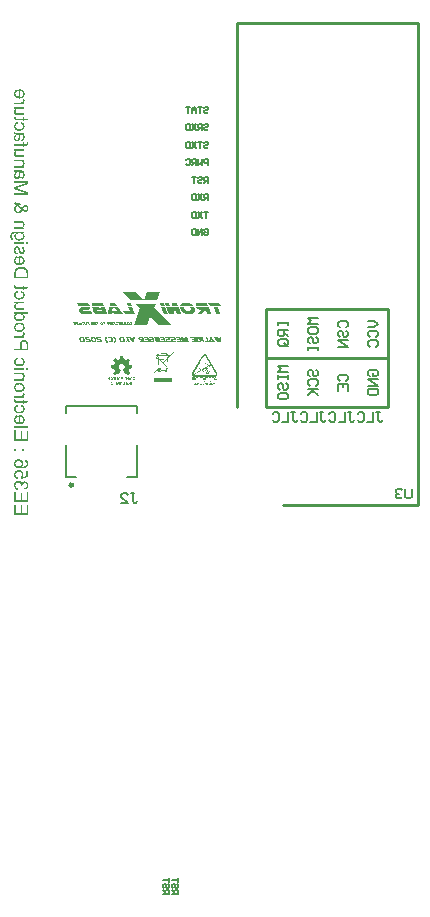
<source format=gbo>
G04*
G04 #@! TF.GenerationSoftware,Altium Limited,Altium Designer,19.1.5 (86)*
G04*
G04 Layer_Color=32896*
%FSLAX25Y25*%
%MOIN*%
G70*
G01*
G75*
%ADD13C,0.00591*%
%ADD14C,0.00800*%
%ADD15C,0.00500*%
%ADD16C,0.01000*%
%ADD102C,0.01181*%
G36*
X65867Y58500D02*
X65335D01*
X65093Y59320D01*
X64556Y58500D01*
X63960D01*
X64491Y59414D01*
X63534Y60331D01*
X64126D01*
X65040Y59507D01*
X64804Y60331D01*
X65332D01*
X65867Y58500D01*
D02*
G37*
G36*
X71406Y58812D02*
Y58810D01*
Y58804D01*
Y58795D01*
Y58783D01*
Y58751D01*
Y58713D01*
Y58710D01*
Y58704D01*
Y58693D01*
X71403Y58681D01*
X71400Y58646D01*
X71397Y58611D01*
Y58608D01*
X71394Y58602D01*
Y58593D01*
X71391Y58585D01*
X71385Y58558D01*
X71377Y58532D01*
X71374Y58526D01*
X71368Y58517D01*
X71359Y58506D01*
X71350Y58503D01*
X71345Y58500D01*
X71015D01*
X71006Y58503D01*
X70994Y58509D01*
X70977Y58523D01*
X70974Y58529D01*
X70962Y58541D01*
X70947Y58561D01*
X70933Y58585D01*
Y58588D01*
X70930Y58591D01*
X70918Y58608D01*
X70907Y58631D01*
X70892Y58658D01*
Y58661D01*
X70889Y58663D01*
X70880Y58678D01*
X70869Y58699D01*
X70857Y58716D01*
X70533Y59300D01*
Y59294D01*
X70530Y59283D01*
Y59259D01*
X70527Y59233D01*
X70524Y59198D01*
X70518Y59157D01*
X70515Y59113D01*
X70509Y59066D01*
X70501Y58967D01*
X70492Y58865D01*
X70489Y58815D01*
X70483Y58772D01*
X70480Y58728D01*
X70477Y58690D01*
Y58687D01*
Y58681D01*
X70474Y58672D01*
Y58661D01*
X70468Y58628D01*
X70463Y58596D01*
X70454Y58561D01*
X70445Y58529D01*
X70439Y58517D01*
X70433Y58509D01*
X70428Y58503D01*
X70419Y58500D01*
X70086D01*
X70080Y58503D01*
X70069Y58509D01*
X70054Y58523D01*
X70051Y58529D01*
X70039Y58541D01*
X70025Y58561D01*
X70010Y58585D01*
Y58588D01*
X70007Y58591D01*
X69995Y58608D01*
X69981Y58631D01*
X69963Y58658D01*
Y58661D01*
X69960Y58663D01*
X69952Y58678D01*
X69940Y58699D01*
X69931Y58716D01*
X69093Y60331D01*
X69581D01*
X70007Y59487D01*
X70054Y60331D01*
X70480D01*
X70950Y59426D01*
Y60331D01*
X71406D01*
Y58812D01*
D02*
G37*
G36*
X60666Y58500D02*
X60135D01*
X59837Y59528D01*
X59685Y58500D01*
X59492D01*
X58742Y59528D01*
X59040Y58500D01*
X58511D01*
X57974Y60331D01*
X58645D01*
X59323Y59411D01*
X59463Y60331D01*
X60132D01*
X60666Y58500D01*
D02*
G37*
G36*
X63239D02*
X61846D01*
X61840Y58503D01*
X61831Y58515D01*
X61822Y58520D01*
X61814Y58532D01*
X61811Y58535D01*
X61808Y58538D01*
X61793Y58556D01*
X61770Y58582D01*
X61741Y58617D01*
X61738Y58620D01*
X61732Y58626D01*
X61723Y58637D01*
X61714Y58649D01*
X61685Y58684D01*
X61656Y58722D01*
X61653Y58725D01*
X61647Y58731D01*
X61641Y58742D01*
X61630Y58754D01*
X61609Y58786D01*
X61586Y58821D01*
X61583Y58824D01*
X61580Y58833D01*
X61574Y58845D01*
X61571Y58847D01*
X61565Y58859D01*
X61560Y58871D01*
X61551Y58888D01*
X61548Y58894D01*
X61545Y58903D01*
X61536Y58921D01*
X61530Y58935D01*
X61528Y58938D01*
X61525Y58947D01*
X61519Y58958D01*
X61516Y58964D01*
X62576D01*
X62514Y59172D01*
X61966D01*
X61565Y59639D01*
X62205D01*
X62468Y59320D01*
X62313Y59864D01*
X61457D01*
X61443Y59869D01*
X61434Y59878D01*
X61422Y59887D01*
X61408Y59902D01*
X61390Y59919D01*
X61387Y59922D01*
X61382Y59928D01*
X61373Y59940D01*
X61358Y59957D01*
X61343Y59975D01*
X61326Y59998D01*
X61291Y60050D01*
X61288Y60053D01*
X61282Y60065D01*
X61270Y60080D01*
X61259Y60097D01*
X61244Y60121D01*
X61227Y60147D01*
X61195Y60202D01*
X61192Y60205D01*
X61186Y60217D01*
X61180Y60229D01*
X61168Y60249D01*
X61148Y60290D01*
X61127Y60331D01*
X62704D01*
X63239Y58500D01*
D02*
G37*
G36*
X58353D02*
X56961D01*
X56955Y58503D01*
X56946Y58515D01*
X56937Y58520D01*
X56928Y58532D01*
X56926Y58535D01*
X56923Y58538D01*
X56908Y58556D01*
X56885Y58582D01*
X56855Y58617D01*
X56853Y58620D01*
X56847Y58626D01*
X56838Y58637D01*
X56829Y58649D01*
X56800Y58684D01*
X56771Y58722D01*
X56768Y58725D01*
X56762Y58731D01*
X56756Y58742D01*
X56744Y58754D01*
X56724Y58786D01*
X56701Y58821D01*
X56698Y58824D01*
X56695Y58833D01*
X56689Y58845D01*
X56686Y58847D01*
X56680Y58859D01*
X56674Y58871D01*
X56666Y58888D01*
X56663Y58894D01*
X56660Y58903D01*
X56651Y58921D01*
X56645Y58935D01*
X56642Y58938D01*
X56639Y58947D01*
X56634Y58958D01*
X56631Y58964D01*
X57691D01*
X57629Y59172D01*
X57080D01*
X56680Y59639D01*
X57320D01*
X57583Y59320D01*
X57428Y59864D01*
X56572D01*
X56558Y59869D01*
X56549Y59878D01*
X56537Y59887D01*
X56523Y59902D01*
X56505Y59919D01*
X56502Y59922D01*
X56496Y59928D01*
X56488Y59940D01*
X56473Y59957D01*
X56458Y59975D01*
X56441Y59998D01*
X56406Y60050D01*
X56403Y60053D01*
X56397Y60065D01*
X56385Y60080D01*
X56374Y60097D01*
X56359Y60121D01*
X56342Y60147D01*
X56309Y60202D01*
X56306Y60205D01*
X56301Y60217D01*
X56295Y60229D01*
X56283Y60249D01*
X56263Y60290D01*
X56242Y60331D01*
X57819D01*
X58353Y58500D01*
D02*
G37*
G36*
X52975D02*
X51582D01*
X51576Y58503D01*
X51567Y58515D01*
X51559Y58520D01*
X51550Y58532D01*
X51547Y58535D01*
X51544Y58538D01*
X51529Y58556D01*
X51506Y58582D01*
X51477Y58617D01*
X51474Y58620D01*
X51468Y58626D01*
X51459Y58637D01*
X51451Y58649D01*
X51421Y58684D01*
X51392Y58722D01*
X51389Y58725D01*
X51383Y58731D01*
X51378Y58742D01*
X51366Y58754D01*
X51345Y58786D01*
X51322Y58821D01*
X51319Y58824D01*
X51316Y58833D01*
X51310Y58845D01*
X51307Y58847D01*
X51302Y58859D01*
X51296Y58871D01*
X51287Y58888D01*
X51284Y58894D01*
X51281Y58903D01*
X51272Y58921D01*
X51267Y58935D01*
X51264Y58938D01*
X51261Y58947D01*
X51255Y58958D01*
X51252Y58964D01*
X52312D01*
X52251Y59172D01*
X51702D01*
X51302Y59639D01*
X51941D01*
X52204Y59320D01*
X52049Y59864D01*
X51194D01*
X51179Y59869D01*
X51170Y59878D01*
X51159Y59887D01*
X51144Y59902D01*
X51126Y59919D01*
X51123Y59922D01*
X51118Y59928D01*
X51109Y59940D01*
X51094Y59957D01*
X51080Y59975D01*
X51062Y59998D01*
X51027Y60050D01*
X51024Y60053D01*
X51018Y60065D01*
X51007Y60080D01*
X50995Y60097D01*
X50981Y60121D01*
X50963Y60147D01*
X50931Y60202D01*
X50928Y60205D01*
X50922Y60217D01*
X50916Y60229D01*
X50905Y60249D01*
X50884Y60290D01*
X50864Y60331D01*
X52440D01*
X52975Y58500D01*
D02*
G37*
G36*
X47669D02*
X46276D01*
X46270Y58503D01*
X46262Y58515D01*
X46253Y58520D01*
X46244Y58532D01*
X46241Y58535D01*
X46238Y58538D01*
X46224Y58556D01*
X46200Y58582D01*
X46171Y58617D01*
X46168Y58620D01*
X46163Y58626D01*
X46154Y58637D01*
X46145Y58649D01*
X46116Y58684D01*
X46086Y58722D01*
X46084Y58725D01*
X46078Y58731D01*
X46072Y58742D01*
X46060Y58754D01*
X46040Y58786D01*
X46016Y58821D01*
X46014Y58824D01*
X46011Y58833D01*
X46005Y58845D01*
X46002Y58847D01*
X45996Y58859D01*
X45990Y58871D01*
X45981Y58888D01*
X45979Y58894D01*
X45976Y58903D01*
X45967Y58921D01*
X45961Y58935D01*
X45958Y58938D01*
X45955Y58947D01*
X45949Y58958D01*
X45946Y58964D01*
X47006D01*
X46945Y59172D01*
X46396D01*
X45996Y59639D01*
X46635D01*
X46898Y59320D01*
X46744Y59864D01*
X45888D01*
X45873Y59869D01*
X45865Y59878D01*
X45853Y59887D01*
X45838Y59902D01*
X45821Y59919D01*
X45818Y59922D01*
X45812Y59928D01*
X45803Y59940D01*
X45789Y59957D01*
X45774Y59975D01*
X45757Y59998D01*
X45722Y60050D01*
X45719Y60053D01*
X45713Y60065D01*
X45701Y60080D01*
X45689Y60097D01*
X45675Y60121D01*
X45657Y60147D01*
X45625Y60202D01*
X45622Y60205D01*
X45616Y60217D01*
X45611Y60229D01*
X45599Y60249D01*
X45578Y60290D01*
X45558Y60331D01*
X47135D01*
X47669Y58500D01*
D02*
G37*
G36*
X51246D02*
X50715D01*
X50417Y59528D01*
X50262Y58500D01*
X49591D01*
X49059Y60331D01*
X49585D01*
X49885Y59300D01*
X50043Y60331D01*
X50712D01*
X51246Y58500D01*
D02*
G37*
G36*
X42486Y58847D02*
Y58845D01*
X42483Y58842D01*
Y58830D01*
X42480Y58818D01*
X42474Y58786D01*
X42469Y58745D01*
Y58742D01*
X42466Y58734D01*
X42463Y58722D01*
X42460Y58707D01*
X42451Y58669D01*
X42439Y58628D01*
Y58626D01*
X42437Y58620D01*
X42434Y58611D01*
X42428Y58596D01*
X42416Y58567D01*
X42401Y58538D01*
Y58535D01*
X42399Y58532D01*
X42387Y58520D01*
X42369Y58506D01*
X42361Y58503D01*
X42349Y58500D01*
X41890D01*
X41879Y58503D01*
X41864Y58509D01*
X41844Y58523D01*
X41838Y58529D01*
X41826Y58541D01*
X41806Y58561D01*
X41785Y58585D01*
X41783Y58588D01*
X41780Y58591D01*
X41765Y58608D01*
X41747Y58631D01*
X41730Y58658D01*
Y58661D01*
X41724Y58663D01*
X41715Y58678D01*
X41701Y58696D01*
X41689Y58713D01*
X40708Y60331D01*
X41277D01*
X42045Y59096D01*
X42177Y60331D01*
X42656D01*
X42486Y58847D01*
D02*
G37*
G36*
X48496Y60328D02*
X48548Y60316D01*
X48595Y60302D01*
X48636Y60284D01*
X48671Y60267D01*
X48697Y60252D01*
X48715Y60240D01*
X48717Y60237D01*
X48720D01*
X48767Y60202D01*
X48811Y60162D01*
X48852Y60123D01*
X48884Y60086D01*
X48913Y60050D01*
X48934Y60024D01*
X48945Y60007D01*
X48951Y60004D01*
Y60001D01*
X48986Y59945D01*
X49018Y59890D01*
X49044Y59837D01*
X49068Y59788D01*
X49085Y59744D01*
X49091Y59726D01*
X49097Y59709D01*
X49103Y59697D01*
X49106Y59688D01*
X49109Y59683D01*
Y59680D01*
X49126Y59615D01*
X49141Y59551D01*
X49150Y59496D01*
X49158Y59443D01*
X49161Y59399D01*
Y59382D01*
X49164Y59367D01*
Y59356D01*
Y59347D01*
Y59341D01*
Y59338D01*
X49161Y59250D01*
X49152Y59169D01*
X49138Y59099D01*
X49123Y59040D01*
X49117Y59014D01*
X49112Y58991D01*
X49103Y58973D01*
X49097Y58956D01*
X49091Y58944D01*
X49088Y58935D01*
X49085Y58929D01*
Y58926D01*
X49053Y58868D01*
X49018Y58818D01*
X48983Y58775D01*
X48951Y58736D01*
X48922Y58707D01*
X48899Y58687D01*
X48884Y58675D01*
X48878Y58669D01*
X48828Y58637D01*
X48779Y58611D01*
X48729Y58588D01*
X48682Y58570D01*
X48645Y58556D01*
X48612Y58547D01*
X48601Y58541D01*
X48592D01*
X48589Y58538D01*
X48586D01*
X48525Y58526D01*
X48463Y58517D01*
X48408Y58509D01*
X48355Y58506D01*
X48312Y58503D01*
X48294Y58500D01*
X47836D01*
X47491Y59639D01*
X48154D01*
X48169Y59624D01*
X48183Y59607D01*
X48212Y59572D01*
X48224Y59554D01*
X48233Y59542D01*
X48239Y59534D01*
X48241Y59531D01*
X48276Y59478D01*
X48294Y59455D01*
X48306Y59434D01*
X48317Y59414D01*
X48326Y59399D01*
X48332Y59391D01*
X48335Y59388D01*
X48364Y59338D01*
X48379Y59318D01*
X48390Y59297D01*
X48399Y59283D01*
X48405Y59271D01*
X48408Y59262D01*
X48411Y59259D01*
X48420Y59242D01*
X48428Y59224D01*
X48434Y59212D01*
X48437Y59204D01*
X48443Y59195D01*
Y59192D01*
Y59189D01*
X48133D01*
X48195Y58964D01*
X48361D01*
X48379Y58967D01*
X48399Y58970D01*
X48431Y58985D01*
X48443Y58994D01*
X48455Y58999D01*
X48461Y59002D01*
X48463Y59005D01*
X48498Y59040D01*
X48528Y59075D01*
X48539Y59090D01*
X48548Y59101D01*
X48554Y59107D01*
X48557Y59110D01*
X48583Y59157D01*
X48607Y59201D01*
X48612Y59218D01*
X48618Y59233D01*
X48624Y59242D01*
Y59245D01*
X48639Y59300D01*
X48645Y59323D01*
X48647Y59344D01*
Y59361D01*
X48650Y59376D01*
Y59385D01*
Y59388D01*
Y59408D01*
X48647Y59429D01*
X48645Y59443D01*
Y59446D01*
Y59449D01*
X48639Y59478D01*
X48633Y59502D01*
X48630Y59522D01*
X48627Y59525D01*
Y59528D01*
X48612Y59572D01*
X48598Y59610D01*
X48592Y59624D01*
X48586Y59636D01*
X48583Y59645D01*
Y59648D01*
X48560Y59691D01*
X48542Y59724D01*
X48533Y59738D01*
X48528Y59747D01*
X48522Y59753D01*
Y59756D01*
X48496Y59788D01*
X48469Y59814D01*
X48452Y59829D01*
X48449Y59834D01*
X48446D01*
X48417Y59852D01*
X48388Y59861D01*
X48376Y59864D01*
X47643D01*
X47605Y59904D01*
X47573Y59943D01*
X47541Y59980D01*
X47514Y60013D01*
X47491Y60042D01*
X47476Y60062D01*
X47465Y60077D01*
X47462Y60083D01*
X47403Y60170D01*
X47374Y60214D01*
X47351Y60252D01*
X47330Y60284D01*
X47316Y60308D01*
X47304Y60325D01*
X47301Y60331D01*
X48443D01*
X48496Y60328D01*
D02*
G37*
G36*
X68343D02*
X68357Y60319D01*
X68378Y60305D01*
X68384Y60299D01*
X68395Y60287D01*
X68416Y60269D01*
X68436Y60246D01*
X68442Y60240D01*
X68454Y60226D01*
X68471Y60205D01*
X68492Y60179D01*
X68495Y60173D01*
X68503Y60159D01*
X68515Y60141D01*
X68521Y60123D01*
X69517Y58532D01*
Y58523D01*
Y58520D01*
X69520Y58515D01*
X69525Y58500D01*
X68354D01*
X68352Y58503D01*
X68340Y58512D01*
X68331Y58520D01*
X68319Y58532D01*
X68308Y58547D01*
X68293Y58564D01*
X68290Y58567D01*
X68287Y58573D01*
X68278Y58585D01*
X68267Y58599D01*
X68255Y58617D01*
X68241Y58637D01*
X68208Y58684D01*
X68205Y58687D01*
X68200Y58696D01*
X68194Y58707D01*
X68182Y58725D01*
X68159Y58766D01*
X68133Y58810D01*
X68130Y58812D01*
X68127Y58818D01*
X68121Y58830D01*
X68115Y58842D01*
X68100Y58868D01*
X68095Y58880D01*
X68092Y58888D01*
X68033Y58500D01*
X67540D01*
X67724Y59980D01*
Y59983D01*
X67727Y59989D01*
Y59998D01*
X67730Y60010D01*
X67738Y60042D01*
X67747Y60083D01*
Y60086D01*
X67750Y60094D01*
X67753Y60106D01*
X67756Y60121D01*
X67765Y60159D01*
X67776Y60199D01*
Y60202D01*
X67779Y60208D01*
X67782Y60220D01*
X67785Y60232D01*
X67800Y60264D01*
X67814Y60293D01*
Y60296D01*
X67817Y60299D01*
X67829Y60313D01*
X67846Y60325D01*
X67855Y60328D01*
X67864Y60331D01*
X68331D01*
X68343Y60328D01*
D02*
G37*
G36*
X67414Y58500D02*
X66199D01*
X66185Y58515D01*
X66167Y58535D01*
X66138Y58570D01*
X66127Y58588D01*
X66115Y58602D01*
X66109Y58611D01*
X66106Y58614D01*
X66065Y58672D01*
X66045Y58699D01*
X66027Y58722D01*
X66015Y58739D01*
X66004Y58757D01*
X65998Y58766D01*
X65995Y58769D01*
X65960Y58824D01*
X65946Y58847D01*
X65931Y58868D01*
X65922Y58882D01*
X65913Y58894D01*
X65910Y58903D01*
X65908Y58906D01*
X65896Y58926D01*
X65887Y58941D01*
X65878Y58950D01*
X65875Y58958D01*
X65873Y58964D01*
X66751D01*
X66351Y60331D01*
X66880D01*
X67414Y58500D01*
D02*
G37*
G36*
X63931D02*
X63399D01*
X62865Y60331D01*
X63399D01*
X63931Y58500D01*
D02*
G37*
G36*
X55863Y60328D02*
X55892Y60322D01*
X55918Y60310D01*
X55941Y60299D01*
X55962Y60287D01*
X55977Y60275D01*
X55988Y60269D01*
X55991Y60267D01*
X56017Y60240D01*
X56044Y60214D01*
X56067Y60188D01*
X56087Y60162D01*
X56105Y60141D01*
X56117Y60123D01*
X56125Y60109D01*
X56128Y60106D01*
X56169Y60036D01*
X56187Y60001D01*
X56201Y59972D01*
X56213Y59945D01*
X56222Y59925D01*
X56225Y59913D01*
X56228Y59907D01*
X56239Y59869D01*
X56248Y59834D01*
X56257Y59802D01*
X56260Y59773D01*
X56263Y59750D01*
X56266Y59732D01*
Y59721D01*
Y59718D01*
X56263Y59653D01*
X56257Y59621D01*
X56254Y59595D01*
X56248Y59572D01*
X56245Y59554D01*
X56242Y59540D01*
Y59537D01*
X56219Y59469D01*
X56207Y59440D01*
X56196Y59417D01*
X56187Y59394D01*
X56178Y59379D01*
X56172Y59367D01*
X56169Y59364D01*
X56152Y59335D01*
X56131Y59312D01*
X56114Y59288D01*
X56093Y59271D01*
X56079Y59256D01*
X56067Y59245D01*
X56058Y59239D01*
X56055Y59236D01*
X56029Y59218D01*
X56003Y59207D01*
X55977Y59198D01*
X55953Y59192D01*
X55933Y59189D01*
X55918Y59186D01*
X55352D01*
X55334Y59180D01*
X55325Y59172D01*
X55320Y59163D01*
Y59157D01*
X55317Y59137D01*
X55314Y59119D01*
Y59107D01*
Y59101D01*
Y59078D01*
Y59058D01*
Y59031D01*
X55317Y59011D01*
X55320Y58996D01*
Y58994D01*
Y58991D01*
X55322Y58982D01*
X55328Y58973D01*
X55346Y58964D01*
X55361Y58961D01*
X56309D01*
X56315Y58958D01*
X56321Y58953D01*
X56339Y58932D01*
X56353Y58909D01*
X56356Y58903D01*
X56359Y58900D01*
X56388Y58853D01*
X56418Y58810D01*
X56429Y58792D01*
X56438Y58777D01*
X56444Y58766D01*
X56447Y58763D01*
X56482Y58704D01*
X56496Y58678D01*
X56508Y58655D01*
X56520Y58637D01*
X56528Y58623D01*
X56534Y58611D01*
X56537Y58608D01*
X56552Y58582D01*
X56564Y58558D01*
X56575Y58541D01*
X56584Y58526D01*
X56590Y58515D01*
X56593Y58506D01*
X56596Y58503D01*
Y58500D01*
X55185D01*
X55156Y58503D01*
X55130Y58509D01*
X55106Y58517D01*
X55083Y58529D01*
X55066Y58538D01*
X55051Y58547D01*
X55042Y58553D01*
X55039Y58556D01*
X54990Y58602D01*
X54969Y58626D01*
X54949Y58649D01*
X54934Y58669D01*
X54922Y58684D01*
X54917Y58696D01*
X54914Y58699D01*
X54876Y58766D01*
X54861Y58798D01*
X54849Y58827D01*
X54838Y58850D01*
X54832Y58871D01*
X54826Y58882D01*
Y58888D01*
X54814Y58926D01*
X54809Y58961D01*
X54803Y58994D01*
X54797Y59023D01*
Y59046D01*
X54794Y59064D01*
Y59075D01*
Y59078D01*
Y59101D01*
X54797Y59163D01*
X54800Y59192D01*
X54803Y59218D01*
X54806Y59239D01*
X54809Y59259D01*
X54812Y59271D01*
Y59274D01*
X54829Y59341D01*
X54838Y59370D01*
X54847Y59396D01*
X54855Y59417D01*
X54864Y59431D01*
X54867Y59443D01*
X54870Y59446D01*
X54884Y59475D01*
X54902Y59502D01*
X54919Y59525D01*
X54934Y59545D01*
X54949Y59560D01*
X54960Y59572D01*
X54969Y59578D01*
X54972Y59580D01*
X54998Y59598D01*
X55025Y59613D01*
X55051Y59621D01*
X55074Y59630D01*
X55098Y59633D01*
X55115Y59636D01*
X55655D01*
X55661Y59639D01*
X55667Y59642D01*
X55676Y59645D01*
X55679Y59648D01*
X55693Y59656D01*
X55702Y59665D01*
X55708Y59671D01*
X55711Y59674D01*
X55722Y59685D01*
X55726Y59688D01*
X55728Y59691D01*
X55734Y59700D01*
X55737Y59706D01*
Y59709D01*
Y59726D01*
X55734Y59753D01*
X55726Y59779D01*
X55722Y59791D01*
X55720Y59799D01*
X55717Y59805D01*
Y59808D01*
X55708Y59826D01*
X55699Y59837D01*
X55687Y59849D01*
X55679Y59855D01*
X55667Y59861D01*
X54750D01*
X54712Y59904D01*
X54680Y59945D01*
X54648Y59986D01*
X54622Y60021D01*
X54598Y60050D01*
X54584Y60074D01*
X54572Y60088D01*
X54569Y60094D01*
X54540Y60138D01*
X54514Y60182D01*
X54487Y60223D01*
X54467Y60258D01*
X54449Y60287D01*
X54435Y60310D01*
X54426Y60325D01*
X54423Y60331D01*
X55834D01*
X55863Y60328D01*
D02*
G37*
G36*
X54038D02*
X54067Y60322D01*
X54093Y60310D01*
X54116Y60299D01*
X54137Y60287D01*
X54152Y60275D01*
X54163Y60269D01*
X54166Y60267D01*
X54192Y60240D01*
X54219Y60214D01*
X54242Y60188D01*
X54263Y60162D01*
X54280Y60141D01*
X54292Y60123D01*
X54300Y60109D01*
X54303Y60106D01*
X54344Y60036D01*
X54362Y60001D01*
X54376Y59972D01*
X54388Y59945D01*
X54397Y59925D01*
X54400Y59913D01*
X54403Y59907D01*
X54414Y59869D01*
X54423Y59834D01*
X54432Y59802D01*
X54435Y59773D01*
X54438Y59750D01*
X54441Y59732D01*
Y59721D01*
Y59718D01*
X54438Y59653D01*
X54432Y59621D01*
X54429Y59595D01*
X54423Y59572D01*
X54420Y59554D01*
X54417Y59540D01*
Y59537D01*
X54394Y59469D01*
X54382Y59440D01*
X54371Y59417D01*
X54362Y59394D01*
X54353Y59379D01*
X54347Y59367D01*
X54344Y59364D01*
X54327Y59335D01*
X54306Y59312D01*
X54289Y59288D01*
X54268Y59271D01*
X54254Y59256D01*
X54242Y59245D01*
X54233Y59239D01*
X54230Y59236D01*
X54204Y59218D01*
X54178Y59207D01*
X54152Y59198D01*
X54128Y59192D01*
X54108Y59189D01*
X54093Y59186D01*
X53527D01*
X53509Y59180D01*
X53500Y59172D01*
X53495Y59163D01*
Y59157D01*
X53492Y59137D01*
X53489Y59119D01*
Y59107D01*
Y59101D01*
Y59078D01*
Y59058D01*
Y59031D01*
X53492Y59011D01*
X53495Y58996D01*
Y58994D01*
Y58991D01*
X53497Y58982D01*
X53503Y58973D01*
X53521Y58964D01*
X53535Y58961D01*
X54484D01*
X54490Y58958D01*
X54496Y58953D01*
X54514Y58932D01*
X54528Y58909D01*
X54531Y58903D01*
X54534Y58900D01*
X54563Y58853D01*
X54593Y58810D01*
X54604Y58792D01*
X54613Y58777D01*
X54619Y58766D01*
X54622Y58763D01*
X54657Y58704D01*
X54671Y58678D01*
X54683Y58655D01*
X54695Y58637D01*
X54703Y58623D01*
X54709Y58611D01*
X54712Y58608D01*
X54727Y58582D01*
X54738Y58558D01*
X54750Y58541D01*
X54759Y58526D01*
X54765Y58515D01*
X54768Y58506D01*
X54771Y58503D01*
Y58500D01*
X53360D01*
X53331Y58503D01*
X53305Y58509D01*
X53281Y58517D01*
X53258Y58529D01*
X53241Y58538D01*
X53226Y58547D01*
X53217Y58553D01*
X53214Y58556D01*
X53165Y58602D01*
X53144Y58626D01*
X53124Y58649D01*
X53109Y58669D01*
X53097Y58684D01*
X53092Y58696D01*
X53089Y58699D01*
X53051Y58766D01*
X53036Y58798D01*
X53025Y58827D01*
X53013Y58850D01*
X53007Y58871D01*
X53001Y58882D01*
Y58888D01*
X52989Y58926D01*
X52984Y58961D01*
X52978Y58994D01*
X52972Y59023D01*
Y59046D01*
X52969Y59064D01*
Y59075D01*
Y59078D01*
Y59101D01*
X52972Y59163D01*
X52975Y59192D01*
X52978Y59218D01*
X52981Y59239D01*
X52984Y59259D01*
X52987Y59271D01*
Y59274D01*
X53004Y59341D01*
X53013Y59370D01*
X53022Y59396D01*
X53030Y59417D01*
X53039Y59431D01*
X53042Y59443D01*
X53045Y59446D01*
X53060Y59475D01*
X53077Y59502D01*
X53095Y59525D01*
X53109Y59545D01*
X53124Y59560D01*
X53135Y59572D01*
X53144Y59578D01*
X53147Y59580D01*
X53173Y59598D01*
X53200Y59613D01*
X53226Y59621D01*
X53249Y59630D01*
X53273Y59633D01*
X53290Y59636D01*
X53830D01*
X53836Y59639D01*
X53842Y59642D01*
X53851Y59645D01*
X53854Y59648D01*
X53868Y59656D01*
X53877Y59665D01*
X53883Y59671D01*
X53886Y59674D01*
X53898Y59685D01*
X53900Y59688D01*
X53903Y59691D01*
X53909Y59700D01*
X53912Y59706D01*
Y59709D01*
Y59726D01*
X53909Y59753D01*
X53900Y59779D01*
X53898Y59791D01*
X53895Y59799D01*
X53892Y59805D01*
Y59808D01*
X53883Y59826D01*
X53874Y59837D01*
X53863Y59849D01*
X53854Y59855D01*
X53842Y59861D01*
X52925D01*
X52887Y59904D01*
X52855Y59945D01*
X52823Y59986D01*
X52797Y60021D01*
X52773Y60050D01*
X52759Y60074D01*
X52747Y60088D01*
X52744Y60094D01*
X52715Y60138D01*
X52689Y60182D01*
X52662Y60223D01*
X52642Y60258D01*
X52624Y60287D01*
X52610Y60310D01*
X52601Y60325D01*
X52598Y60331D01*
X54009D01*
X54038Y60328D01*
D02*
G37*
G36*
X45941Y58500D02*
X45409D01*
X45225Y59128D01*
X45196Y59154D01*
X44629Y58500D01*
X44034D01*
X44577Y59192D01*
X44571D01*
X44556Y59195D01*
X44536Y59198D01*
X44507Y59201D01*
X44472Y59207D01*
X44431Y59215D01*
X44387Y59224D01*
X44343Y59233D01*
X44340D01*
X44337Y59236D01*
X44323Y59239D01*
X44297Y59245D01*
X44267Y59256D01*
X44232Y59268D01*
X44191Y59285D01*
X44153Y59306D01*
X44113Y59329D01*
X44107Y59332D01*
X44095Y59341D01*
X44075Y59356D01*
X44051Y59376D01*
X44022Y59402D01*
X43993Y59434D01*
X43964Y59469D01*
X43937Y59510D01*
X43935Y59516D01*
X43926Y59531D01*
X43914Y59557D01*
X43902Y59589D01*
X43891Y59633D01*
X43879Y59683D01*
X43870Y59738D01*
X43867Y59802D01*
Y59805D01*
Y59817D01*
Y59832D01*
Y59855D01*
X43870Y59878D01*
X43873Y59907D01*
X43879Y59975D01*
Y59978D01*
X43882Y59989D01*
Y60010D01*
X43888Y60030D01*
X43894Y60056D01*
X43900Y60086D01*
X43920Y60147D01*
Y60150D01*
X43926Y60162D01*
X43932Y60176D01*
X43943Y60194D01*
X43955Y60214D01*
X43970Y60237D01*
X43990Y60258D01*
X44010Y60278D01*
X44013Y60281D01*
X44022Y60287D01*
X44034Y60296D01*
X44054Y60305D01*
X44078Y60313D01*
X44104Y60322D01*
X44136Y60328D01*
X44171Y60331D01*
X45406D01*
X45941Y58500D01*
D02*
G37*
G36*
X40410Y60325D02*
X40419Y60316D01*
X40431Y60308D01*
X40442Y60293D01*
X40460Y60275D01*
X40474Y60252D01*
X40495Y60229D01*
X40498Y60226D01*
X40503Y60217D01*
X40515Y60202D01*
X40527Y60185D01*
X40544Y60162D01*
X40562Y60138D01*
X40600Y60083D01*
X40603Y60080D01*
X40609Y60071D01*
X40617Y60056D01*
X40632Y60036D01*
X40644Y60015D01*
X40661Y59992D01*
X40690Y59943D01*
Y59940D01*
X40696Y59934D01*
X40702Y59922D01*
X40708Y59910D01*
X40723Y59884D01*
X40725Y59875D01*
X40728Y59867D01*
Y59864D01*
X40503D01*
X40901Y58500D01*
X40369D01*
X39835Y60331D01*
X40407D01*
X40410Y60325D01*
D02*
G37*
G36*
X39896Y58982D02*
X39917Y58976D01*
X39943Y58967D01*
X39972Y58953D01*
X40001Y58935D01*
X40033Y58912D01*
X40036Y58909D01*
X40045Y58900D01*
X40060Y58885D01*
X40077Y58865D01*
X40095Y58839D01*
X40115Y58810D01*
X40133Y58777D01*
X40147Y58739D01*
Y58734D01*
X40150Y58719D01*
X40153Y58693D01*
X40156Y58661D01*
Y58658D01*
Y58649D01*
X40153Y58634D01*
X40150Y58620D01*
X40139Y58582D01*
X40130Y58561D01*
X40118Y58544D01*
X40115Y58541D01*
X40109Y58538D01*
X40100Y58529D01*
X40089Y58523D01*
X40071Y58515D01*
X40054Y58506D01*
X40031Y58503D01*
X40004Y58500D01*
X39987D01*
X39978Y58503D01*
X39949Y58509D01*
X39917Y58517D01*
X39914D01*
X39908Y58520D01*
X39902Y58526D01*
X39890Y58532D01*
X39864Y58547D01*
X39835Y58567D01*
X39832Y58570D01*
X39826Y58576D01*
X39814Y58588D01*
X39803Y58602D01*
X39788Y58620D01*
X39771Y58643D01*
X39744Y58693D01*
X39741Y58696D01*
X39739Y58704D01*
X39733Y58719D01*
X39727Y58736D01*
X39718Y58780D01*
X39712Y58801D01*
Y58824D01*
Y58827D01*
Y58836D01*
X39715Y58847D01*
X39718Y58865D01*
X39730Y58900D01*
X39739Y58921D01*
X39753Y58938D01*
X39756Y58941D01*
X39759Y58947D01*
X39768Y58953D01*
X39782Y58961D01*
X39797Y58970D01*
X39814Y58979D01*
X39838Y58982D01*
X39864Y58985D01*
X39879D01*
X39896Y58982D01*
D02*
G37*
G36*
X38594Y60325D02*
X38632Y60319D01*
X38676Y60308D01*
X38725Y60293D01*
X38778Y60269D01*
X38833Y60237D01*
X38836D01*
X38839Y60234D01*
X38857Y60220D01*
X38886Y60202D01*
X38921Y60173D01*
X38959Y60141D01*
X39006Y60100D01*
X39049Y60053D01*
X39096Y60001D01*
Y59998D01*
X39102Y59995D01*
X39108Y59986D01*
X39116Y59975D01*
X39137Y59945D01*
X39163Y59907D01*
X39195Y59861D01*
X39227Y59805D01*
X39260Y59744D01*
X39292Y59680D01*
Y59677D01*
X39295Y59671D01*
X39301Y59662D01*
X39303Y59650D01*
X39309Y59633D01*
X39318Y59615D01*
X39333Y59572D01*
X39350Y59519D01*
X39368Y59461D01*
X39379Y59399D01*
X39391Y59338D01*
Y59335D01*
Y59329D01*
X39394Y59320D01*
X39397Y59309D01*
X39400Y59280D01*
X39403Y59245D01*
Y59242D01*
Y59236D01*
Y59230D01*
Y59218D01*
X39406Y59189D01*
Y59160D01*
Y59157D01*
Y59151D01*
Y59142D01*
Y59128D01*
X39403Y59110D01*
Y59093D01*
X39400Y59046D01*
X39394Y58994D01*
X39382Y58941D01*
X39371Y58885D01*
X39353Y58836D01*
X39350Y58830D01*
X39341Y58815D01*
X39330Y58792D01*
X39312Y58763D01*
X39292Y58731D01*
X39265Y58699D01*
X39236Y58663D01*
X39204Y58634D01*
X39198Y58631D01*
X39187Y58623D01*
X39166Y58611D01*
X39140Y58593D01*
X39108Y58576D01*
X39070Y58558D01*
X39026Y58544D01*
X38979Y58529D01*
X38973D01*
X38956Y58523D01*
X38930Y58520D01*
X38895Y58515D01*
X38854Y58509D01*
X38804Y58506D01*
X38752Y58500D01*
X38401D01*
X38389Y58503D01*
X38357Y58506D01*
X38316Y58512D01*
X38270Y58523D01*
X38214Y58538D01*
X38159Y58561D01*
X38100Y58591D01*
X38097D01*
X38094Y58593D01*
X38086Y58599D01*
X38074Y58608D01*
X38045Y58626D01*
X38007Y58655D01*
X37963Y58687D01*
X37919Y58728D01*
X37870Y58775D01*
X37823Y58827D01*
X37820Y58830D01*
X37817Y58833D01*
X37811Y58842D01*
X37802Y58853D01*
X37779Y58882D01*
X37750Y58923D01*
X37718Y58970D01*
X37683Y59026D01*
X37648Y59084D01*
X37616Y59148D01*
Y59151D01*
X37613Y59157D01*
X37607Y59166D01*
X37601Y59177D01*
X37595Y59195D01*
X37586Y59212D01*
X37572Y59256D01*
X37551Y59309D01*
X37537Y59367D01*
X37522Y59429D01*
X37510Y59490D01*
Y59493D01*
Y59499D01*
X37508Y59510D01*
Y59522D01*
X37505Y59554D01*
X37502Y59589D01*
Y59592D01*
Y59598D01*
X37499Y59607D01*
Y59618D01*
X37496Y59648D01*
Y59680D01*
Y59683D01*
Y59688D01*
Y59697D01*
Y59709D01*
X37499Y59741D01*
X37502Y59782D01*
X37508Y59829D01*
X37519Y59878D01*
X37531Y59931D01*
X37549Y59978D01*
Y59980D01*
X37551Y59983D01*
X37557Y59998D01*
X37569Y60021D01*
X37584Y60050D01*
X37604Y60083D01*
X37627Y60115D01*
X37657Y60150D01*
X37689Y60179D01*
X37692Y60182D01*
X37703Y60191D01*
X37724Y60205D01*
X37747Y60223D01*
X37779Y60240D01*
X37814Y60261D01*
X37855Y60278D01*
X37902Y60293D01*
X37908Y60296D01*
X37922Y60299D01*
X37949Y60305D01*
X37984Y60313D01*
X38024Y60319D01*
X38068Y60325D01*
X38121Y60328D01*
X38173Y60331D01*
X38568D01*
X38594Y60325D01*
D02*
G37*
G36*
X34725D02*
X34763Y60319D01*
X34804Y60308D01*
X34850Y60293D01*
X34900Y60269D01*
X34950Y60237D01*
X34955Y60234D01*
X34973Y60220D01*
X34996Y60202D01*
X35028Y60173D01*
X35063Y60141D01*
X35102Y60100D01*
X35142Y60056D01*
X35180Y60004D01*
Y60001D01*
X35183Y59998D01*
X35189Y59989D01*
X35198Y59980D01*
X35215Y59951D01*
X35236Y59910D01*
X35262Y59864D01*
X35288Y59811D01*
X35315Y59750D01*
X35338Y59685D01*
Y59683D01*
X35341Y59677D01*
X35344Y59668D01*
X35347Y59656D01*
X35350Y59639D01*
X35355Y59621D01*
X35364Y59578D01*
X35376Y59525D01*
X35385Y59469D01*
X35391Y59408D01*
X35394Y59347D01*
Y59338D01*
Y59335D01*
Y59326D01*
Y59315D01*
Y59297D01*
X35391Y59277D01*
Y59250D01*
X35385Y59195D01*
X35373Y59128D01*
X35361Y59061D01*
X35341Y58991D01*
X35315Y58926D01*
Y58923D01*
X35312Y58921D01*
X35306Y58912D01*
X35300Y58900D01*
X35282Y58871D01*
X35259Y58833D01*
X35227Y58792D01*
X35192Y58751D01*
X35151Y58707D01*
X35107Y58669D01*
X35104D01*
X35102Y58666D01*
X35084Y58655D01*
X35058Y58637D01*
X35023Y58617D01*
X34979Y58596D01*
X34929Y58576D01*
X34874Y58556D01*
X34815Y58538D01*
X34812D01*
X34807Y58535D01*
X34798D01*
X34786Y58532D01*
X34771Y58529D01*
X34754Y58526D01*
X34710Y58520D01*
X34661Y58512D01*
X34602Y58506D01*
X34544Y58503D01*
X34479Y58500D01*
X34258D01*
X34252Y58506D01*
X34240Y58517D01*
X34220Y58538D01*
X34196Y58567D01*
X34167Y58599D01*
X34135Y58637D01*
X34103Y58681D01*
X34074Y58725D01*
X34071Y58731D01*
X34059Y58745D01*
X34045Y58769D01*
X34024Y58801D01*
X34001Y58839D01*
X33977Y58877D01*
X33928Y58964D01*
X34599D01*
X34608Y58967D01*
X34623Y58970D01*
X34652Y58982D01*
X34672Y58991D01*
X34690Y59005D01*
X34693Y59008D01*
X34699Y59014D01*
X34707Y59023D01*
X34719Y59034D01*
X34751Y59069D01*
X34783Y59110D01*
X34786Y59113D01*
X34789Y59122D01*
X34798Y59134D01*
X34809Y59151D01*
X34818Y59169D01*
X34830Y59192D01*
X34853Y59245D01*
Y59247D01*
X34856Y59256D01*
X34862Y59271D01*
X34865Y59291D01*
X34871Y59312D01*
X34877Y59338D01*
X34880Y59388D01*
Y59394D01*
Y59405D01*
X34877Y59426D01*
X34874Y59449D01*
Y59452D01*
Y59455D01*
X34868Y59472D01*
X34865Y59499D01*
X34856Y59528D01*
Y59531D01*
X34853Y59537D01*
X34850Y59548D01*
X34844Y59566D01*
X34830Y59604D01*
X34809Y59648D01*
Y59650D01*
X34804Y59659D01*
X34798Y59671D01*
X34789Y59685D01*
X34769Y59721D01*
X34745Y59756D01*
X34742Y59759D01*
X34739Y59764D01*
X34731Y59773D01*
X34722Y59785D01*
X34699Y59811D01*
X34669Y59834D01*
X34666D01*
X34664Y59840D01*
X34643Y59849D01*
X34620Y59858D01*
X34591Y59864D01*
X33872D01*
X33866Y59869D01*
X33855Y59881D01*
X33834Y59902D01*
X33811Y59931D01*
X33782Y59963D01*
X33752Y60001D01*
X33720Y60042D01*
X33691Y60083D01*
X33688Y60088D01*
X33676Y60103D01*
X33662Y60126D01*
X33641Y60159D01*
X33615Y60194D01*
X33589Y60237D01*
X33560Y60281D01*
X33531Y60331D01*
X34696D01*
X34725Y60325D01*
D02*
G37*
G36*
X31250Y60293D02*
X31276Y60258D01*
X31288Y60243D01*
X31294Y60232D01*
X31300Y60226D01*
X31303Y60223D01*
X31335Y60182D01*
X31364Y60144D01*
X31376Y60129D01*
X31384Y60118D01*
X31390Y60109D01*
X31393Y60106D01*
X31425Y60059D01*
X31454Y60021D01*
X31463Y60004D01*
X31472Y59992D01*
X31478Y59983D01*
X31481Y59980D01*
X31507Y59934D01*
X31519Y59913D01*
X31530Y59896D01*
X31536Y59881D01*
X31542Y59869D01*
X31548Y59864D01*
Y59861D01*
X30444D01*
X30435Y59858D01*
X30430Y59855D01*
X30424Y59840D01*
X30421Y59826D01*
Y59823D01*
Y59820D01*
Y59797D01*
X30427Y59779D01*
X30430Y59761D01*
X30435Y59750D01*
X30441Y59738D01*
X30444Y59732D01*
X30450Y59726D01*
X30459Y59709D01*
X30462Y59706D01*
X30468Y59700D01*
X30473Y59694D01*
X30476Y59691D01*
X30488Y59683D01*
X30497Y59680D01*
X30503Y59674D01*
X30505D01*
X30520Y59662D01*
X30535Y59650D01*
X30549Y59642D01*
X30552Y59639D01*
X30555D01*
X30567Y59633D01*
X30575Y59630D01*
X30587Y59624D01*
X30593Y59621D01*
X31119D01*
X31148Y59618D01*
X31174Y59613D01*
X31203Y59604D01*
X31230Y59595D01*
X31253Y59586D01*
X31270Y59578D01*
X31282Y59572D01*
X31285Y59569D01*
X31352Y59525D01*
X31384Y59504D01*
X31413Y59481D01*
X31437Y59464D01*
X31454Y59449D01*
X31469Y59437D01*
X31472Y59434D01*
X31536Y59373D01*
X31565Y59344D01*
X31592Y59318D01*
X31612Y59294D01*
X31627Y59274D01*
X31638Y59262D01*
X31641Y59259D01*
X31670Y59224D01*
X31694Y59192D01*
X31714Y59166D01*
X31735Y59140D01*
X31746Y59119D01*
X31758Y59104D01*
X31764Y59093D01*
X31767Y59090D01*
X31799Y59023D01*
X31811Y58991D01*
X31822Y58961D01*
X31831Y58938D01*
X31837Y58921D01*
X31843Y58909D01*
Y58903D01*
X31857Y58833D01*
X31863Y58804D01*
X31866Y58775D01*
Y58751D01*
X31869Y58734D01*
Y58722D01*
Y58719D01*
X31866Y58687D01*
X31863Y58655D01*
X31857Y58628D01*
X31852Y58605D01*
X31846Y58588D01*
X31840Y58573D01*
X31834Y58564D01*
Y58561D01*
X31817Y58541D01*
X31799Y58526D01*
X31778Y58515D01*
X31761Y58509D01*
X31743Y58503D01*
X31729Y58500D01*
X30456D01*
X30424Y58541D01*
X30391Y58582D01*
X30380Y58602D01*
X30368Y58617D01*
X30362Y58626D01*
X30359Y58628D01*
X30318Y58687D01*
X30304Y58713D01*
X30286Y58736D01*
X30275Y58754D01*
X30266Y58769D01*
X30260Y58777D01*
X30257Y58780D01*
X30222Y58830D01*
X30211Y58853D01*
X30199Y58871D01*
X30187Y58885D01*
X30181Y58897D01*
X30176Y58903D01*
Y58906D01*
X30164Y58923D01*
X30155Y58938D01*
X30149Y58947D01*
X30143Y58956D01*
X30140Y58961D01*
X31262D01*
X31279Y58964D01*
X31288Y58973D01*
X31291Y58982D01*
Y58985D01*
X31241Y59101D01*
X31227Y59119D01*
X31215Y59134D01*
X31206Y59145D01*
X31203Y59148D01*
X31189Y59163D01*
X31171Y59169D01*
X31159Y59172D01*
X30605D01*
X30573Y59175D01*
X30540Y59180D01*
X30511Y59189D01*
X30482Y59198D01*
X30459Y59207D01*
X30441Y59215D01*
X30427Y59221D01*
X30424Y59224D01*
X30354Y59268D01*
X30321Y59288D01*
X30292Y59312D01*
X30269Y59329D01*
X30248Y59344D01*
X30237Y59356D01*
X30234Y59359D01*
X30199Y59391D01*
X30167Y59420D01*
X30135Y59449D01*
X30108Y59478D01*
X30088Y59499D01*
X30070Y59519D01*
X30059Y59531D01*
X30056Y59534D01*
X30027Y59569D01*
X30000Y59604D01*
X29977Y59633D01*
X29959Y59659D01*
X29945Y59683D01*
X29933Y59700D01*
X29927Y59712D01*
X29924Y59715D01*
X29895Y59776D01*
X29872Y59840D01*
X29857Y59899D01*
X29845Y59954D01*
X29840Y60001D01*
X29837Y60018D01*
X29834Y60036D01*
Y60050D01*
Y60059D01*
Y60065D01*
Y60068D01*
X29837Y60109D01*
X29840Y60144D01*
X29845Y60176D01*
X29854Y60202D01*
X29863Y60226D01*
X29869Y60240D01*
X29872Y60252D01*
X29875Y60255D01*
X29892Y60281D01*
X29910Y60299D01*
X29930Y60313D01*
X29951Y60322D01*
X29971Y60328D01*
X29986Y60331D01*
X31221D01*
X31250Y60293D01*
D02*
G37*
G36*
X29075Y60325D02*
X29113Y60319D01*
X29156Y60308D01*
X29206Y60293D01*
X29259Y60269D01*
X29314Y60237D01*
X29317D01*
X29320Y60234D01*
X29337Y60220D01*
X29367Y60202D01*
X29402Y60173D01*
X29440Y60141D01*
X29486Y60100D01*
X29530Y60053D01*
X29577Y60001D01*
Y59998D01*
X29583Y59995D01*
X29588Y59986D01*
X29597Y59975D01*
X29618Y59945D01*
X29644Y59907D01*
X29676Y59861D01*
X29708Y59805D01*
X29740Y59744D01*
X29772Y59680D01*
Y59677D01*
X29775Y59671D01*
X29781Y59662D01*
X29784Y59650D01*
X29790Y59633D01*
X29799Y59615D01*
X29813Y59572D01*
X29831Y59519D01*
X29848Y59461D01*
X29860Y59399D01*
X29872Y59338D01*
Y59335D01*
Y59329D01*
X29875Y59320D01*
X29878Y59309D01*
X29880Y59280D01*
X29883Y59245D01*
Y59242D01*
Y59236D01*
Y59230D01*
Y59218D01*
X29886Y59189D01*
Y59160D01*
Y59157D01*
Y59151D01*
Y59142D01*
Y59128D01*
X29883Y59110D01*
Y59093D01*
X29880Y59046D01*
X29875Y58994D01*
X29863Y58941D01*
X29851Y58885D01*
X29834Y58836D01*
X29831Y58830D01*
X29822Y58815D01*
X29810Y58792D01*
X29793Y58763D01*
X29772Y58731D01*
X29746Y58699D01*
X29717Y58663D01*
X29685Y58634D01*
X29679Y58631D01*
X29667Y58623D01*
X29647Y58611D01*
X29621Y58593D01*
X29588Y58576D01*
X29551Y58558D01*
X29507Y58544D01*
X29460Y58529D01*
X29454D01*
X29437Y58523D01*
X29410Y58520D01*
X29375Y58515D01*
X29335Y58509D01*
X29285Y58506D01*
X29232Y58500D01*
X28882D01*
X28870Y58503D01*
X28838Y58506D01*
X28797Y58512D01*
X28751Y58523D01*
X28695Y58538D01*
X28640Y58561D01*
X28581Y58591D01*
X28578D01*
X28575Y58593D01*
X28567Y58599D01*
X28555Y58608D01*
X28526Y58626D01*
X28488Y58655D01*
X28444Y58687D01*
X28400Y58728D01*
X28350Y58775D01*
X28304Y58827D01*
X28301Y58830D01*
X28298Y58833D01*
X28292Y58842D01*
X28283Y58853D01*
X28260Y58882D01*
X28231Y58923D01*
X28199Y58970D01*
X28164Y59026D01*
X28128Y59084D01*
X28096Y59148D01*
Y59151D01*
X28093Y59157D01*
X28088Y59166D01*
X28082Y59177D01*
X28076Y59195D01*
X28067Y59212D01*
X28053Y59256D01*
X28032Y59309D01*
X28018Y59367D01*
X28003Y59429D01*
X27991Y59490D01*
Y59493D01*
Y59499D01*
X27988Y59510D01*
Y59522D01*
X27985Y59554D01*
X27983Y59589D01*
Y59592D01*
Y59598D01*
X27980Y59607D01*
Y59618D01*
X27977Y59648D01*
Y59680D01*
Y59683D01*
Y59688D01*
Y59697D01*
Y59709D01*
X27980Y59741D01*
X27983Y59782D01*
X27988Y59829D01*
X28000Y59878D01*
X28012Y59931D01*
X28029Y59978D01*
Y59980D01*
X28032Y59983D01*
X28038Y59998D01*
X28050Y60021D01*
X28064Y60050D01*
X28085Y60083D01*
X28108Y60115D01*
X28137Y60150D01*
X28169Y60179D01*
X28172Y60182D01*
X28184Y60191D01*
X28205Y60205D01*
X28228Y60223D01*
X28260Y60240D01*
X28295Y60261D01*
X28336Y60278D01*
X28383Y60293D01*
X28388Y60296D01*
X28403Y60299D01*
X28429Y60305D01*
X28464Y60313D01*
X28505Y60319D01*
X28549Y60325D01*
X28602Y60328D01*
X28654Y60331D01*
X29048D01*
X29075Y60325D01*
D02*
G37*
G36*
X27428Y60293D02*
X27454Y60258D01*
X27466Y60243D01*
X27472Y60232D01*
X27477Y60226D01*
X27480Y60223D01*
X27512Y60182D01*
X27542Y60144D01*
X27553Y60129D01*
X27562Y60118D01*
X27568Y60109D01*
X27571Y60106D01*
X27603Y60059D01*
X27632Y60021D01*
X27641Y60004D01*
X27650Y59992D01*
X27656Y59983D01*
X27658Y59980D01*
X27685Y59934D01*
X27696Y59913D01*
X27708Y59896D01*
X27714Y59881D01*
X27720Y59869D01*
X27726Y59864D01*
Y59861D01*
X26622D01*
X26613Y59858D01*
X26607Y59855D01*
X26601Y59840D01*
X26599Y59826D01*
Y59823D01*
Y59820D01*
Y59797D01*
X26604Y59779D01*
X26607Y59761D01*
X26613Y59750D01*
X26619Y59738D01*
X26622Y59732D01*
X26628Y59726D01*
X26636Y59709D01*
X26639Y59706D01*
X26645Y59700D01*
X26651Y59694D01*
X26654Y59691D01*
X26666Y59683D01*
X26674Y59680D01*
X26680Y59674D01*
X26683D01*
X26698Y59662D01*
X26712Y59650D01*
X26727Y59642D01*
X26730Y59639D01*
X26733D01*
X26744Y59633D01*
X26753Y59630D01*
X26765Y59624D01*
X26771Y59621D01*
X27296D01*
X27325Y59618D01*
X27352Y59613D01*
X27381Y59604D01*
X27407Y59595D01*
X27431Y59586D01*
X27448Y59578D01*
X27460Y59572D01*
X27463Y59569D01*
X27530Y59525D01*
X27562Y59504D01*
X27591Y59481D01*
X27615Y59464D01*
X27632Y59449D01*
X27647Y59437D01*
X27650Y59434D01*
X27714Y59373D01*
X27743Y59344D01*
X27769Y59318D01*
X27790Y59294D01*
X27804Y59274D01*
X27816Y59262D01*
X27819Y59259D01*
X27848Y59224D01*
X27872Y59192D01*
X27892Y59166D01*
X27913Y59140D01*
X27924Y59119D01*
X27936Y59104D01*
X27942Y59093D01*
X27945Y59090D01*
X27977Y59023D01*
X27988Y58991D01*
X28000Y58961D01*
X28009Y58938D01*
X28015Y58921D01*
X28021Y58909D01*
Y58903D01*
X28035Y58833D01*
X28041Y58804D01*
X28044Y58775D01*
Y58751D01*
X28047Y58734D01*
Y58722D01*
Y58719D01*
X28044Y58687D01*
X28041Y58655D01*
X28035Y58628D01*
X28029Y58605D01*
X28023Y58588D01*
X28018Y58573D01*
X28012Y58564D01*
Y58561D01*
X27994Y58541D01*
X27977Y58526D01*
X27956Y58515D01*
X27939Y58509D01*
X27921Y58503D01*
X27907Y58500D01*
X26634D01*
X26601Y58541D01*
X26569Y58582D01*
X26558Y58602D01*
X26546Y58617D01*
X26540Y58626D01*
X26537Y58628D01*
X26496Y58687D01*
X26482Y58713D01*
X26464Y58736D01*
X26452Y58754D01*
X26444Y58769D01*
X26438Y58777D01*
X26435Y58780D01*
X26400Y58830D01*
X26388Y58853D01*
X26377Y58871D01*
X26365Y58885D01*
X26359Y58897D01*
X26353Y58903D01*
Y58906D01*
X26342Y58923D01*
X26333Y58938D01*
X26327Y58947D01*
X26321Y58956D01*
X26318Y58961D01*
X27439D01*
X27457Y58964D01*
X27466Y58973D01*
X27469Y58982D01*
Y58985D01*
X27419Y59101D01*
X27404Y59119D01*
X27393Y59134D01*
X27384Y59145D01*
X27381Y59148D01*
X27366Y59163D01*
X27349Y59169D01*
X27337Y59172D01*
X26782D01*
X26750Y59175D01*
X26718Y59180D01*
X26689Y59189D01*
X26660Y59198D01*
X26636Y59207D01*
X26619Y59215D01*
X26604Y59221D01*
X26601Y59224D01*
X26531Y59268D01*
X26499Y59288D01*
X26470Y59312D01*
X26447Y59329D01*
X26426Y59344D01*
X26414Y59356D01*
X26412Y59359D01*
X26377Y59391D01*
X26344Y59420D01*
X26312Y59449D01*
X26286Y59478D01*
X26266Y59499D01*
X26248Y59519D01*
X26236Y59531D01*
X26233Y59534D01*
X26204Y59569D01*
X26178Y59604D01*
X26155Y59633D01*
X26137Y59659D01*
X26122Y59683D01*
X26111Y59700D01*
X26105Y59712D01*
X26102Y59715D01*
X26073Y59776D01*
X26050Y59840D01*
X26035Y59899D01*
X26023Y59954D01*
X26017Y60001D01*
X26014Y60018D01*
X26011Y60036D01*
Y60050D01*
Y60059D01*
Y60065D01*
Y60068D01*
X26014Y60109D01*
X26017Y60144D01*
X26023Y60176D01*
X26032Y60202D01*
X26041Y60226D01*
X26047Y60240D01*
X26050Y60252D01*
X26052Y60255D01*
X26070Y60281D01*
X26087Y60299D01*
X26108Y60313D01*
X26128Y60322D01*
X26149Y60328D01*
X26163Y60331D01*
X27398D01*
X27428Y60293D01*
D02*
G37*
G36*
X25252Y60325D02*
X25290Y60319D01*
X25334Y60308D01*
X25384Y60293D01*
X25436Y60269D01*
X25492Y60237D01*
X25495D01*
X25498Y60234D01*
X25515Y60220D01*
X25544Y60202D01*
X25579Y60173D01*
X25617Y60141D01*
X25664Y60100D01*
X25708Y60053D01*
X25755Y60001D01*
Y59998D01*
X25760Y59995D01*
X25766Y59986D01*
X25775Y59975D01*
X25795Y59945D01*
X25822Y59907D01*
X25854Y59861D01*
X25886Y59805D01*
X25918Y59744D01*
X25950Y59680D01*
Y59677D01*
X25953Y59671D01*
X25959Y59662D01*
X25962Y59650D01*
X25968Y59633D01*
X25976Y59615D01*
X25991Y59572D01*
X26009Y59519D01*
X26026Y59461D01*
X26038Y59399D01*
X26050Y59338D01*
Y59335D01*
Y59329D01*
X26052Y59320D01*
X26055Y59309D01*
X26058Y59280D01*
X26061Y59245D01*
Y59242D01*
Y59236D01*
Y59230D01*
Y59218D01*
X26064Y59189D01*
Y59160D01*
Y59157D01*
Y59151D01*
Y59142D01*
Y59128D01*
X26061Y59110D01*
Y59093D01*
X26058Y59046D01*
X26052Y58994D01*
X26041Y58941D01*
X26029Y58885D01*
X26011Y58836D01*
X26009Y58830D01*
X26000Y58815D01*
X25988Y58792D01*
X25971Y58763D01*
X25950Y58731D01*
X25924Y58699D01*
X25895Y58663D01*
X25863Y58634D01*
X25857Y58631D01*
X25845Y58623D01*
X25825Y58611D01*
X25798Y58593D01*
X25766Y58576D01*
X25728Y58558D01*
X25684Y58544D01*
X25638Y58529D01*
X25632D01*
X25614Y58523D01*
X25588Y58520D01*
X25553Y58515D01*
X25512Y58509D01*
X25463Y58506D01*
X25410Y58500D01*
X25060D01*
X25048Y58503D01*
X25016Y58506D01*
X24975Y58512D01*
X24928Y58523D01*
X24873Y58538D01*
X24817Y58561D01*
X24759Y58591D01*
X24756D01*
X24753Y58593D01*
X24744Y58599D01*
X24733Y58608D01*
X24703Y58626D01*
X24665Y58655D01*
X24622Y58687D01*
X24578Y58728D01*
X24528Y58775D01*
X24482Y58827D01*
X24478Y58830D01*
X24476Y58833D01*
X24470Y58842D01*
X24461Y58853D01*
X24438Y58882D01*
X24408Y58923D01*
X24376Y58970D01*
X24341Y59026D01*
X24306Y59084D01*
X24274Y59148D01*
Y59151D01*
X24271Y59157D01*
X24265Y59166D01*
X24260Y59177D01*
X24254Y59195D01*
X24245Y59212D01*
X24230Y59256D01*
X24210Y59309D01*
X24195Y59367D01*
X24181Y59429D01*
X24169Y59490D01*
Y59493D01*
Y59499D01*
X24166Y59510D01*
Y59522D01*
X24163Y59554D01*
X24160Y59589D01*
Y59592D01*
Y59598D01*
X24157Y59607D01*
Y59618D01*
X24154Y59648D01*
Y59680D01*
Y59683D01*
Y59688D01*
Y59697D01*
Y59709D01*
X24157Y59741D01*
X24160Y59782D01*
X24166Y59829D01*
X24178Y59878D01*
X24189Y59931D01*
X24207Y59978D01*
Y59980D01*
X24210Y59983D01*
X24216Y59998D01*
X24227Y60021D01*
X24242Y60050D01*
X24262Y60083D01*
X24286Y60115D01*
X24315Y60150D01*
X24347Y60179D01*
X24350Y60182D01*
X24362Y60191D01*
X24382Y60205D01*
X24406Y60223D01*
X24438Y60240D01*
X24473Y60261D01*
X24514Y60278D01*
X24560Y60293D01*
X24566Y60296D01*
X24581Y60299D01*
X24607Y60305D01*
X24642Y60313D01*
X24683Y60319D01*
X24727Y60325D01*
X24779Y60328D01*
X24832Y60331D01*
X25226D01*
X25252Y60325D01*
D02*
G37*
G36*
X35794Y60401D02*
X35820Y60398D01*
X35849Y60389D01*
X35881Y60381D01*
X35916Y60366D01*
X35951Y60345D01*
X35954Y60343D01*
X35969Y60337D01*
X35986Y60322D01*
X36010Y60305D01*
X36039Y60284D01*
X36071Y60258D01*
X36103Y60229D01*
X36138Y60194D01*
X36141Y60191D01*
X36153Y60176D01*
X36170Y60159D01*
X36191Y60132D01*
X36217Y60100D01*
X36243Y60062D01*
X36272Y60021D01*
X36302Y59978D01*
X36305Y59972D01*
X36313Y59957D01*
X36328Y59931D01*
X36345Y59899D01*
X36366Y59861D01*
X36386Y59817D01*
X36410Y59770D01*
X36433Y59721D01*
X36436Y59715D01*
X36442Y59697D01*
X36453Y59671D01*
X36465Y59636D01*
X36480Y59598D01*
X36494Y59551D01*
X36509Y59504D01*
X36521Y59455D01*
Y59449D01*
X36526Y59431D01*
X36529Y59408D01*
X36535Y59376D01*
X36541Y59338D01*
X36544Y59297D01*
X36550Y59215D01*
Y59210D01*
Y59204D01*
Y59201D01*
Y59192D01*
Y59180D01*
Y59163D01*
X36547Y59142D01*
Y59119D01*
X36541Y59061D01*
X36532Y58996D01*
X36518Y58929D01*
X36500Y58862D01*
X36474Y58801D01*
Y58798D01*
X36471Y58795D01*
X36465Y58786D01*
X36459Y58775D01*
X36442Y58748D01*
X36421Y58713D01*
X36392Y58672D01*
X36363Y58634D01*
X36325Y58593D01*
X36287Y58558D01*
X36281Y58556D01*
X36267Y58544D01*
X36246Y58529D01*
X36217Y58509D01*
X36185Y58488D01*
X36147Y58468D01*
X36106Y58447D01*
X36065Y58430D01*
X36059Y58427D01*
X36045Y58424D01*
X36024Y58415D01*
X35998Y58407D01*
X35969Y58398D01*
X35939Y58389D01*
X35907Y58380D01*
X35878Y58374D01*
Y58377D01*
X35875Y58383D01*
X35870Y58392D01*
X35866Y58407D01*
X35852Y58442D01*
X35837Y58482D01*
Y58485D01*
X35834Y58491D01*
X35829Y58503D01*
X35826Y58517D01*
X35814Y58553D01*
X35799Y58591D01*
Y58593D01*
X35796Y58599D01*
X35794Y58611D01*
X35788Y58626D01*
X35776Y58658D01*
X35767Y58693D01*
Y58696D01*
X35764Y58701D01*
Y58710D01*
X35761Y58719D01*
X35759Y58745D01*
X35756Y58772D01*
Y58792D01*
Y58795D01*
X35759Y58798D01*
X35770Y58815D01*
X35794Y58839D01*
X35823Y58874D01*
X35826Y58877D01*
X35831Y58882D01*
X35840Y58894D01*
X35852Y58909D01*
X35884Y58944D01*
X35919Y58988D01*
X35922Y58991D01*
X35928Y58999D01*
X35937Y59011D01*
X35948Y59029D01*
X35960Y59049D01*
X35975Y59069D01*
X36004Y59119D01*
Y59122D01*
X36010Y59131D01*
X36015Y59145D01*
X36021Y59163D01*
X36027Y59183D01*
X36033Y59207D01*
X36036Y59233D01*
X36039Y59259D01*
Y59262D01*
Y59265D01*
X36036Y59280D01*
Y59288D01*
X36033Y59303D01*
X36030Y59318D01*
X36024Y59338D01*
Y59341D01*
X36021Y59347D01*
X36018Y59359D01*
X36015Y59373D01*
X36004Y59408D01*
X35992Y59446D01*
X35972Y59528D01*
Y59531D01*
X35969Y59540D01*
X35966Y59551D01*
X35960Y59566D01*
X35951Y59586D01*
X35945Y59607D01*
X35925Y59656D01*
X35922Y59659D01*
X35919Y59668D01*
X35913Y59683D01*
X35904Y59700D01*
X35881Y59744D01*
X35855Y59791D01*
X35852Y59794D01*
X35849Y59802D01*
X35840Y59814D01*
X35829Y59829D01*
X35802Y59864D01*
X35770Y59896D01*
X35767Y59899D01*
X35761Y59902D01*
X35753Y59907D01*
X35741Y59916D01*
X35712Y59931D01*
X35697Y59934D01*
X35680Y59937D01*
X35630D01*
X35624Y59943D01*
X35612Y59954D01*
X35595Y59975D01*
X35569Y60004D01*
X35542Y60036D01*
X35510Y60074D01*
X35481Y60115D01*
X35449Y60156D01*
X35446Y60162D01*
X35434Y60176D01*
X35420Y60199D01*
X35399Y60232D01*
X35373Y60267D01*
X35347Y60310D01*
X35318Y60354D01*
X35288Y60404D01*
X35776D01*
X35794Y60401D01*
D02*
G37*
G36*
X33347D02*
X33349Y60395D01*
X33355Y60386D01*
X33358Y60372D01*
X33373Y60337D01*
X33390Y60296D01*
Y60293D01*
X33393Y60287D01*
X33399Y60275D01*
X33405Y60261D01*
X33417Y60223D01*
X33431Y60179D01*
Y60176D01*
X33434Y60170D01*
X33437Y60159D01*
X33443Y60144D01*
X33452Y60109D01*
X33463Y60068D01*
Y60065D01*
X33466Y60059D01*
Y60050D01*
X33469Y60039D01*
X33472Y60015D01*
X33475Y59992D01*
Y59972D01*
X33472D01*
X33466Y59966D01*
X33457Y59960D01*
X33446Y59948D01*
X33420Y59925D01*
X33384Y59890D01*
X33382Y59887D01*
X33376Y59881D01*
X33367Y59869D01*
X33355Y59858D01*
X33341Y59840D01*
X33326Y59820D01*
X33294Y59776D01*
X33291Y59773D01*
X33285Y59764D01*
X33279Y59753D01*
X33268Y59738D01*
X33256Y59718D01*
X33244Y59697D01*
X33221Y59648D01*
X33218Y59645D01*
X33215Y59636D01*
X33209Y59624D01*
X33204Y59607D01*
X33198Y59586D01*
X33195Y59563D01*
X33189Y59540D01*
Y59516D01*
Y59510D01*
X33192Y59504D01*
X33195Y59496D01*
X33198Y59484D01*
X33201Y59469D01*
X33204Y59452D01*
X33209Y59429D01*
Y59426D01*
X33212Y59417D01*
X33215Y59405D01*
X33218Y59388D01*
X33230Y59350D01*
X33241Y59303D01*
X33259Y59245D01*
Y59242D01*
X33262Y59236D01*
X33265Y59221D01*
X33271Y59207D01*
X33279Y59189D01*
X33288Y59166D01*
X33309Y59116D01*
Y59113D01*
X33314Y59104D01*
X33320Y59090D01*
X33329Y59072D01*
X33338Y59052D01*
X33349Y59031D01*
X33379Y58982D01*
X33382Y58979D01*
X33384Y58973D01*
X33393Y58961D01*
X33405Y58947D01*
X33431Y58912D01*
X33463Y58880D01*
X33466Y58877D01*
X33472Y58874D01*
X33481Y58868D01*
X33490Y58859D01*
X33519Y58845D01*
X33533Y58842D01*
X33551Y58839D01*
X33598D01*
X33601Y58833D01*
X33615Y58821D01*
X33633Y58801D01*
X33656Y58772D01*
X33685Y58739D01*
X33715Y58701D01*
X33747Y58661D01*
X33779Y58617D01*
X33782Y58611D01*
X33793Y58596D01*
X33808Y58573D01*
X33828Y58544D01*
X33852Y58509D01*
X33878Y58468D01*
X33907Y58421D01*
X33936Y58374D01*
X33449D01*
X33431Y58377D01*
X33405Y58383D01*
X33376Y58389D01*
X33344Y58398D01*
X33309Y58412D01*
X33274Y58433D01*
X33268Y58436D01*
X33256Y58444D01*
X33239Y58456D01*
X33215Y58474D01*
X33186Y58494D01*
X33157Y58520D01*
X33125Y58550D01*
X33092Y58582D01*
X33090Y58585D01*
X33078Y58599D01*
X33060Y58617D01*
X33040Y58643D01*
X33014Y58675D01*
X32987Y58713D01*
X32958Y58754D01*
X32929Y58798D01*
X32926Y58804D01*
X32914Y58818D01*
X32900Y58845D01*
X32882Y58877D01*
X32862Y58915D01*
X32841Y58956D01*
X32818Y59002D01*
X32798Y59052D01*
Y59055D01*
X32795Y59058D01*
X32789Y59075D01*
X32777Y59101D01*
X32765Y59137D01*
X32751Y59175D01*
X32736Y59221D01*
X32722Y59268D01*
X32710Y59318D01*
Y59320D01*
X32707Y59323D01*
X32704Y59341D01*
X32698Y59364D01*
X32693Y59396D01*
X32687Y59434D01*
X32684Y59475D01*
X32678Y59519D01*
Y59560D01*
Y59563D01*
Y59575D01*
Y59578D01*
Y59586D01*
Y59598D01*
Y59615D01*
X32681Y59636D01*
Y59659D01*
X32687Y59718D01*
X32698Y59779D01*
X32710Y59846D01*
X32730Y59910D01*
X32757Y59972D01*
Y59975D01*
X32760Y59978D01*
X32765Y59986D01*
X32771Y59998D01*
X32786Y60024D01*
X32809Y60059D01*
X32836Y60100D01*
X32868Y60141D01*
X32903Y60182D01*
X32944Y60217D01*
X32950Y60220D01*
X32961Y60232D01*
X32985Y60249D01*
X33011Y60269D01*
X33046Y60290D01*
X33084Y60313D01*
X33125Y60331D01*
X33165Y60348D01*
X33171Y60351D01*
X33183Y60354D01*
X33204Y60360D01*
X33230Y60369D01*
X33259Y60378D01*
X33288Y60389D01*
X33317Y60395D01*
X33347Y60404D01*
Y60401D01*
D02*
G37*
G36*
X38776Y53903D02*
Y53886D01*
X38952Y52990D01*
Y52954D01*
X38970Y52937D01*
X38987D01*
X39585Y52691D01*
X39655D01*
X40393Y53218D01*
X40428D01*
X40446Y53200D01*
X41096Y52586D01*
Y52568D01*
Y52550D01*
Y52533D01*
Y52515D01*
X40586Y51777D01*
Y51760D01*
Y51742D01*
Y51724D01*
Y51707D01*
X40832Y51092D01*
X40885Y51057D01*
X40902D01*
X41746Y50899D01*
X41781D01*
X41798Y50881D01*
Y50864D01*
Y49968D01*
X41781Y49950D01*
X41763Y49932D01*
X41746D01*
X40920Y49757D01*
X40885Y49739D01*
Y49722D01*
X40604Y49054D01*
Y49036D01*
Y49019D01*
Y49001D01*
Y48984D01*
X41096Y48298D01*
Y48281D01*
Y48263D01*
Y48246D01*
X40446Y47613D01*
X40428Y47596D01*
X40411D01*
X40393Y47613D01*
X39708Y48070D01*
X39655D01*
X39356Y47912D01*
X39304Y47929D01*
X39286D01*
X38671Y49440D01*
Y49493D01*
X38689Y49511D01*
X38776Y49546D01*
X38794D01*
X38812Y49563D01*
Y49581D01*
X38970Y49704D01*
X39075Y49827D01*
X39163Y49968D01*
X39216Y50090D01*
X39251Y50213D01*
X39268Y50301D01*
Y50372D01*
Y50389D01*
X39251Y50547D01*
X39216Y50670D01*
X39181Y50793D01*
X39128Y50899D01*
X39075Y50987D01*
X39022Y51039D01*
X39005Y51074D01*
X38987Y51092D01*
X38864Y51197D01*
X38759Y51268D01*
X38636Y51320D01*
X38530Y51356D01*
X38425Y51373D01*
X38355Y51391D01*
X38285D01*
X38126Y51373D01*
X38003Y51338D01*
X37880Y51303D01*
X37775Y51250D01*
X37687Y51180D01*
X37634Y51145D01*
X37599Y51110D01*
X37582Y51092D01*
X37494Y50987D01*
X37424Y50864D01*
X37371Y50741D01*
X37336Y50635D01*
X37318Y50530D01*
X37301Y50459D01*
Y50407D01*
Y50389D01*
X37318Y50196D01*
X37371Y50038D01*
X37441Y49897D01*
X37529Y49792D01*
X37617Y49704D01*
X37687Y49634D01*
X37740Y49599D01*
X37757Y49581D01*
X37775Y49563D01*
X37793Y49546D01*
X37880Y49511D01*
X37898Y49458D01*
Y49440D01*
X37265Y47929D01*
X37248Y47912D01*
X37213D01*
X36932Y48070D01*
X36861D01*
X36176Y47613D01*
X36158Y47596D01*
X36141D01*
X36123Y47613D01*
X35473Y48246D01*
Y48263D01*
Y48298D01*
X35965Y48984D01*
Y49001D01*
Y49019D01*
Y49036D01*
Y49054D01*
X35702Y49722D01*
X35684Y49739D01*
X35667Y49757D01*
X35649D01*
X34823Y49932D01*
X34788D01*
X34771Y49950D01*
Y49968D01*
Y50864D01*
Y50881D01*
X34788Y50899D01*
X34823D01*
X35667Y51057D01*
X35702D01*
X35719Y51074D01*
Y51092D01*
X36000Y51707D01*
Y51724D01*
Y51742D01*
Y51777D01*
X35473Y52515D01*
Y52533D01*
Y52550D01*
Y52568D01*
Y52586D01*
X36123Y53200D01*
X36158Y53218D01*
X36176D01*
X36932Y52691D01*
X36984D01*
X37582Y52937D01*
X37599Y52954D01*
X37617Y52972D01*
Y52990D01*
X37793Y53886D01*
Y53903D01*
X37810Y53921D01*
X38759D01*
X38776Y53903D01*
D02*
G37*
G36*
X41851Y44451D02*
X41693D01*
Y44995D01*
X41675Y45066D01*
X41658Y45118D01*
X41588Y45189D01*
X41535Y45206D01*
X41429D01*
X41394Y45171D01*
X41324Y45101D01*
X41306Y45030D01*
Y45013D01*
Y44995D01*
Y44451D01*
X41113D01*
Y45066D01*
X41131Y45171D01*
X41166Y45241D01*
X41219Y45311D01*
X41271Y45347D01*
X41377Y45382D01*
X41429D01*
X41552Y45364D01*
X41623Y45329D01*
X41675Y45294D01*
X41693Y45276D01*
Y46014D01*
X41588Y45962D01*
X41500Y45926D01*
X41447Y45909D01*
X41429D01*
X41342Y45926D01*
X41254Y45979D01*
X41184Y46014D01*
X41166Y46032D01*
X41131Y46137D01*
X41113Y46260D01*
Y46366D01*
Y46383D01*
Y46401D01*
Y46576D01*
X41131Y46682D01*
X41148Y46752D01*
X41166Y46770D01*
X41254Y46840D01*
X41342Y46858D01*
X41412Y46875D01*
X41429D01*
X41535Y46858D01*
X41605Y46823D01*
X41675Y46787D01*
X41693Y46770D01*
Y46875D01*
X41851D01*
Y44451D01*
D02*
G37*
G36*
X40059Y45926D02*
X39866D01*
Y46489D01*
X39848Y46559D01*
X39831Y46612D01*
X39760Y46682D01*
X39708Y46700D01*
X39602D01*
X39567Y46664D01*
X39497Y46594D01*
X39479Y46524D01*
Y46506D01*
Y46489D01*
Y45926D01*
X39286D01*
Y46541D01*
X39304Y46647D01*
X39339Y46735D01*
X39391Y46787D01*
X39444Y46840D01*
X39549Y46875D01*
X39602D01*
X39725Y46858D01*
X39796Y46823D01*
X39848Y46787D01*
X39866Y46770D01*
Y46875D01*
X40059D01*
Y45926D01*
D02*
G37*
G36*
X35965D02*
X35772D01*
Y46489D01*
X35754Y46559D01*
X35737Y46612D01*
X35667Y46682D01*
X35614Y46700D01*
X35579D01*
X35544Y46682D01*
X35508Y46664D01*
X35491Y46647D01*
X35473Y46629D01*
X35333Y46805D01*
X35403Y46840D01*
X35473Y46875D01*
X35526D01*
X35631Y46858D01*
X35719Y46823D01*
X35754Y46787D01*
X35772Y46770D01*
Y46875D01*
X35965D01*
Y45926D01*
D02*
G37*
G36*
X36932Y46225D02*
X36914Y46120D01*
X36879Y46049D01*
X36826Y45979D01*
X36756Y45944D01*
X36650Y45909D01*
X36598D01*
X36510Y45926D01*
X36440Y45962D01*
X36387Y45997D01*
X36369Y46014D01*
Y45926D01*
X36176D01*
Y46875D01*
X36369D01*
Y46313D01*
Y46243D01*
X36404Y46190D01*
X36457Y46137D01*
X36510Y46102D01*
X36545D01*
X36615Y46120D01*
X36650Y46137D01*
X36721Y46208D01*
X36738Y46278D01*
Y46313D01*
Y46875D01*
X36932D01*
Y46225D01*
D02*
G37*
G36*
X35069Y46858D02*
X35175Y46805D01*
X35245Y46717D01*
X35298Y46647D01*
X35333Y46559D01*
X35350Y46471D01*
Y46418D01*
Y46401D01*
X35333Y46243D01*
X35280Y46120D01*
X35210Y46032D01*
X35140Y45979D01*
X35069Y45944D01*
X34999Y45909D01*
X34929D01*
X34788Y45944D01*
X34683Y45997D01*
X34612Y46049D01*
X34595Y46085D01*
X34735Y46208D01*
X34806Y46155D01*
X34858Y46120D01*
X34911Y46102D01*
X34929D01*
X34999Y46120D01*
X35052Y46155D01*
X35122Y46260D01*
X35157Y46348D01*
Y46383D01*
Y46401D01*
X35140Y46506D01*
X35122Y46576D01*
X35087Y46629D01*
X35034Y46664D01*
X34964Y46700D01*
X34929D01*
X34841Y46682D01*
X34788Y46647D01*
X34753Y46612D01*
X34735Y46594D01*
X34595Y46717D01*
X34700Y46805D01*
X34806Y46858D01*
X34894Y46875D01*
X34929D01*
X35069Y46858D01*
D02*
G37*
G36*
X40727D02*
X40832Y46805D01*
X40902Y46717D01*
X40938Y46647D01*
X40973Y46559D01*
X40990Y46471D01*
Y46418D01*
Y46401D01*
X40973Y46243D01*
X40920Y46120D01*
X40850Y46032D01*
X40780Y45979D01*
X40709Y45944D01*
X40639Y45909D01*
X40569D01*
X40428Y45926D01*
X40323Y45997D01*
X40252Y46049D01*
X40217Y46067D01*
X40375Y46190D01*
X40446Y46137D01*
X40498Y46102D01*
X40569Y46085D01*
X40586D01*
X40657Y46102D01*
X40709Y46120D01*
X40762Y46208D01*
X40797Y46278D01*
Y46295D01*
Y46313D01*
X40200D01*
Y46489D01*
X40217Y46612D01*
X40270Y46717D01*
X40323Y46787D01*
X40393Y46823D01*
X40481Y46858D01*
X40534Y46875D01*
X40604D01*
X40727Y46858D01*
D02*
G37*
G36*
X34279D02*
X34384Y46805D01*
X34454Y46717D01*
X34489Y46647D01*
X34525Y46559D01*
X34542Y46471D01*
Y46418D01*
Y46401D01*
X34525Y46243D01*
X34472Y46120D01*
X34402Y46032D01*
X34331Y45979D01*
X34261Y45944D01*
X34191Y45909D01*
X34120D01*
X33980Y45926D01*
X33874Y45997D01*
X33804Y46049D01*
X33787Y46067D01*
X33927Y46190D01*
X33980Y46137D01*
X34050Y46102D01*
X34103Y46085D01*
X34120D01*
X34191Y46102D01*
X34243Y46120D01*
X34314Y46208D01*
X34349Y46278D01*
Y46295D01*
Y46313D01*
X33751D01*
Y46489D01*
X33769Y46612D01*
X33822Y46717D01*
X33874Y46787D01*
X33945Y46823D01*
X34033Y46858D01*
X34085Y46875D01*
X34156D01*
X34279Y46858D01*
D02*
G37*
G36*
X42537D02*
X42642Y46823D01*
X42695Y46787D01*
X42712Y46770D01*
X42747Y46647D01*
X42765Y46541D01*
X42782Y46436D01*
Y46418D01*
Y46401D01*
X42765Y46243D01*
X42747Y46137D01*
X42730Y46049D01*
X42712Y46032D01*
X42607Y45962D01*
X42519Y45926D01*
X42449Y45909D01*
X42413D01*
X42290Y45926D01*
X42203Y45979D01*
X42150Y46014D01*
X42132Y46032D01*
X42062Y46137D01*
X42044Y46260D01*
X42027Y46366D01*
Y46383D01*
Y46401D01*
X42044Y46576D01*
X42080Y46682D01*
X42115Y46752D01*
X42132Y46770D01*
X42203Y46840D01*
X42290Y46858D01*
X42378Y46875D01*
X42413D01*
X42537Y46858D01*
D02*
G37*
G36*
X38478D02*
X38566Y46840D01*
X38618Y46787D01*
X38671Y46735D01*
X38706Y46647D01*
Y46612D01*
Y46594D01*
X38689Y46506D01*
X38671Y46454D01*
X38583Y46366D01*
X38495Y46331D01*
X38478Y46313D01*
X38285D01*
X38214Y46278D01*
X38179Y46243D01*
X38162Y46225D01*
Y46208D01*
Y46172D01*
X38197Y46137D01*
X38249Y46102D01*
X38320Y46085D01*
X38355D01*
X38460Y46102D01*
X38566Y46155D01*
X38636Y46190D01*
X38653Y46208D01*
X38776Y46085D01*
X38636Y45979D01*
X38513Y45926D01*
X38407Y45909D01*
X38372D01*
X38232Y45926D01*
X38144Y45962D01*
X38074Y45997D01*
X38021Y46067D01*
X37986Y46120D01*
X37968Y46155D01*
Y46190D01*
Y46208D01*
X37986Y46295D01*
X38003Y46348D01*
X38109Y46436D01*
X38197Y46489D01*
X38249D01*
X38407Y46506D01*
X38495Y46524D01*
X38530Y46559D01*
X38548Y46576D01*
Y46594D01*
X38513Y46664D01*
X38460Y46682D01*
X38407Y46700D01*
X38372D01*
X38302Y46682D01*
X38214Y46664D01*
X38144Y46629D01*
X38109Y46612D01*
X38003Y46735D01*
X38126Y46823D01*
X38232Y46858D01*
X38337Y46875D01*
X38372D01*
X38478Y46858D01*
D02*
G37*
G36*
X37599D02*
X37705Y46823D01*
X37757Y46787D01*
X37775Y46770D01*
X37828Y46664D01*
X37845Y46541D01*
X37863Y46436D01*
Y46418D01*
Y46401D01*
X37845Y46243D01*
X37810Y46120D01*
X37793Y46049D01*
X37775Y46032D01*
X37670Y45962D01*
X37582Y45926D01*
X37511Y45909D01*
X37476D01*
X37353Y45926D01*
X37265Y45979D01*
X37213Y46014D01*
X37195Y46032D01*
X37125Y46137D01*
X37107Y46260D01*
X37090Y46366D01*
Y46383D01*
Y46401D01*
X37107Y46576D01*
X37143Y46682D01*
X37178Y46752D01*
X37195Y46770D01*
X37283Y46840D01*
X37371Y46858D01*
X37441Y46875D01*
X37476D01*
X37599Y46858D01*
D02*
G37*
G36*
X40006Y44451D02*
X39813D01*
Y44995D01*
Y45066D01*
X39796Y45118D01*
X39725Y45189D01*
X39672Y45206D01*
X39602D01*
X39549Y45189D01*
X39532Y45171D01*
X39514Y45153D01*
X39374Y45311D01*
X39444Y45347D01*
X39514Y45382D01*
X39585D01*
X39690Y45364D01*
X39760Y45329D01*
X39796Y45294D01*
X39813Y45276D01*
Y45382D01*
X40006D01*
Y44451D01*
D02*
G37*
G36*
X36211D02*
X36018D01*
Y44995D01*
Y45066D01*
X35983Y45118D01*
X35930Y45189D01*
X35877Y45206D01*
X35790D01*
X35754Y45189D01*
X35719Y45171D01*
Y45153D01*
X35561Y45311D01*
X35631Y45347D01*
X35702Y45382D01*
X35754D01*
X35877Y45364D01*
X35948Y45329D01*
X36000Y45294D01*
X36018Y45276D01*
Y45382D01*
X36211D01*
Y44451D01*
D02*
G37*
G36*
X40762Y45364D02*
X40850Y45329D01*
X40920Y45276D01*
X40938Y45259D01*
X40797Y45153D01*
X40744Y45189D01*
X40674Y45206D01*
X40534D01*
X40498Y45189D01*
X40428Y45153D01*
X40411Y45101D01*
Y45083D01*
Y44995D01*
X40674D01*
X40780Y44978D01*
X40850Y44960D01*
X40920Y44907D01*
X40955Y44855D01*
X40990Y44767D01*
Y44732D01*
Y44714D01*
X40973Y44609D01*
X40938Y44538D01*
X40885Y44486D01*
X40815Y44451D01*
X40692Y44415D01*
X40639D01*
X40534Y44433D01*
X40463Y44468D01*
X40428Y44503D01*
X40411Y44521D01*
Y44451D01*
X40217D01*
Y45083D01*
X40235Y45189D01*
X40288Y45259D01*
X40340Y45311D01*
X40411Y45347D01*
X40498Y45364D01*
X40551Y45382D01*
X40621D01*
X40762Y45364D01*
D02*
G37*
G36*
X36949D02*
X37037Y45329D01*
X37090Y45276D01*
X37107Y45259D01*
X36967Y45153D01*
X36932Y45189D01*
X36861Y45206D01*
X36721D01*
X36686Y45189D01*
X36615Y45153D01*
X36598Y45101D01*
Y45083D01*
Y44995D01*
X36861D01*
X36967Y44978D01*
X37037Y44960D01*
X37107Y44907D01*
X37143Y44855D01*
X37178Y44767D01*
Y44732D01*
Y44714D01*
X37160Y44609D01*
X37125Y44538D01*
X37072Y44486D01*
X37002Y44451D01*
X36896Y44415D01*
X36844D01*
X36738Y44433D01*
X36650Y44468D01*
X36615Y44503D01*
X36598Y44521D01*
Y44451D01*
X36422D01*
Y45083D01*
X36440Y45189D01*
X36475Y45259D01*
X36545Y45311D01*
X36598Y45347D01*
X36738Y45382D01*
X36791D01*
X36949Y45364D01*
D02*
G37*
G36*
X38214Y44451D02*
X38056D01*
X37863Y45101D01*
X37652Y44451D01*
X37476D01*
X37178Y45382D01*
X37388D01*
X37564Y44714D01*
X37775Y45382D01*
X37916D01*
X38144Y44714D01*
X38320Y45382D01*
X38513D01*
X38214Y44451D01*
D02*
G37*
G36*
X35298Y45364D02*
X35403Y45311D01*
X35473Y45224D01*
X35508Y45153D01*
X35544Y45066D01*
X35561Y44978D01*
Y44925D01*
Y44907D01*
X35544Y44749D01*
X35491Y44626D01*
X35421Y44538D01*
X35350Y44486D01*
X35280Y44451D01*
X35210Y44415D01*
X35140D01*
X34999Y44433D01*
X34894Y44503D01*
X34823Y44556D01*
X34806Y44574D01*
X34946Y44697D01*
X35017Y44644D01*
X35069Y44609D01*
X35140Y44591D01*
X35157D01*
X35227Y44609D01*
X35280Y44626D01*
X35333Y44714D01*
X35368Y44784D01*
Y44802D01*
Y44820D01*
X34771D01*
Y44995D01*
X34788Y45118D01*
X34841Y45224D01*
X34894Y45294D01*
X34964Y45329D01*
X35052Y45364D01*
X35104Y45382D01*
X35175D01*
X35298Y45364D01*
D02*
G37*
G36*
X38812Y45276D02*
X38899Y45347D01*
X38970Y45364D01*
X39040Y45382D01*
X39058D01*
X39163Y45364D01*
X39251Y45329D01*
X39286Y45294D01*
X39304Y45276D01*
X39321Y45241D01*
X39339Y45189D01*
X39356Y45066D01*
X39374Y44960D01*
Y44925D01*
Y44907D01*
Y44802D01*
X39356Y44732D01*
Y44661D01*
X39339Y44626D01*
X39321Y44574D01*
X39304Y44556D01*
X39233Y44468D01*
X39145Y44433D01*
X39075Y44415D01*
X39058D01*
X38952Y44433D01*
X38882Y44468D01*
X38829Y44503D01*
X38812Y44521D01*
Y44451D01*
X38618D01*
Y45768D01*
X38812D01*
Y45276D01*
D02*
G37*
G36*
X55609Y55142D02*
X53724Y53175D01*
X53677Y52648D01*
X53560Y51371D01*
X53466Y50446D01*
X55480Y48373D01*
X55340Y48245D01*
X53443Y50188D01*
X53338Y48994D01*
X53279D01*
Y48537D01*
X52858D01*
Y48994D01*
X51546D01*
X51499Y48900D01*
X51441Y48818D01*
X51347Y48713D01*
X51218Y48631D01*
X51078Y48584D01*
X50949Y48572D01*
X50808Y48584D01*
X50703Y48608D01*
X50598Y48654D01*
X50492Y48713D01*
X50422Y48795D01*
X50340Y48900D01*
X50281Y49029D01*
X50246Y49146D01*
X50234Y49240D01*
X50246Y49357D01*
X50270Y49451D01*
X50293Y49533D01*
X50352Y49626D01*
X50410Y49697D01*
X50480Y49767D01*
X50562Y49826D01*
X50644Y49872D01*
X50633Y49966D01*
X48970Y48245D01*
X48829Y48385D01*
X50621Y50224D01*
X50469Y51840D01*
X50375Y52999D01*
X49836D01*
Y53748D01*
X49977D01*
X48630Y55142D01*
X48771Y55271D01*
X50035Y53959D01*
Y54053D01*
X50012Y54076D01*
X49977Y54100D01*
X49942Y54135D01*
X49907Y54182D01*
X49895Y54217D01*
X49883Y54264D01*
X49871Y54322D01*
X49883Y54392D01*
X49895Y54439D01*
X49953Y54510D01*
X50000Y54568D01*
X50082Y54591D01*
X50152Y54603D01*
X50234D01*
X50293Y54568D01*
X50352Y54533D01*
X50387Y54498D01*
X50433Y54545D01*
X50516Y54603D01*
X50621Y54650D01*
X50761Y54708D01*
X50914Y54755D01*
X51078Y54791D01*
X51241Y54814D01*
X51370Y54837D01*
Y55001D01*
X52436D01*
Y54849D01*
X52518D01*
X52658Y54837D01*
X52799Y54814D01*
X52939Y54791D01*
Y54884D01*
X53408D01*
Y54662D01*
X53455Y54638D01*
X53537Y54603D01*
X53607Y54556D01*
X53677Y54510D01*
X53747Y54451D01*
X53783Y54416D01*
X53818Y54381D01*
X53829Y54334D01*
Y54264D01*
X54099D01*
Y53912D01*
X53794D01*
X53747Y53479D01*
X55480Y55271D01*
X55609Y55142D01*
D02*
G37*
G36*
X66101Y54533D02*
X66242Y54498D01*
X66301Y54474D01*
X66336Y54463D01*
X66359Y54439D01*
X66371D01*
X66418Y54416D01*
X66441Y54404D01*
X66546Y54310D01*
X66617Y54217D01*
X66675Y54146D01*
X66687Y54135D01*
Y54123D01*
X70036Y48315D01*
X70048D01*
Y48303D01*
X70071Y48256D01*
X70095Y48221D01*
X70106Y48198D01*
Y48186D01*
X70118Y48163D01*
X70130Y48116D01*
X70141Y48081D01*
Y48069D01*
X70153Y47952D01*
Y47835D01*
X70130Y47741D01*
X70106Y47647D01*
X70083Y47577D01*
X70060Y47519D01*
X70048Y47483D01*
X70036Y47472D01*
Y47460D01*
X69989Y47390D01*
X69977Y47366D01*
X69966Y47355D01*
X69907Y47296D01*
X69895Y47273D01*
X69884Y47261D01*
X69778Y47179D01*
X69685Y47132D01*
X69579Y47085D01*
X69486Y47062D01*
X69404Y47050D01*
X69345Y47038D01*
X62518D01*
X62483Y47050D01*
X62413D01*
X62378Y47062D01*
X62343Y47074D01*
X62331D01*
X62214Y47120D01*
X62120Y47179D01*
X62038Y47249D01*
X61968Y47308D01*
X61921Y47378D01*
X61886Y47425D01*
X61862Y47460D01*
X61851Y47472D01*
X61839D01*
X61816Y47519D01*
X61804Y47554D01*
X61792Y47577D01*
Y47589D01*
X61781Y47636D01*
X61769Y47671D01*
X61757Y47694D01*
Y47706D01*
X61745Y47835D01*
Y47952D01*
X61757Y48057D01*
X61781Y48139D01*
X61804Y48221D01*
X61827Y48280D01*
X61839Y48315D01*
X61851Y48327D01*
X65200Y54135D01*
X65258Y54205D01*
X65270Y54228D01*
X65282Y54240D01*
X65305Y54275D01*
X65329Y54299D01*
X65352Y54322D01*
X65364Y54334D01*
X65457Y54404D01*
X65551Y54463D01*
X65657Y54498D01*
X65738Y54533D01*
X65820Y54545D01*
X65879Y54556D01*
X65938D01*
X66101Y54533D01*
D02*
G37*
G36*
X66230Y45832D02*
X66101D01*
Y46676D01*
X65539Y45832D01*
X65399D01*
Y46898D01*
X65528D01*
Y46066D01*
X66090Y46898D01*
X66230D01*
Y45832D01*
D02*
G37*
G36*
X62682D02*
X62553D01*
Y46676D01*
X61991Y45832D01*
X61851D01*
Y46898D01*
X61980D01*
Y46066D01*
X62542Y46898D01*
X62682D01*
Y45832D01*
D02*
G37*
G36*
X70036D02*
X69895D01*
X69778Y46160D01*
X69333D01*
X69205Y45832D01*
X69041D01*
X69474Y46898D01*
X69626D01*
X70036Y45832D01*
D02*
G37*
G36*
X69123Y46769D02*
X68771D01*
Y45832D01*
X68631D01*
Y46769D01*
X68280D01*
Y46898D01*
X69123D01*
Y46769D01*
D02*
G37*
G36*
X68209D02*
X67858D01*
Y45832D01*
X67717D01*
Y46769D01*
X67366D01*
Y46898D01*
X68209D01*
Y46769D01*
D02*
G37*
G36*
X67226Y45832D02*
X66429D01*
Y45961D01*
X67085D01*
Y46324D01*
X66488D01*
Y46441D01*
X67085D01*
Y46769D01*
X66453D01*
Y46898D01*
X67226D01*
Y45832D01*
D02*
G37*
G36*
X65247Y46769D02*
X64895D01*
Y45832D01*
X64743D01*
Y46769D01*
X64392D01*
Y46898D01*
X65247D01*
Y46769D01*
D02*
G37*
G36*
X64228Y45832D02*
X64087D01*
Y46898D01*
X64228D01*
Y45832D01*
D02*
G37*
G36*
X63455Y46910D02*
X63525Y46898D01*
X63642Y46851D01*
X63678Y46816D01*
X63713Y46793D01*
X63724Y46781D01*
X63736Y46769D01*
X63783Y46711D01*
X63818Y46640D01*
X63865Y46512D01*
X63877Y46453D01*
X63888Y46406D01*
Y46371D01*
Y46359D01*
X63877Y46254D01*
X63853Y46172D01*
X63830Y46113D01*
X63818Y46090D01*
X63771Y46008D01*
X63713Y45938D01*
X63666Y45903D01*
X63642Y45891D01*
X63549Y45856D01*
X63467Y45832D01*
X63397Y45821D01*
X63373D01*
X63268Y45832D01*
X63186Y45856D01*
X63139Y45867D01*
X63115Y45879D01*
X63033Y45938D01*
X62975Y46008D01*
X62940Y46055D01*
X62928Y46078D01*
X62893Y46172D01*
X62881Y46266D01*
X62870Y46336D01*
Y46348D01*
Y46359D01*
X62881Y46476D01*
X62893Y46570D01*
X62916Y46629D01*
X62928Y46652D01*
X62975Y46734D01*
X63033Y46804D01*
X63080Y46839D01*
X63104Y46851D01*
X63197Y46898D01*
X63279Y46910D01*
X63350Y46921D01*
X63373D01*
X63455Y46910D01*
D02*
G37*
G36*
X67308Y45657D02*
X67331Y45645D01*
X67343D01*
X67390Y45622D01*
X67413Y45586D01*
X67436Y45563D01*
Y45551D01*
X67460Y45493D01*
X67472Y45446D01*
Y45411D01*
Y45399D01*
X67460Y45305D01*
X67448Y45270D01*
Y45259D01*
X67425Y45223D01*
X67390Y45200D01*
X67378Y45177D01*
X67366D01*
X67319Y45153D01*
X67273Y45141D01*
X67214D01*
X67167Y45153D01*
X67120Y45165D01*
X67085Y45177D01*
X67073Y45188D01*
X67038Y45212D01*
X67015Y45259D01*
X67003Y45294D01*
Y45305D01*
X67073Y45317D01*
X67085Y45270D01*
X67109Y45247D01*
X67120Y45223D01*
X67132D01*
X67155Y45212D01*
X67190Y45200D01*
X67226D01*
X67284Y45212D01*
X67319D01*
X67366Y45259D01*
X67378Y45270D01*
Y45282D01*
X67401Y45364D01*
Y45387D01*
Y45399D01*
X67390Y45469D01*
X67378Y45493D01*
Y45505D01*
X67366Y45540D01*
X67343Y45563D01*
X67331Y45586D01*
X67319D01*
X67284Y45598D01*
X67249Y45610D01*
X67214D01*
X67155Y45598D01*
X67132Y45586D01*
X67109Y45563D01*
X67085Y45540D01*
X67073Y45516D01*
Y45505D01*
X67015Y45516D01*
X67027Y45563D01*
X67050Y45598D01*
X67073Y45622D01*
X67085Y45633D01*
X67132Y45657D01*
X67167Y45668D01*
X67273D01*
X67308Y45657D01*
D02*
G37*
G36*
X63209D02*
X63233Y45645D01*
X63244D01*
X63291Y45622D01*
X63314Y45586D01*
X63338Y45563D01*
Y45551D01*
X63361Y45493D01*
X63373Y45446D01*
Y45411D01*
Y45399D01*
X63361Y45352D01*
X63350Y45305D01*
X63338Y45270D01*
Y45259D01*
X63314Y45223D01*
X63291Y45200D01*
X63268Y45177D01*
X63256D01*
X63209Y45153D01*
X63162Y45141D01*
X63115D01*
X63057Y45153D01*
X63010Y45165D01*
X62987Y45177D01*
X62975Y45188D01*
X62940Y45212D01*
X62916Y45259D01*
X62905Y45294D01*
Y45305D01*
X62975Y45317D01*
X62987Y45270D01*
X62998Y45247D01*
X63010Y45223D01*
X63022D01*
X63092Y45200D01*
X63127D01*
X63186Y45212D01*
X63221D01*
X63268Y45259D01*
X63279Y45270D01*
Y45282D01*
X63303Y45364D01*
Y45387D01*
Y45399D01*
X63291Y45469D01*
X63279Y45493D01*
Y45505D01*
X63268Y45540D01*
X63244Y45563D01*
X63233Y45586D01*
X63221D01*
X63151Y45610D01*
X63115D01*
X63057Y45598D01*
X63033Y45586D01*
X63010Y45563D01*
X62987Y45540D01*
X62975Y45516D01*
Y45505D01*
X62905Y45516D01*
X62928Y45563D01*
X62951Y45598D01*
X62975Y45622D01*
X62987Y45633D01*
X63022Y45657D01*
X63069Y45668D01*
X63162D01*
X63209Y45657D01*
D02*
G37*
G36*
X55211Y46711D02*
Y46687D01*
Y46605D01*
Y46512D01*
Y46488D01*
Y46476D01*
Y46301D01*
Y46125D01*
Y46055D01*
Y45996D01*
Y45961D01*
Y45949D01*
Y45750D01*
Y45668D01*
Y45586D01*
Y45528D01*
Y45481D01*
Y45446D01*
Y45434D01*
Y45352D01*
Y45294D01*
Y45259D01*
Y45235D01*
Y45200D01*
X49134D01*
Y45212D01*
Y45235D01*
Y45317D01*
Y45399D01*
Y45423D01*
Y45434D01*
Y45610D01*
Y45785D01*
Y45844D01*
Y45903D01*
Y45938D01*
Y45949D01*
Y46160D01*
Y46242D01*
Y46324D01*
Y46383D01*
Y46441D01*
Y46465D01*
Y46476D01*
Y46558D01*
Y46617D01*
Y46664D01*
Y46687D01*
Y46722D01*
X55211D01*
Y46711D01*
D02*
G37*
G36*
X68853Y45141D02*
X68455D01*
Y45200D01*
X68783D01*
Y45376D01*
X68490D01*
Y45434D01*
X68783D01*
Y45598D01*
X68467D01*
Y45668D01*
X68853D01*
Y45141D01*
D02*
G37*
G36*
X68362D02*
X68034D01*
Y45200D01*
X68291D01*
Y45668D01*
X68362D01*
Y45141D01*
D02*
G37*
G36*
X67940D02*
X67542D01*
Y45200D01*
X67870D01*
Y45376D01*
X67577D01*
Y45434D01*
X67870D01*
Y45598D01*
X67565D01*
Y45668D01*
X67940D01*
Y45141D01*
D02*
G37*
G36*
X66956Y45598D02*
X66781D01*
Y45141D01*
X66710D01*
Y45598D01*
X66535D01*
Y45668D01*
X66956D01*
Y45598D01*
D02*
G37*
G36*
X66453Y45141D02*
X66382D01*
Y45364D01*
X66242D01*
X66230Y45352D01*
X66219D01*
X66207Y45340D01*
X66195Y45329D01*
Y45317D01*
X66184Y45305D01*
X66172Y45282D01*
X66148Y45259D01*
Y45247D01*
X66078Y45141D01*
X65984D01*
X66078Y45282D01*
X66125Y45329D01*
X66137Y45352D01*
X66172Y45364D01*
X66184Y45376D01*
X66125Y45387D01*
X66090Y45399D01*
X66078Y45423D01*
X66066D01*
X66043Y45458D01*
X66031Y45481D01*
Y45505D01*
Y45516D01*
X66043Y45575D01*
X66055Y45598D01*
X66090Y45645D01*
X66101Y45657D01*
X66113D01*
X66184Y45668D01*
X66453D01*
Y45141D01*
D02*
G37*
G36*
X65762Y45657D02*
X65820Y45633D01*
X65867Y45610D01*
X65879Y45598D01*
X65914Y45540D01*
X65926Y45469D01*
X65938Y45411D01*
Y45399D01*
Y45387D01*
Y45340D01*
X65926Y45294D01*
X65914Y45270D01*
Y45259D01*
X65891Y45223D01*
X65856Y45200D01*
X65832Y45177D01*
X65820D01*
X65785Y45153D01*
X65738Y45141D01*
X65645D01*
X65598Y45153D01*
X65575Y45165D01*
X65563D01*
X65493Y45223D01*
X65481Y45247D01*
X65469Y45259D01*
X65446Y45305D01*
X65434Y45352D01*
Y45387D01*
Y45399D01*
Y45458D01*
X65446Y45505D01*
X65457Y45528D01*
X65469Y45540D01*
X65493Y45586D01*
X65528Y45610D01*
X65539Y45633D01*
X65551D01*
X65598Y45657D01*
X65645Y45668D01*
X65692D01*
X65762Y45657D01*
D02*
G37*
G36*
X65247D02*
X65258D01*
X65305Y45622D01*
X65329Y45610D01*
Y45598D01*
X65352Y45551D01*
Y45540D01*
Y45528D01*
X65340Y45481D01*
X65329Y45469D01*
Y45458D01*
X65317Y45446D01*
X65294Y45423D01*
X65282Y45411D01*
X65270D01*
X65247Y45399D01*
X65211Y45387D01*
X65176Y45376D01*
X65165D01*
X65118Y45364D01*
X65094Y45352D01*
X65071D01*
X65036Y45329D01*
X65024Y45317D01*
X65013Y45294D01*
Y45282D01*
Y45270D01*
Y45247D01*
X65024Y45235D01*
X65059Y45212D01*
X65071Y45200D01*
X65223D01*
X65247Y45223D01*
X65270Y45235D01*
X65282Y45247D01*
X65305Y45282D01*
Y45305D01*
X65364D01*
X65352Y45235D01*
X65340Y45223D01*
Y45212D01*
X65282Y45177D01*
X65270Y45165D01*
X65258D01*
X65176Y45141D01*
X65141D01*
X65071Y45153D01*
X65048Y45165D01*
X65036D01*
X64989Y45188D01*
X64966Y45200D01*
X64942Y45259D01*
Y45282D01*
X64954Y45340D01*
X64966Y45352D01*
X65013Y45399D01*
X65024Y45411D01*
X65036D01*
X65071Y45423D01*
X65106Y45434D01*
X65141Y45446D01*
X65153D01*
X65200Y45458D01*
X65235Y45469D01*
X65258Y45481D01*
X65282Y45516D01*
Y45528D01*
X65270Y45551D01*
X65258Y45575D01*
X65247Y45586D01*
X65223Y45598D01*
X65200Y45610D01*
X65118D01*
X65094Y45598D01*
X65071Y45586D01*
X65048Y45563D01*
X65036Y45540D01*
X65024Y45516D01*
Y45505D01*
X64966Y45516D01*
X64977Y45575D01*
X64989Y45598D01*
X65036Y45645D01*
X65048Y45657D01*
X65059D01*
X65130Y45668D01*
X65223D01*
X65247Y45657D01*
D02*
G37*
G36*
X64895Y45598D02*
X64720D01*
Y45141D01*
X64649D01*
Y45598D01*
X64474D01*
Y45668D01*
X64895D01*
Y45598D01*
D02*
G37*
G36*
X64509Y45141D02*
X64439D01*
X64380Y45294D01*
X64158D01*
X64087Y45141D01*
X64005D01*
X64228Y45668D01*
X64310D01*
X64509Y45141D01*
D02*
G37*
G36*
X64052Y45598D02*
X63877D01*
Y45141D01*
X63806D01*
Y45598D01*
X63631D01*
Y45668D01*
X64052D01*
Y45598D01*
D02*
G37*
G36*
X63549Y45141D02*
X63478D01*
Y45668D01*
X63549D01*
Y45141D01*
D02*
G37*
G36*
X68268Y44427D02*
X68198D01*
Y44837D01*
X67917Y44427D01*
X67846D01*
Y44954D01*
X67917D01*
Y44544D01*
X68198Y44954D01*
X68268D01*
Y44427D01*
D02*
G37*
G36*
X63994D02*
X63912D01*
X63713Y44954D01*
X63783D01*
X63923Y44568D01*
X63947Y44509D01*
X63959Y44497D01*
Y44509D01*
X63970Y44532D01*
X63982Y44556D01*
Y44568D01*
X64122Y44954D01*
X64193D01*
X63994Y44427D01*
D02*
G37*
G36*
X66219D02*
X66148D01*
X65938Y44954D01*
X66008D01*
X66148Y44568D01*
X66172Y44509D01*
X66184Y44497D01*
Y44486D01*
X66195Y44532D01*
X66207Y44556D01*
Y44568D01*
X66347Y44954D01*
X66429D01*
X66219Y44427D01*
D02*
G37*
G36*
X63303Y44954D02*
X63326Y44942D01*
X63338Y44931D01*
X63408Y44872D01*
X63420Y44849D01*
X63432Y44837D01*
X63455Y44743D01*
Y44708D01*
Y44697D01*
Y44638D01*
X63443Y44591D01*
X63432Y44568D01*
Y44556D01*
X63408Y44509D01*
X63385Y44474D01*
X63361Y44462D01*
X63350Y44451D01*
X63303Y44427D01*
X63256Y44415D01*
X63209D01*
X63151Y44427D01*
X63104Y44439D01*
X63080Y44451D01*
X63069Y44462D01*
X63033Y44497D01*
X63010Y44544D01*
X62987Y44579D01*
Y44591D01*
X63057Y44614D01*
X63080Y44568D01*
X63092Y44532D01*
X63104Y44521D01*
X63115Y44509D01*
X63151Y44486D01*
X63186Y44474D01*
X63221D01*
X63279Y44486D01*
X63291Y44497D01*
X63303D01*
X63326Y44521D01*
X63350Y44544D01*
X63361Y44568D01*
Y44579D01*
X63385Y44661D01*
Y44685D01*
Y44697D01*
X63373Y44767D01*
Y44790D01*
Y44802D01*
X63361Y44837D01*
X63338Y44860D01*
X63326Y44872D01*
X63314D01*
X63279Y44895D01*
X63244Y44907D01*
X63209D01*
X63139Y44895D01*
X63127Y44884D01*
X63115D01*
X63092Y44860D01*
X63080Y44825D01*
X63069Y44802D01*
Y44790D01*
X62998Y44814D01*
X63022Y44860D01*
X63045Y44895D01*
X63069Y44919D01*
X63080Y44931D01*
X63115Y44954D01*
X63162Y44966D01*
X63256D01*
X63303Y44954D01*
D02*
G37*
G36*
X68760Y44427D02*
X68362D01*
Y44486D01*
X68689D01*
Y44661D01*
X68397D01*
Y44732D01*
X68689D01*
Y44895D01*
X68385D01*
Y44954D01*
X68760D01*
Y44427D01*
D02*
G37*
G36*
X67226D02*
X67155D01*
Y44954D01*
X67226D01*
Y44427D01*
D02*
G37*
G36*
X67073Y44895D02*
X66898D01*
Y44427D01*
X66827D01*
Y44895D01*
X66652D01*
Y44954D01*
X67073D01*
Y44895D01*
D02*
G37*
G36*
X66570Y44427D02*
X66488D01*
Y44954D01*
X66570D01*
Y44427D01*
D02*
G37*
G36*
X65879D02*
X65481D01*
Y44486D01*
X65809D01*
Y44661D01*
X65516D01*
Y44732D01*
X65809D01*
Y44895D01*
X65493D01*
Y44954D01*
X65879D01*
Y44427D01*
D02*
G37*
G36*
X65176D02*
X64895D01*
X64849Y44451D01*
X64837Y44462D01*
X64802Y44486D01*
X64778Y44509D01*
X64755Y44568D01*
X64743Y44579D01*
Y44591D01*
X64731Y44626D01*
Y44661D01*
Y44685D01*
Y44697D01*
Y44743D01*
X64743Y44778D01*
X64755Y44802D01*
Y44814D01*
X64790Y44884D01*
X64802Y44895D01*
X64813Y44907D01*
X64872Y44942D01*
X64884Y44954D01*
X65176D01*
Y44427D01*
D02*
G37*
G36*
X64638D02*
X64240D01*
Y44486D01*
X64568D01*
Y44661D01*
X64275D01*
Y44732D01*
X64568D01*
Y44895D01*
X64251D01*
Y44954D01*
X64638D01*
Y44427D01*
D02*
G37*
G36*
X63631D02*
X63560D01*
Y44954D01*
X63631D01*
Y44427D01*
D02*
G37*
G36*
X62905D02*
X62507D01*
Y44486D01*
X62834D01*
Y44661D01*
X62530D01*
Y44732D01*
X62834D01*
Y44895D01*
X62518D01*
Y44954D01*
X62905D01*
Y44427D01*
D02*
G37*
G36*
X69134Y44954D02*
X69158Y44942D01*
X69169D01*
X69216Y44919D01*
X69240Y44907D01*
Y44895D01*
X69263Y44837D01*
Y44825D01*
Y44814D01*
X69252Y44767D01*
Y44755D01*
X69216Y44708D01*
X69193Y44697D01*
X69158Y44685D01*
X69123D01*
X69099Y44673D01*
X69087D01*
X69017Y44650D01*
X69006Y44638D01*
X68994D01*
X68959Y44626D01*
X68947Y44614D01*
X68924Y44579D01*
Y44568D01*
X68935Y44532D01*
X68947Y44521D01*
X68971Y44497D01*
X68982Y44486D01*
X68994D01*
X69041Y44474D01*
X69064D01*
X69123Y44486D01*
X69134Y44497D01*
X69146D01*
X69181Y44521D01*
X69193Y44532D01*
X69216Y44579D01*
Y44591D01*
Y44603D01*
X69287Y44591D01*
X69275Y44556D01*
X69263Y44532D01*
X69252Y44509D01*
Y44497D01*
X69228Y44474D01*
X69205Y44451D01*
X69193Y44439D01*
X69181D01*
X69099Y44415D01*
X69052D01*
X68982Y44427D01*
X68971Y44439D01*
X68959D01*
X68900Y44474D01*
X68888Y44497D01*
X68865Y44556D01*
Y44568D01*
Y44579D01*
X68877Y44626D01*
X68888Y44650D01*
X68935Y44697D01*
X68947Y44708D01*
X68959D01*
X68994Y44720D01*
X69029Y44732D01*
X69064Y44743D01*
X69076D01*
X69123Y44755D01*
X69158Y44767D01*
X69181Y44778D01*
X69193Y44814D01*
Y44825D01*
X69181Y44872D01*
X69169Y44884D01*
X69146Y44895D01*
X69111Y44907D01*
X69041D01*
X69006Y44895D01*
X68994Y44884D01*
X68982Y44872D01*
X68959Y44849D01*
X68947Y44825D01*
Y44814D01*
Y44802D01*
X68877D01*
X68888Y44872D01*
X68900Y44884D01*
Y44895D01*
X68947Y44931D01*
X68959Y44942D01*
X68971D01*
X69041Y44966D01*
X69076D01*
X69134Y44954D01*
D02*
G37*
G36*
X67612D02*
X67636Y44942D01*
X67647D01*
X67694Y44919D01*
X67717Y44907D01*
Y44895D01*
X67741Y44837D01*
Y44825D01*
Y44814D01*
X67729Y44767D01*
X67717Y44755D01*
X67706Y44732D01*
X67682Y44708D01*
X67671Y44697D01*
X67659D01*
X67636Y44685D01*
X67600D01*
X67577Y44673D01*
X67565D01*
X67495Y44650D01*
X67472Y44638D01*
X67460D01*
X67425Y44626D01*
X67413Y44614D01*
X67401Y44579D01*
Y44568D01*
Y44532D01*
X67413Y44521D01*
X67448Y44497D01*
X67460Y44486D01*
X67507Y44474D01*
X67530D01*
X67589Y44486D01*
X67600Y44497D01*
X67612D01*
X67636Y44509D01*
X67659Y44521D01*
X67671Y44532D01*
X67682Y44579D01*
X67694Y44603D01*
X67753Y44591D01*
X67741Y44532D01*
X67729Y44509D01*
Y44497D01*
X67706Y44474D01*
X67682Y44451D01*
X67659Y44439D01*
X67647D01*
X67565Y44415D01*
X67530D01*
X67460Y44427D01*
X67436Y44439D01*
X67425D01*
X67401Y44451D01*
X67378Y44474D01*
X67355Y44486D01*
Y44497D01*
X67331Y44556D01*
Y44568D01*
Y44579D01*
X67343Y44626D01*
X67355Y44650D01*
X67401Y44697D01*
X67413Y44708D01*
X67425D01*
X67507Y44732D01*
X67530Y44743D01*
X67542D01*
X67589Y44755D01*
X67624Y44767D01*
X67647Y44778D01*
X67671Y44802D01*
Y44825D01*
X67659Y44849D01*
X67647Y44872D01*
X67636Y44884D01*
X67612Y44895D01*
X67577Y44907D01*
X67507D01*
X67472Y44895D01*
X67460Y44884D01*
X67448Y44872D01*
X67436Y44860D01*
X67425Y44837D01*
X67413Y44814D01*
Y44802D01*
X67355D01*
X67366Y44872D01*
X67378Y44884D01*
Y44895D01*
X67425Y44931D01*
X67436Y44942D01*
X67448D01*
X67518Y44966D01*
X67554D01*
X67612Y44954D01*
D02*
G37*
G36*
X38238Y64300D02*
X37541D01*
X37538Y64302D01*
X37534Y64307D01*
X37530Y64310D01*
X37525Y64316D01*
X37524Y64318D01*
X37522Y64319D01*
X37515Y64328D01*
X37503Y64341D01*
X37489Y64358D01*
X37487Y64360D01*
X37484Y64363D01*
X37480Y64369D01*
X37475Y64375D01*
X37461Y64392D01*
X37446Y64411D01*
X37445Y64412D01*
X37442Y64415D01*
X37439Y64421D01*
X37433Y64427D01*
X37423Y64443D01*
X37411Y64461D01*
X37410Y64462D01*
X37408Y64466D01*
X37405Y64472D01*
X37404Y64474D01*
X37401Y64480D01*
X37398Y64485D01*
X37394Y64494D01*
X37392Y64497D01*
X37391Y64502D01*
X37386Y64510D01*
X37383Y64517D01*
X37382Y64519D01*
X37381Y64523D01*
X37378Y64529D01*
X37376Y64532D01*
X37906D01*
X37876Y64636D01*
X37601D01*
X37401Y64869D01*
X37721D01*
X37852Y64710D01*
X37775Y64982D01*
X37347D01*
X37340Y64985D01*
X37335Y64989D01*
X37330Y64994D01*
X37322Y65001D01*
X37313Y65010D01*
X37312Y65011D01*
X37309Y65014D01*
X37305Y65020D01*
X37297Y65029D01*
X37290Y65037D01*
X37281Y65049D01*
X37264Y65075D01*
X37262Y65077D01*
X37259Y65083D01*
X37254Y65090D01*
X37248Y65099D01*
X37240Y65110D01*
X37232Y65123D01*
X37216Y65151D01*
X37214Y65153D01*
X37211Y65158D01*
X37208Y65164D01*
X37203Y65175D01*
X37192Y65195D01*
X37182Y65215D01*
X37970D01*
X38238Y64300D01*
D02*
G37*
G36*
X29037D02*
X28340D01*
X28337Y64302D01*
X28333Y64307D01*
X28329Y64310D01*
X28324Y64316D01*
X28323Y64318D01*
X28321Y64319D01*
X28314Y64328D01*
X28302Y64341D01*
X28288Y64358D01*
X28286Y64360D01*
X28283Y64363D01*
X28279Y64369D01*
X28275Y64375D01*
X28260Y64392D01*
X28245Y64411D01*
X28244Y64412D01*
X28241Y64415D01*
X28238Y64421D01*
X28232Y64427D01*
X28222Y64443D01*
X28210Y64461D01*
X28209Y64462D01*
X28207Y64466D01*
X28205Y64472D01*
X28203Y64474D01*
X28200Y64480D01*
X28197Y64485D01*
X28193Y64494D01*
X28191Y64497D01*
X28190Y64502D01*
X28185Y64510D01*
X28183Y64517D01*
X28181Y64519D01*
X28180Y64523D01*
X28177Y64529D01*
X28175Y64532D01*
X28705D01*
X28675Y64636D01*
X28400D01*
X28200Y64869D01*
X28520D01*
X28651Y64710D01*
X28574Y64982D01*
X28146D01*
X28139Y64985D01*
X28134Y64989D01*
X28129Y64994D01*
X28121Y65001D01*
X28113Y65010D01*
X28111Y65011D01*
X28108Y65014D01*
X28104Y65020D01*
X28096Y65029D01*
X28089Y65037D01*
X28080Y65049D01*
X28063Y65075D01*
X28061Y65077D01*
X28058Y65083D01*
X28053Y65090D01*
X28047Y65099D01*
X28040Y65110D01*
X28031Y65123D01*
X28015Y65151D01*
X28013Y65153D01*
X28010Y65158D01*
X28007Y65164D01*
X28001Y65175D01*
X27991Y65195D01*
X27981Y65215D01*
X28769D01*
X29037Y64300D01*
D02*
G37*
G36*
X27750D02*
X27486D01*
X27388Y64636D01*
X27114D01*
X26914Y64869D01*
X27234D01*
X27365Y64710D01*
X27288Y64982D01*
X26860D01*
X26853Y64985D01*
X26848Y64989D01*
X26842Y64994D01*
X26835Y65001D01*
X26826Y65010D01*
X26825Y65011D01*
X26822Y65014D01*
X26818Y65020D01*
X26810Y65029D01*
X26803Y65037D01*
X26794Y65049D01*
X26777Y65075D01*
X26775Y65077D01*
X26772Y65083D01*
X26766Y65090D01*
X26761Y65099D01*
X26753Y65110D01*
X26744Y65123D01*
X26728Y65151D01*
X26727Y65153D01*
X26724Y65158D01*
X26721Y65164D01*
X26715Y65175D01*
X26705Y65195D01*
X26695Y65215D01*
X27483D01*
X27750Y64300D01*
D02*
G37*
G36*
X23187D02*
X22490D01*
X22487Y64302D01*
X22483Y64307D01*
X22478Y64310D01*
X22474Y64316D01*
X22472Y64318D01*
X22471Y64319D01*
X22464Y64328D01*
X22452Y64341D01*
X22437Y64358D01*
X22436Y64360D01*
X22433Y64363D01*
X22429Y64369D01*
X22424Y64375D01*
X22410Y64392D01*
X22395Y64411D01*
X22394Y64412D01*
X22391Y64415D01*
X22388Y64421D01*
X22382Y64427D01*
X22372Y64443D01*
X22360Y64461D01*
X22359Y64462D01*
X22357Y64466D01*
X22354Y64472D01*
X22353Y64474D01*
X22350Y64480D01*
X22347Y64485D01*
X22343Y64494D01*
X22341Y64497D01*
X22340Y64502D01*
X22335Y64510D01*
X22332Y64517D01*
X22331Y64519D01*
X22329Y64523D01*
X22327Y64529D01*
X22325Y64532D01*
X22855D01*
X22824Y64636D01*
X22550D01*
X22350Y64869D01*
X22670D01*
X22801Y64710D01*
X22724Y64982D01*
X22296D01*
X22289Y64985D01*
X22284Y64989D01*
X22278Y64994D01*
X22271Y65001D01*
X22262Y65010D01*
X22261Y65011D01*
X22258Y65014D01*
X22253Y65020D01*
X22246Y65029D01*
X22239Y65037D01*
X22230Y65049D01*
X22213Y65075D01*
X22211Y65077D01*
X22208Y65083D01*
X22202Y65090D01*
X22197Y65099D01*
X22189Y65110D01*
X22181Y65123D01*
X22164Y65151D01*
X22163Y65153D01*
X22160Y65158D01*
X22157Y65164D01*
X22151Y65175D01*
X22141Y65195D01*
X22131Y65215D01*
X22919D01*
X23187Y64300D01*
D02*
G37*
G36*
X40045D02*
X39779D01*
X39630Y64814D01*
X39553Y64300D01*
X39217D01*
X38952Y65215D01*
X39214D01*
X39365Y64700D01*
X39444Y65215D01*
X39778D01*
X40045Y64300D01*
D02*
G37*
G36*
X39141D02*
X38876D01*
X38727Y64814D01*
X38649Y64300D01*
X38313D01*
X38048Y65215D01*
X38311D01*
X38461Y64700D01*
X38540Y65215D01*
X38874D01*
X39141Y64300D01*
D02*
G37*
G36*
X35299D02*
X35033D01*
X34884Y64814D01*
X34807Y64300D01*
X34471D01*
X34205Y65215D01*
X34468D01*
X34618Y64700D01*
X34697Y65215D01*
X35031D01*
X35299Y64300D01*
D02*
G37*
G36*
X29940D02*
X29675D01*
X29580Y64627D01*
X29280D01*
X29375Y64300D01*
X29113D01*
X28847Y65215D01*
X29110D01*
X29213Y64861D01*
X29422D01*
X29564Y64680D01*
X29409Y65215D01*
X29673D01*
X29940Y64300D01*
D02*
G37*
G36*
X33923Y65214D02*
X33950Y65208D01*
X33973Y65201D01*
X33993Y65192D01*
X34011Y65183D01*
X34024Y65176D01*
X34033Y65170D01*
X34034Y65169D01*
X34036D01*
X34059Y65151D01*
X34081Y65131D01*
X34101Y65112D01*
X34117Y65093D01*
X34132Y65075D01*
X34142Y65062D01*
X34148Y65053D01*
X34151Y65052D01*
Y65050D01*
X34169Y65023D01*
X34185Y64995D01*
X34198Y64969D01*
X34209Y64944D01*
X34218Y64922D01*
X34221Y64913D01*
X34224Y64904D01*
X34227Y64899D01*
X34228Y64894D01*
X34230Y64891D01*
Y64890D01*
X34239Y64858D01*
X34246Y64826D01*
X34250Y64798D01*
X34255Y64772D01*
X34256Y64750D01*
Y64741D01*
X34258Y64734D01*
Y64728D01*
Y64723D01*
Y64720D01*
Y64719D01*
X34256Y64675D01*
X34252Y64634D01*
X34244Y64599D01*
X34237Y64570D01*
X34234Y64557D01*
X34231Y64545D01*
X34227Y64536D01*
X34224Y64528D01*
X34221Y64522D01*
X34220Y64517D01*
X34218Y64515D01*
Y64513D01*
X34202Y64484D01*
X34185Y64459D01*
X34167Y64437D01*
X34151Y64418D01*
X34137Y64404D01*
X34125Y64393D01*
X34117Y64388D01*
X34115Y64385D01*
X34090Y64369D01*
X34065Y64355D01*
X34040Y64344D01*
X34017Y64335D01*
X33998Y64328D01*
X33982Y64323D01*
X33976Y64320D01*
X33972D01*
X33970Y64319D01*
X33969D01*
X33938Y64313D01*
X33907Y64309D01*
X33880Y64304D01*
X33853Y64303D01*
X33831Y64302D01*
X33823Y64300D01*
X33593D01*
X33421Y64869D01*
X33753D01*
X33760Y64862D01*
X33767Y64853D01*
X33782Y64836D01*
X33788Y64827D01*
X33792Y64821D01*
X33795Y64817D01*
X33796Y64815D01*
X33814Y64789D01*
X33823Y64777D01*
X33828Y64767D01*
X33834Y64757D01*
X33839Y64750D01*
X33841Y64745D01*
X33843Y64744D01*
X33858Y64719D01*
X33865Y64709D01*
X33871Y64699D01*
X33875Y64691D01*
X33878Y64685D01*
X33880Y64681D01*
X33881Y64680D01*
X33885Y64671D01*
X33890Y64662D01*
X33893Y64656D01*
X33894Y64652D01*
X33897Y64648D01*
Y64646D01*
Y64645D01*
X33742D01*
X33773Y64532D01*
X33856D01*
X33865Y64534D01*
X33875Y64535D01*
X33891Y64542D01*
X33897Y64547D01*
X33903Y64550D01*
X33906Y64551D01*
X33907Y64553D01*
X33925Y64570D01*
X33939Y64588D01*
X33945Y64595D01*
X33950Y64601D01*
X33953Y64604D01*
X33954Y64605D01*
X33967Y64628D01*
X33979Y64650D01*
X33982Y64659D01*
X33985Y64666D01*
X33988Y64671D01*
Y64672D01*
X33995Y64700D01*
X33998Y64712D01*
X33999Y64722D01*
Y64731D01*
X34001Y64738D01*
Y64742D01*
Y64744D01*
Y64754D01*
X33999Y64764D01*
X33998Y64772D01*
Y64773D01*
Y64775D01*
X33995Y64789D01*
X33992Y64801D01*
X33990Y64811D01*
X33989Y64812D01*
Y64814D01*
X33982Y64836D01*
X33974Y64855D01*
X33972Y64862D01*
X33969Y64868D01*
X33967Y64872D01*
Y64874D01*
X33955Y64896D01*
X33947Y64912D01*
X33942Y64919D01*
X33939Y64923D01*
X33936Y64926D01*
Y64928D01*
X33923Y64944D01*
X33910Y64957D01*
X33901Y64964D01*
X33900Y64967D01*
X33898D01*
X33884Y64976D01*
X33869Y64980D01*
X33863Y64982D01*
X33497D01*
X33478Y65002D01*
X33462Y65021D01*
X33446Y65040D01*
X33433Y65056D01*
X33421Y65071D01*
X33414Y65081D01*
X33408Y65088D01*
X33406Y65091D01*
X33377Y65135D01*
X33363Y65157D01*
X33351Y65176D01*
X33341Y65192D01*
X33334Y65204D01*
X33328Y65213D01*
X33326Y65215D01*
X33897D01*
X33923Y65214D01*
D02*
G37*
G36*
X26734Y64831D02*
X26739Y64811D01*
X26743Y64791D01*
X26747Y64773D01*
X26752Y64758D01*
X26755Y64747D01*
X26758Y64736D01*
X26759Y64731D01*
Y64729D01*
X26766Y64697D01*
X26769Y64683D01*
X26772Y64668D01*
X26775Y64656D01*
X26777Y64648D01*
X26778Y64642D01*
Y64640D01*
X26781Y64623D01*
X26782Y64609D01*
Y64604D01*
X26784Y64599D01*
Y64598D01*
Y64596D01*
Y64582D01*
Y64570D01*
Y64561D01*
Y64560D01*
Y64558D01*
X26782Y64534D01*
X26781Y64512D01*
X26778Y64491D01*
X26775Y64474D01*
X26772Y64459D01*
X26771Y64449D01*
X26768Y64443D01*
Y64440D01*
X26761Y64423D01*
X26752Y64407D01*
X26743Y64393D01*
X26733Y64382D01*
X26726Y64372D01*
X26718Y64366D01*
X26714Y64361D01*
X26712Y64360D01*
X26696Y64350D01*
X26679Y64339D01*
X26663Y64332D01*
X26645Y64326D01*
X26631Y64320D01*
X26619Y64318D01*
X26612Y64316D01*
X26609Y64315D01*
X26582Y64310D01*
X26555Y64306D01*
X26528Y64303D01*
X26502Y64302D01*
X26480D01*
X26470Y64300D01*
X26285D01*
X26254Y64302D01*
X26228Y64304D01*
X26203Y64310D01*
X26182Y64316D01*
X26165Y64320D01*
X26152Y64326D01*
X26144Y64329D01*
X26142Y64331D01*
X26120Y64344D01*
X26099Y64358D01*
X26080Y64375D01*
X26066Y64390D01*
X26052Y64404D01*
X26042Y64415D01*
X26036Y64423D01*
X26035Y64426D01*
X26017Y64450D01*
X26003Y64477D01*
X25988Y64502D01*
X25976Y64526D01*
X25966Y64547D01*
X25959Y64564D01*
X25956Y64570D01*
X25955Y64574D01*
X25953Y64577D01*
Y64579D01*
X25940Y64614D01*
X25927Y64650D01*
X25915Y64685D01*
X25905Y64718D01*
X25901Y64732D01*
X25896Y64747D01*
X25892Y64758D01*
X25889Y64769D01*
X25886Y64777D01*
X25885Y64783D01*
X25883Y64788D01*
Y64789D01*
X25759Y65215D01*
X26022D01*
X26172Y64701D01*
X26181Y64684D01*
X26190Y64666D01*
X26193Y64659D01*
X26195Y64653D01*
X26197Y64650D01*
X26198Y64649D01*
X26212Y64628D01*
X26223Y64611D01*
X26229Y64604D01*
X26232Y64598D01*
X26235Y64595D01*
X26236Y64593D01*
X26254Y64576D01*
X26270Y64561D01*
X26277Y64557D01*
X26283Y64553D01*
X26286Y64551D01*
X26287Y64550D01*
X26298Y64544D01*
X26308Y64539D01*
X26328Y64535D01*
X26336Y64534D01*
X26342Y64532D01*
X26416D01*
X26428Y64534D01*
X26439Y64538D01*
X26450Y64542D01*
X26458Y64550D01*
X26466Y64556D01*
X26471Y64560D01*
X26474Y64564D01*
X26476Y64566D01*
X26485Y64580D01*
X26490Y64595D01*
X26496Y64611D01*
X26499Y64627D01*
X26501Y64640D01*
X26502Y64650D01*
Y64658D01*
Y64661D01*
Y64669D01*
X26501Y64678D01*
Y64684D01*
Y64685D01*
X26498Y64697D01*
X26496Y64706D01*
X26495Y64713D01*
Y64716D01*
Y64720D01*
X26493Y64726D01*
Y64732D01*
Y64734D01*
X26492Y64740D01*
X26489Y64748D01*
X26485Y64769D01*
X26482Y64779D01*
X26479Y64788D01*
X26477Y64793D01*
Y64795D01*
X26471Y64815D01*
X26466Y64839D01*
X26458Y64862D01*
X26452Y64885D01*
X26447Y64907D01*
X26442Y64925D01*
X26441Y64932D01*
X26439Y64937D01*
X26438Y64939D01*
Y64941D01*
X26432Y64960D01*
X26428Y64980D01*
X26414Y65026D01*
X26403Y65071D01*
X26391Y65115D01*
X26385Y65135D01*
X26379Y65154D01*
X26375Y65172D01*
X26371Y65186D01*
X26368Y65198D01*
X26365Y65208D01*
X26363Y65214D01*
Y65215D01*
X26625D01*
X26734Y64831D01*
D02*
G37*
G36*
X24938D02*
X24943Y64811D01*
X24947Y64791D01*
X24952Y64773D01*
X24956Y64758D01*
X24959Y64747D01*
X24962Y64736D01*
X24963Y64731D01*
Y64729D01*
X24971Y64697D01*
X24973Y64683D01*
X24976Y64668D01*
X24979Y64656D01*
X24981Y64648D01*
X24982Y64642D01*
Y64640D01*
X24985Y64623D01*
X24987Y64609D01*
Y64604D01*
X24988Y64599D01*
Y64598D01*
Y64596D01*
Y64582D01*
Y64570D01*
Y64561D01*
Y64560D01*
Y64558D01*
X24987Y64534D01*
X24985Y64512D01*
X24982Y64491D01*
X24979Y64474D01*
X24976Y64459D01*
X24975Y64449D01*
X24972Y64443D01*
Y64440D01*
X24965Y64423D01*
X24956Y64407D01*
X24947Y64393D01*
X24937Y64382D01*
X24930Y64372D01*
X24922Y64366D01*
X24918Y64361D01*
X24917Y64360D01*
X24901Y64350D01*
X24883Y64339D01*
X24867Y64332D01*
X24849Y64326D01*
X24835Y64320D01*
X24823Y64318D01*
X24816Y64316D01*
X24813Y64315D01*
X24787Y64310D01*
X24759Y64306D01*
X24733Y64303D01*
X24706Y64302D01*
X24684D01*
X24674Y64300D01*
X24489D01*
X24458Y64302D01*
X24432Y64304D01*
X24407Y64310D01*
X24387Y64316D01*
X24369Y64320D01*
X24356Y64326D01*
X24349Y64329D01*
X24346Y64331D01*
X24324Y64344D01*
X24303Y64358D01*
X24284Y64375D01*
X24270Y64390D01*
X24257Y64404D01*
X24246Y64415D01*
X24241Y64423D01*
X24239Y64426D01*
X24222Y64450D01*
X24207Y64477D01*
X24192Y64502D01*
X24181Y64526D01*
X24171Y64547D01*
X24163Y64564D01*
X24160Y64570D01*
X24159Y64574D01*
X24157Y64577D01*
Y64579D01*
X24144Y64614D01*
X24131Y64650D01*
X24119Y64685D01*
X24109Y64718D01*
X24105Y64732D01*
X24100Y64747D01*
X24096Y64758D01*
X24093Y64769D01*
X24090Y64777D01*
X24089Y64783D01*
X24087Y64788D01*
Y64789D01*
X23963Y65215D01*
X24226D01*
X24376Y64701D01*
X24385Y64684D01*
X24394Y64666D01*
X24397Y64659D01*
X24400Y64653D01*
X24401Y64650D01*
X24403Y64649D01*
X24416Y64628D01*
X24428Y64611D01*
X24433Y64604D01*
X24436Y64598D01*
X24439Y64595D01*
X24441Y64593D01*
X24458Y64576D01*
X24474Y64561D01*
X24482Y64557D01*
X24487Y64553D01*
X24490Y64551D01*
X24492Y64550D01*
X24502Y64544D01*
X24512Y64539D01*
X24533Y64535D01*
X24540Y64534D01*
X24546Y64532D01*
X24620D01*
X24632Y64534D01*
X24644Y64538D01*
X24654Y64542D01*
X24663Y64550D01*
X24670Y64556D01*
X24676Y64560D01*
X24679Y64564D01*
X24680Y64566D01*
X24689Y64580D01*
X24695Y64595D01*
X24701Y64611D01*
X24703Y64627D01*
X24705Y64640D01*
X24706Y64650D01*
Y64658D01*
Y64661D01*
Y64669D01*
X24705Y64678D01*
Y64684D01*
Y64685D01*
X24702Y64697D01*
X24701Y64706D01*
X24699Y64713D01*
Y64716D01*
Y64720D01*
X24698Y64726D01*
Y64732D01*
Y64734D01*
X24696Y64740D01*
X24693Y64748D01*
X24689Y64769D01*
X24686Y64779D01*
X24683Y64788D01*
X24681Y64793D01*
Y64795D01*
X24676Y64815D01*
X24670Y64839D01*
X24663Y64862D01*
X24657Y64885D01*
X24651Y64907D01*
X24646Y64925D01*
X24645Y64932D01*
X24644Y64937D01*
X24642Y64939D01*
Y64941D01*
X24636Y64960D01*
X24632Y64980D01*
X24619Y65026D01*
X24607Y65071D01*
X24595Y65115D01*
X24589Y65135D01*
X24584Y65154D01*
X24579Y65172D01*
X24575Y65186D01*
X24572Y65198D01*
X24569Y65208D01*
X24568Y65214D01*
Y65215D01*
X24829D01*
X24938Y64831D01*
D02*
G37*
G36*
X41467Y65213D02*
X41486Y65210D01*
X41506Y65204D01*
X41530Y65196D01*
X41555Y65185D01*
X41579Y65169D01*
X41583Y65167D01*
X41591Y65160D01*
X41603Y65151D01*
X41619Y65137D01*
X41636Y65121D01*
X41655Y65100D01*
X41676Y65078D01*
X41695Y65052D01*
Y65050D01*
X41696Y65049D01*
X41699Y65045D01*
X41704Y65040D01*
X41712Y65026D01*
X41723Y65005D01*
X41736Y64982D01*
X41749Y64956D01*
X41762Y64925D01*
X41774Y64893D01*
Y64891D01*
X41775Y64888D01*
X41777Y64884D01*
X41778Y64878D01*
X41780Y64869D01*
X41783Y64861D01*
X41787Y64839D01*
X41793Y64812D01*
X41797Y64785D01*
X41800Y64754D01*
X41802Y64723D01*
Y64719D01*
Y64718D01*
Y64713D01*
Y64707D01*
Y64699D01*
X41800Y64688D01*
Y64675D01*
X41797Y64648D01*
X41791Y64614D01*
X41785Y64580D01*
X41775Y64545D01*
X41762Y64513D01*
Y64512D01*
X41761Y64510D01*
X41758Y64506D01*
X41755Y64500D01*
X41746Y64485D01*
X41734Y64466D01*
X41718Y64446D01*
X41701Y64426D01*
X41680Y64404D01*
X41658Y64385D01*
X41657D01*
X41655Y64383D01*
X41647Y64377D01*
X41634Y64369D01*
X41616Y64358D01*
X41594Y64348D01*
X41569Y64338D01*
X41542Y64328D01*
X41512Y64319D01*
X41511D01*
X41508Y64318D01*
X41504D01*
X41498Y64316D01*
X41491Y64315D01*
X41482Y64313D01*
X41460Y64310D01*
X41435Y64306D01*
X41406Y64303D01*
X41377Y64302D01*
X41344Y64300D01*
X41234D01*
X41231Y64303D01*
X41225Y64309D01*
X41214Y64319D01*
X41203Y64334D01*
X41188Y64350D01*
X41172Y64369D01*
X41156Y64390D01*
X41142Y64412D01*
X41140Y64415D01*
X41134Y64423D01*
X41127Y64434D01*
X41117Y64450D01*
X41105Y64469D01*
X41093Y64488D01*
X41069Y64532D01*
X41404D01*
X41409Y64534D01*
X41416Y64535D01*
X41431Y64541D01*
X41441Y64545D01*
X41450Y64553D01*
X41451Y64554D01*
X41454Y64557D01*
X41458Y64561D01*
X41464Y64567D01*
X41480Y64585D01*
X41496Y64605D01*
X41498Y64607D01*
X41499Y64611D01*
X41504Y64617D01*
X41510Y64626D01*
X41514Y64634D01*
X41520Y64646D01*
X41531Y64672D01*
Y64674D01*
X41533Y64678D01*
X41536Y64685D01*
X41537Y64696D01*
X41540Y64706D01*
X41543Y64719D01*
X41544Y64744D01*
Y64747D01*
Y64753D01*
X41543Y64763D01*
X41542Y64775D01*
Y64776D01*
Y64777D01*
X41539Y64786D01*
X41537Y64799D01*
X41533Y64814D01*
Y64815D01*
X41531Y64818D01*
X41530Y64824D01*
X41527Y64833D01*
X41520Y64852D01*
X41510Y64874D01*
Y64875D01*
X41506Y64880D01*
X41504Y64885D01*
X41499Y64893D01*
X41489Y64910D01*
X41477Y64928D01*
X41476Y64929D01*
X41474Y64932D01*
X41470Y64937D01*
X41466Y64942D01*
X41454Y64956D01*
X41439Y64967D01*
X41438D01*
X41436Y64970D01*
X41426Y64974D01*
X41415Y64979D01*
X41400Y64982D01*
X41041D01*
X41038Y64985D01*
X41032Y64991D01*
X41022Y65001D01*
X41010Y65015D01*
X40995Y65031D01*
X40981Y65050D01*
X40965Y65071D01*
X40950Y65091D01*
X40949Y65094D01*
X40943Y65101D01*
X40936Y65113D01*
X40925Y65129D01*
X40912Y65147D01*
X40899Y65169D01*
X40885Y65191D01*
X40870Y65215D01*
X41453D01*
X41467Y65213D01*
D02*
G37*
G36*
X40543Y65214D02*
X40562Y65210D01*
X40584Y65205D01*
X40609Y65198D01*
X40635Y65188D01*
X40663Y65173D01*
X40664D01*
X40666Y65172D01*
X40674Y65166D01*
X40689Y65156D01*
X40707Y65144D01*
X40725Y65126D01*
X40749Y65107D01*
X40771Y65086D01*
X40794Y65061D01*
Y65059D01*
X40797Y65058D01*
X40800Y65053D01*
X40804Y65049D01*
X40815Y65034D01*
X40828Y65014D01*
X40844Y64991D01*
X40860Y64964D01*
X40876Y64934D01*
X40892Y64902D01*
Y64900D01*
X40893Y64897D01*
X40896Y64893D01*
X40898Y64887D01*
X40901Y64878D01*
X40905Y64868D01*
X40912Y64846D01*
X40921Y64818D01*
X40930Y64788D01*
X40936Y64754D01*
X40942Y64719D01*
Y64718D01*
Y64715D01*
X40943Y64710D01*
X40944Y64704D01*
X40946Y64690D01*
X40947Y64672D01*
Y64671D01*
Y64668D01*
Y64665D01*
Y64659D01*
X40949Y64645D01*
Y64630D01*
Y64628D01*
Y64626D01*
Y64621D01*
Y64614D01*
X40947Y64605D01*
Y64596D01*
X40946Y64573D01*
X40943Y64547D01*
X40937Y64521D01*
X40931Y64493D01*
X40922Y64468D01*
X40921Y64465D01*
X40917Y64458D01*
X40911Y64446D01*
X40902Y64431D01*
X40892Y64415D01*
X40879Y64399D01*
X40864Y64382D01*
X40848Y64367D01*
X40845Y64366D01*
X40839Y64361D01*
X40829Y64355D01*
X40816Y64347D01*
X40800Y64338D01*
X40781Y64329D01*
X40759Y64322D01*
X40736Y64315D01*
X40733D01*
X40724Y64312D01*
X40711Y64310D01*
X40693Y64307D01*
X40673Y64304D01*
X40648Y64303D01*
X40622Y64300D01*
X40417D01*
X40401Y64303D01*
X40381Y64306D01*
X40356Y64310D01*
X40330Y64318D01*
X40302Y64328D01*
X40273Y64341D01*
X40271D01*
X40270Y64342D01*
X40266Y64345D01*
X40260Y64348D01*
X40245Y64357D01*
X40226Y64370D01*
X40206Y64386D01*
X40182Y64404D01*
X40159Y64426D01*
X40136Y64450D01*
X40134Y64452D01*
X40133Y64453D01*
X40130Y64458D01*
X40125Y64462D01*
X40114Y64477D01*
X40099Y64496D01*
X40083Y64519D01*
X40067Y64545D01*
X40049Y64576D01*
X40033Y64608D01*
Y64609D01*
X40032Y64612D01*
X40029Y64617D01*
X40026Y64624D01*
X40023Y64631D01*
X40019Y64642D01*
X40010Y64665D01*
X40001Y64694D01*
X39992Y64725D01*
X39985Y64760D01*
X39979Y64795D01*
Y64796D01*
X39978Y64799D01*
Y64805D01*
X39977Y64812D01*
X39975Y64828D01*
X39974Y64846D01*
Y64847D01*
Y64850D01*
Y64855D01*
X39972Y64862D01*
Y64878D01*
Y64896D01*
Y64897D01*
Y64903D01*
Y64912D01*
X39974Y64923D01*
X39975Y64938D01*
X39977Y64954D01*
X39979Y64972D01*
X39984Y64991D01*
X39994Y65030D01*
X40001Y65050D01*
X40010Y65071D01*
X40020Y65091D01*
X40033Y65109D01*
X40047Y65126D01*
X40063Y65141D01*
X40064Y65142D01*
X40067Y65144D01*
X40071Y65148D01*
X40079Y65153D01*
X40089Y65158D01*
X40099Y65164D01*
X40112Y65172D01*
X40127Y65179D01*
X40144Y65185D01*
X40163Y65192D01*
X40184Y65198D01*
X40206Y65204D01*
X40229Y65208D01*
X40255Y65213D01*
X40282Y65214D01*
X40311Y65215D01*
X40530D01*
X40543Y65214D01*
D02*
G37*
G36*
X36902Y65213D02*
X36921Y65210D01*
X36941Y65204D01*
X36964Y65196D01*
X36989Y65185D01*
X37014Y65169D01*
X37017Y65167D01*
X37026Y65160D01*
X37038Y65151D01*
X37053Y65137D01*
X37071Y65121D01*
X37090Y65100D01*
X37110Y65078D01*
X37130Y65052D01*
Y65050D01*
X37131Y65049D01*
X37134Y65045D01*
X37138Y65040D01*
X37147Y65026D01*
X37157Y65005D01*
X37170Y64982D01*
X37183Y64956D01*
X37197Y64925D01*
X37208Y64893D01*
Y64891D01*
X37210Y64888D01*
X37211Y64884D01*
X37213Y64878D01*
X37214Y64869D01*
X37217Y64861D01*
X37221Y64839D01*
X37227Y64812D01*
X37232Y64785D01*
X37235Y64754D01*
X37236Y64723D01*
Y64719D01*
Y64718D01*
Y64713D01*
Y64707D01*
Y64699D01*
X37235Y64688D01*
Y64675D01*
X37232Y64648D01*
X37226Y64614D01*
X37220Y64580D01*
X37210Y64545D01*
X37197Y64513D01*
Y64512D01*
X37195Y64510D01*
X37192Y64506D01*
X37189Y64500D01*
X37181Y64485D01*
X37169Y64466D01*
X37153Y64446D01*
X37135Y64426D01*
X37115Y64404D01*
X37093Y64385D01*
X37091D01*
X37090Y64383D01*
X37081Y64377D01*
X37068Y64369D01*
X37051Y64358D01*
X37029Y64348D01*
X37004Y64338D01*
X36976Y64328D01*
X36947Y64319D01*
X36946D01*
X36943Y64318D01*
X36938D01*
X36932Y64316D01*
X36925Y64315D01*
X36916Y64313D01*
X36894Y64310D01*
X36870Y64306D01*
X36840Y64303D01*
X36811Y64302D01*
X36779Y64300D01*
X36668D01*
X36665Y64303D01*
X36659Y64309D01*
X36649Y64319D01*
X36637Y64334D01*
X36623Y64350D01*
X36607Y64369D01*
X36591Y64390D01*
X36576Y64412D01*
X36575Y64415D01*
X36569Y64423D01*
X36562Y64434D01*
X36551Y64450D01*
X36540Y64469D01*
X36528Y64488D01*
X36503Y64532D01*
X36839D01*
X36843Y64534D01*
X36851Y64535D01*
X36865Y64541D01*
X36875Y64545D01*
X36884Y64553D01*
X36886Y64554D01*
X36889Y64557D01*
X36893Y64561D01*
X36899Y64567D01*
X36915Y64585D01*
X36931Y64605D01*
X36932Y64607D01*
X36934Y64611D01*
X36938Y64617D01*
X36944Y64626D01*
X36948Y64634D01*
X36954Y64646D01*
X36966Y64672D01*
Y64674D01*
X36967Y64678D01*
X36970Y64685D01*
X36972Y64696D01*
X36975Y64706D01*
X36978Y64719D01*
X36979Y64744D01*
Y64747D01*
Y64753D01*
X36978Y64763D01*
X36976Y64775D01*
Y64776D01*
Y64777D01*
X36973Y64786D01*
X36972Y64799D01*
X36967Y64814D01*
Y64815D01*
X36966Y64818D01*
X36964Y64824D01*
X36962Y64833D01*
X36954Y64852D01*
X36944Y64874D01*
Y64875D01*
X36941Y64880D01*
X36938Y64885D01*
X36934Y64893D01*
X36924Y64910D01*
X36912Y64928D01*
X36911Y64929D01*
X36909Y64932D01*
X36905Y64937D01*
X36900Y64942D01*
X36889Y64956D01*
X36874Y64967D01*
X36873D01*
X36871Y64970D01*
X36861Y64974D01*
X36849Y64979D01*
X36834Y64982D01*
X36475D01*
X36472Y64985D01*
X36467Y64991D01*
X36456Y65001D01*
X36445Y65015D01*
X36430Y65031D01*
X36415Y65050D01*
X36399Y65071D01*
X36385Y65091D01*
X36383Y65094D01*
X36378Y65101D01*
X36370Y65113D01*
X36360Y65129D01*
X36347Y65147D01*
X36334Y65169D01*
X36319Y65191D01*
X36305Y65215D01*
X36887D01*
X36902Y65213D01*
D02*
G37*
G36*
X36148D02*
X36153Y65208D01*
X36159Y65204D01*
X36164Y65196D01*
X36173Y65188D01*
X36180Y65176D01*
X36191Y65164D01*
X36192Y65163D01*
X36195Y65158D01*
X36201Y65151D01*
X36207Y65142D01*
X36215Y65131D01*
X36224Y65119D01*
X36243Y65091D01*
X36245Y65090D01*
X36248Y65086D01*
X36252Y65078D01*
X36259Y65068D01*
X36265Y65058D01*
X36274Y65046D01*
X36288Y65021D01*
Y65020D01*
X36291Y65017D01*
X36294Y65011D01*
X36297Y65005D01*
X36305Y64992D01*
X36306Y64988D01*
X36307Y64983D01*
Y64982D01*
X36046D01*
X36245Y64300D01*
X35980D01*
X35782Y64982D01*
X35615D01*
X35608Y64985D01*
X35604Y64989D01*
X35598Y64994D01*
X35592Y65001D01*
X35583Y65010D01*
X35582Y65011D01*
X35579Y65014D01*
X35575Y65020D01*
X35567Y65029D01*
X35560Y65037D01*
X35551Y65049D01*
X35534Y65075D01*
X35532Y65077D01*
X35529Y65083D01*
X35524Y65090D01*
X35518Y65099D01*
X35510Y65110D01*
X35502Y65123D01*
X35486Y65151D01*
X35484Y65153D01*
X35481Y65158D01*
X35478Y65164D01*
X35472Y65175D01*
X35462Y65195D01*
X35452Y65215D01*
X36147D01*
X36148Y65213D01*
D02*
G37*
G36*
X35645Y64300D02*
X35379D01*
X35112Y65215D01*
X35379D01*
X35645Y64300D01*
D02*
G37*
G36*
X32736Y65213D02*
X32741Y65208D01*
X32746Y65204D01*
X32752Y65196D01*
X32761Y65188D01*
X32768Y65176D01*
X32779Y65164D01*
X32780Y65163D01*
X32783Y65158D01*
X32789Y65151D01*
X32795Y65142D01*
X32803Y65131D01*
X32812Y65119D01*
X32831Y65091D01*
X32833Y65090D01*
X32836Y65086D01*
X32840Y65078D01*
X32847Y65068D01*
X32853Y65058D01*
X32862Y65046D01*
X32877Y65021D01*
Y65020D01*
X32879Y65017D01*
X32882Y65011D01*
X32885Y65005D01*
X32893Y64992D01*
X32894Y64988D01*
X32895Y64983D01*
Y64982D01*
X32634D01*
X32833Y64300D01*
X32568D01*
X32370Y64982D01*
X32203D01*
X32196Y64985D01*
X32192Y64989D01*
X32186Y64994D01*
X32180Y65001D01*
X32171Y65010D01*
X32170Y65011D01*
X32167Y65014D01*
X32162Y65020D01*
X32155Y65029D01*
X32148Y65037D01*
X32139Y65049D01*
X32122Y65075D01*
X32120Y65077D01*
X32117Y65083D01*
X32111Y65090D01*
X32106Y65099D01*
X32098Y65110D01*
X32089Y65123D01*
X32074Y65151D01*
X32072Y65153D01*
X32069Y65158D01*
X32066Y65164D01*
X32060Y65175D01*
X32050Y65195D01*
X32040Y65215D01*
X32735D01*
X32736Y65213D01*
D02*
G37*
G36*
X31713Y65214D02*
X31732Y65210D01*
X31754Y65205D01*
X31779Y65198D01*
X31805Y65188D01*
X31833Y65173D01*
X31834D01*
X31835Y65172D01*
X31844Y65166D01*
X31859Y65156D01*
X31876Y65144D01*
X31895Y65126D01*
X31919Y65107D01*
X31941Y65086D01*
X31964Y65061D01*
Y65059D01*
X31967Y65058D01*
X31970Y65053D01*
X31974Y65049D01*
X31984Y65034D01*
X31998Y65014D01*
X32014Y64991D01*
X32030Y64964D01*
X32046Y64934D01*
X32062Y64902D01*
Y64900D01*
X32063Y64897D01*
X32066Y64893D01*
X32068Y64887D01*
X32071Y64878D01*
X32075Y64868D01*
X32082Y64846D01*
X32091Y64818D01*
X32100Y64788D01*
X32106Y64754D01*
X32111Y64719D01*
Y64718D01*
Y64715D01*
X32113Y64710D01*
X32114Y64704D01*
X32116Y64690D01*
X32117Y64672D01*
Y64671D01*
Y64668D01*
Y64665D01*
Y64659D01*
X32119Y64645D01*
Y64630D01*
Y64628D01*
Y64626D01*
Y64621D01*
Y64614D01*
X32117Y64605D01*
Y64596D01*
X32116Y64573D01*
X32113Y64547D01*
X32107Y64521D01*
X32101Y64493D01*
X32092Y64468D01*
X32091Y64465D01*
X32087Y64458D01*
X32081Y64446D01*
X32072Y64431D01*
X32062Y64415D01*
X32049Y64399D01*
X32034Y64382D01*
X32018Y64367D01*
X32015Y64366D01*
X32009Y64361D01*
X31999Y64355D01*
X31986Y64347D01*
X31970Y64338D01*
X31951Y64329D01*
X31929Y64322D01*
X31906Y64315D01*
X31903D01*
X31894Y64312D01*
X31881Y64310D01*
X31863Y64307D01*
X31843Y64304D01*
X31818Y64303D01*
X31792Y64300D01*
X31587D01*
X31571Y64303D01*
X31551Y64306D01*
X31526Y64310D01*
X31500Y64318D01*
X31472Y64328D01*
X31443Y64341D01*
X31441D01*
X31440Y64342D01*
X31435Y64345D01*
X31430Y64348D01*
X31415Y64357D01*
X31396Y64370D01*
X31376Y64386D01*
X31352Y64404D01*
X31329Y64426D01*
X31306Y64450D01*
X31304Y64452D01*
X31303Y64453D01*
X31300Y64458D01*
X31295Y64462D01*
X31284Y64477D01*
X31269Y64496D01*
X31253Y64519D01*
X31237Y64545D01*
X31219Y64576D01*
X31203Y64608D01*
Y64609D01*
X31202Y64612D01*
X31199Y64617D01*
X31196Y64624D01*
X31193Y64631D01*
X31189Y64642D01*
X31180Y64665D01*
X31171Y64694D01*
X31162Y64725D01*
X31155Y64760D01*
X31149Y64795D01*
Y64796D01*
X31148Y64799D01*
Y64805D01*
X31146Y64812D01*
X31145Y64828D01*
X31144Y64846D01*
Y64847D01*
Y64850D01*
Y64855D01*
X31142Y64862D01*
Y64878D01*
Y64896D01*
Y64897D01*
Y64903D01*
Y64912D01*
X31144Y64923D01*
X31145Y64938D01*
X31146Y64954D01*
X31149Y64972D01*
X31154Y64991D01*
X31164Y65030D01*
X31171Y65050D01*
X31180Y65071D01*
X31190Y65091D01*
X31203Y65109D01*
X31216Y65126D01*
X31233Y65141D01*
X31234Y65142D01*
X31237Y65144D01*
X31241Y65148D01*
X31249Y65153D01*
X31259Y65158D01*
X31269Y65164D01*
X31282Y65172D01*
X31297Y65179D01*
X31314Y65185D01*
X31333Y65192D01*
X31354Y65198D01*
X31376Y65204D01*
X31399Y65208D01*
X31425Y65213D01*
X31451Y65214D01*
X31481Y65215D01*
X31700D01*
X31713Y65214D01*
D02*
G37*
G36*
X30441Y65213D02*
X30446Y65208D01*
X30451Y65204D01*
X30457Y65196D01*
X30466Y65188D01*
X30473Y65176D01*
X30483Y65164D01*
X30485Y65163D01*
X30488Y65158D01*
X30494Y65151D01*
X30500Y65142D01*
X30508Y65131D01*
X30517Y65119D01*
X30536Y65091D01*
X30538Y65090D01*
X30540Y65086D01*
X30545Y65078D01*
X30552Y65068D01*
X30558Y65058D01*
X30567Y65046D01*
X30581Y65021D01*
Y65020D01*
X30584Y65017D01*
X30587Y65011D01*
X30590Y65005D01*
X30597Y64992D01*
X30599Y64988D01*
X30600Y64983D01*
Y64982D01*
X30339D01*
X30538Y64300D01*
X30273D01*
X30075Y64982D01*
X29908D01*
X29901Y64985D01*
X29897Y64989D01*
X29891Y64994D01*
X29885Y65001D01*
X29876Y65010D01*
X29875Y65011D01*
X29872Y65014D01*
X29867Y65020D01*
X29860Y65029D01*
X29853Y65037D01*
X29844Y65049D01*
X29827Y65075D01*
X29825Y65077D01*
X29822Y65083D01*
X29816Y65090D01*
X29811Y65099D01*
X29803Y65110D01*
X29794Y65123D01*
X29778Y65151D01*
X29777Y65153D01*
X29774Y65158D01*
X29771Y65164D01*
X29765Y65175D01*
X29755Y65195D01*
X29745Y65215D01*
X30440D01*
X30441Y65213D01*
D02*
G37*
G36*
X25597D02*
X25601Y65208D01*
X25607Y65204D01*
X25613Y65196D01*
X25622Y65188D01*
X25629Y65176D01*
X25639Y65164D01*
X25641Y65163D01*
X25644Y65158D01*
X25649Y65151D01*
X25655Y65142D01*
X25664Y65131D01*
X25673Y65119D01*
X25692Y65091D01*
X25693Y65090D01*
X25696Y65086D01*
X25701Y65078D01*
X25708Y65068D01*
X25714Y65058D01*
X25723Y65046D01*
X25737Y65021D01*
Y65020D01*
X25740Y65017D01*
X25743Y65011D01*
X25746Y65005D01*
X25753Y64992D01*
X25755Y64988D01*
X25756Y64983D01*
Y64982D01*
X25495D01*
X25693Y64300D01*
X25429D01*
X25231Y64982D01*
X25064D01*
X25057Y64985D01*
X25052Y64989D01*
X25047Y64994D01*
X25041Y65001D01*
X25032Y65010D01*
X25030Y65011D01*
X25027Y65014D01*
X25023Y65020D01*
X25016Y65029D01*
X25008Y65037D01*
X25000Y65049D01*
X24982Y65075D01*
X24981Y65077D01*
X24978Y65083D01*
X24972Y65090D01*
X24966Y65099D01*
X24959Y65110D01*
X24950Y65123D01*
X24934Y65151D01*
X24933Y65153D01*
X24930Y65158D01*
X24927Y65164D01*
X24921Y65175D01*
X24911Y65195D01*
X24901Y65215D01*
X25596D01*
X25597Y65213D01*
D02*
G37*
G36*
X24153Y64300D02*
X23887D01*
X23795Y64614D01*
X23781Y64627D01*
X23497Y64300D01*
X23200D01*
X23471Y64646D01*
X23468D01*
X23461Y64648D01*
X23451Y64649D01*
X23436Y64650D01*
X23419Y64653D01*
X23398Y64658D01*
X23376Y64662D01*
X23354Y64666D01*
X23353D01*
X23351Y64668D01*
X23344Y64669D01*
X23331Y64672D01*
X23316Y64678D01*
X23299Y64684D01*
X23278Y64693D01*
X23259Y64703D01*
X23239Y64715D01*
X23236Y64716D01*
X23230Y64720D01*
X23220Y64728D01*
X23208Y64738D01*
X23194Y64751D01*
X23179Y64767D01*
X23165Y64785D01*
X23151Y64805D01*
X23150Y64808D01*
X23146Y64815D01*
X23140Y64828D01*
X23134Y64845D01*
X23128Y64867D01*
X23122Y64891D01*
X23118Y64919D01*
X23116Y64951D01*
Y64953D01*
Y64959D01*
Y64966D01*
Y64977D01*
X23118Y64989D01*
X23119Y65004D01*
X23122Y65037D01*
Y65039D01*
X23124Y65045D01*
Y65055D01*
X23127Y65065D01*
X23130Y65078D01*
X23132Y65093D01*
X23143Y65123D01*
Y65125D01*
X23146Y65131D01*
X23148Y65138D01*
X23154Y65147D01*
X23160Y65157D01*
X23167Y65169D01*
X23178Y65179D01*
X23188Y65189D01*
X23189Y65191D01*
X23194Y65193D01*
X23200Y65198D01*
X23210Y65202D01*
X23222Y65207D01*
X23235Y65211D01*
X23251Y65214D01*
X23268Y65215D01*
X23886D01*
X24153Y64300D01*
D02*
G37*
G36*
X50052Y72505D02*
X41460D01*
X38263Y75316D01*
X42725D01*
X45677Y72716D01*
X46714Y75316D01*
X51159D01*
X50052Y72505D01*
D02*
G37*
G36*
X48945Y69817D02*
X55200Y64300D01*
X50772D01*
X47768Y66935D01*
X46696Y64300D01*
X42268D01*
X44482Y69817D01*
X42708Y71398D01*
X49595D01*
X48945Y69817D01*
D02*
G37*
G36*
X41605Y70706D02*
X40283D01*
X39944Y71642D01*
X41266D01*
X41605Y70706D01*
D02*
G37*
G36*
X35820Y71636D02*
X35861Y71619D01*
X35908Y71589D01*
X35914D01*
X35919Y71578D01*
X35954Y71554D01*
X36001Y71519D01*
X36054Y71473D01*
X36060D01*
X36066Y71461D01*
X36095Y71432D01*
X36142Y71391D01*
X36188Y71338D01*
X36200Y71326D01*
X36224Y71297D01*
X36253Y71262D01*
X36270Y71227D01*
X36680Y70706D01*
X34234D01*
X34270Y70940D01*
Y70946D01*
X34275Y70958D01*
Y70975D01*
X34287Y70999D01*
X34299Y71063D01*
X34322Y71145D01*
Y71151D01*
X34328Y71168D01*
X34334Y71192D01*
X34340Y71221D01*
X34363Y71297D01*
X34392Y71379D01*
Y71385D01*
X34398Y71396D01*
X34410Y71420D01*
X34422Y71443D01*
X34457Y71508D01*
X34498Y71566D01*
Y71572D01*
X34509Y71578D01*
X34533Y71607D01*
X34574Y71631D01*
X34597Y71636D01*
X34621Y71642D01*
X35796D01*
X35820Y71636D01*
D02*
G37*
G36*
X32497Y70706D02*
X28279D01*
Y70712D01*
Y70735D01*
X28285Y70776D01*
Y70823D01*
X28291Y70876D01*
X28297Y70934D01*
X28320Y71057D01*
Y71063D01*
X28326Y71086D01*
X28338Y71116D01*
X28349Y71157D01*
X28361Y71203D01*
X28385Y71256D01*
X28437Y71355D01*
X28443Y71361D01*
X28449Y71379D01*
X28466Y71402D01*
X28490Y71432D01*
X28519Y71467D01*
X28560Y71502D01*
X28601Y71537D01*
X28648Y71566D01*
X28654Y71572D01*
X28671Y71578D01*
X28700Y71589D01*
X28741Y71607D01*
X28788Y71619D01*
X28841Y71631D01*
X28905Y71636D01*
X28975Y71642D01*
X32158D01*
X32497Y70706D01*
D02*
G37*
G36*
X26799Y71636D02*
X26840Y71631D01*
X26887Y71619D01*
X26940Y71607D01*
X26998Y71584D01*
X27057Y71554D01*
X27062Y71549D01*
X27080Y71537D01*
X27109Y71519D01*
X27150Y71496D01*
X27197Y71461D01*
X27244Y71426D01*
X27349Y71332D01*
X27355Y71326D01*
X27372Y71309D01*
X27402Y71280D01*
X27431Y71244D01*
X27472Y71198D01*
X27513Y71145D01*
X27595Y71028D01*
X27601Y71022D01*
X27612Y70999D01*
X27630Y70969D01*
X27653Y70929D01*
X27683Y70876D01*
X27712Y70823D01*
X27764Y70706D01*
X24014D01*
X24003Y70718D01*
X23974Y70747D01*
X23927Y70788D01*
X23868Y70852D01*
X23798Y70917D01*
X23728Y70999D01*
X23570Y71168D01*
X23558Y71180D01*
X23535Y71209D01*
X23494Y71256D01*
X23447Y71320D01*
X23389Y71391D01*
X23330Y71473D01*
X23207Y71642D01*
X26770D01*
X26799Y71636D01*
D02*
G37*
G36*
X33492Y67974D02*
X30186D01*
X30099Y67980D01*
X30005Y67986D01*
X29900Y67992D01*
X29800Y68003D01*
X29701Y68021D01*
X29689D01*
X29660Y68033D01*
X29613Y68044D01*
X29555Y68062D01*
X29490Y68085D01*
X29420Y68109D01*
X29350Y68144D01*
X29285Y68179D01*
X29280Y68185D01*
X29256Y68196D01*
X29221Y68226D01*
X29186Y68255D01*
X29139Y68296D01*
X29092Y68343D01*
X29046Y68401D01*
X28999Y68460D01*
X28993Y68466D01*
X28981Y68489D01*
X28958Y68530D01*
X28929Y68577D01*
X28894Y68641D01*
X28852Y68711D01*
X28817Y68793D01*
X28776Y68881D01*
X28747Y68957D01*
Y68963D01*
X28741Y68975D01*
X28736Y68992D01*
X28724Y69016D01*
X28706Y69068D01*
X28683Y69138D01*
Y69144D01*
X28677Y69156D01*
X28671Y69174D01*
X28665Y69203D01*
X28654Y69267D01*
X28648Y69337D01*
Y69343D01*
Y69361D01*
X28654Y69384D01*
X28659Y69419D01*
X28677Y69501D01*
X28718Y69589D01*
Y69595D01*
X28730Y69606D01*
X28741Y69630D01*
X28759Y69653D01*
X28800Y69712D01*
X28852Y69764D01*
X28847Y69770D01*
X28829Y69776D01*
X28806Y69794D01*
X28771Y69817D01*
X28730Y69846D01*
X28683Y69881D01*
X28630Y69928D01*
X28578Y69981D01*
X28572Y69987D01*
X28554Y70010D01*
X28525Y70039D01*
X28490Y70086D01*
X28455Y70139D01*
X28414Y70197D01*
X28373Y70267D01*
X28338Y70338D01*
X29701D01*
X29707Y70332D01*
X29718Y70314D01*
X29753Y70267D01*
X29759Y70262D01*
X29765Y70256D01*
X29777Y70244D01*
X29783Y70238D01*
X30888D01*
X31555Y69647D01*
X31304Y70338D01*
X32638D01*
X33492Y67974D01*
D02*
G37*
G36*
X38762Y68039D02*
Y68021D01*
X38768Y68009D01*
X38774Y67998D01*
X38780Y67974D01*
X35849D01*
X35837Y67980D01*
X35814Y67998D01*
X35791Y68015D01*
X35767Y68039D01*
X35732Y68068D01*
X35697Y68103D01*
X35691Y68109D01*
X35680Y68120D01*
X35656Y68144D01*
X35633Y68173D01*
X35598Y68208D01*
X35563Y68249D01*
X35486Y68343D01*
X35480Y68349D01*
X35469Y68366D01*
X35445Y68390D01*
X35422Y68425D01*
X35358Y68507D01*
X35293Y68594D01*
X35287Y68600D01*
X35282Y68612D01*
X35264Y68635D01*
X35247Y68659D01*
X35212Y68711D01*
X35200Y68735D01*
X35194Y68752D01*
X35048Y67974D01*
X33813D01*
X34182Y70338D01*
X35405D01*
X35194Y68898D01*
X36598D01*
Y68969D01*
X35574Y70338D01*
X36966D01*
X38762Y68039D01*
D02*
G37*
G36*
X42600Y67974D02*
X39564D01*
X39558Y67980D01*
X39546Y67986D01*
X39523Y68009D01*
X39494Y68033D01*
X39459Y68062D01*
X39418Y68103D01*
X39371Y68150D01*
X39318Y68202D01*
X39312Y68208D01*
X39295Y68232D01*
X39265Y68261D01*
X39230Y68302D01*
X39189Y68349D01*
X39143Y68401D01*
X39043Y68512D01*
X39037Y68518D01*
X39020Y68542D01*
X38996Y68571D01*
X38967Y68606D01*
X38897Y68694D01*
X38827Y68787D01*
X38821Y68793D01*
X38815Y68805D01*
X38786Y68846D01*
X38756Y68887D01*
X38745Y68898D01*
Y68904D01*
X40939D01*
X40418Y70338D01*
X41746D01*
X42600Y67974D01*
D02*
G37*
G36*
X27817Y70332D02*
X27811Y70308D01*
Y70273D01*
X27799Y70232D01*
X27794Y70180D01*
X27776Y70115D01*
X27735Y69987D01*
X27729Y69981D01*
X27724Y69957D01*
X27706Y69922D01*
X27683Y69881D01*
X27659Y69835D01*
X27624Y69782D01*
X27548Y69671D01*
X27542Y69665D01*
X27525Y69647D01*
X27501Y69624D01*
X27472Y69589D01*
X27431Y69554D01*
X27384Y69513D01*
X27273Y69437D01*
X27267Y69431D01*
X27244Y69425D01*
X27215Y69407D01*
X27168Y69396D01*
X27115Y69378D01*
X27051Y69361D01*
X26986Y69355D01*
X26910Y69349D01*
X25518D01*
X25501Y69343D01*
X25471Y69326D01*
X25454Y69291D01*
X25448Y69279D01*
X25442Y69255D01*
X25436Y69220D01*
X25430Y69179D01*
Y69092D01*
Y69086D01*
Y69080D01*
Y69051D01*
X25436Y69004D01*
X25448Y68957D01*
X25454Y68945D01*
X25471Y68928D01*
X25483Y68916D01*
X25506Y68910D01*
X25536Y68898D01*
X27928D01*
X27946Y68881D01*
X27963Y68869D01*
X27987Y68846D01*
X28016Y68817D01*
X28051Y68776D01*
X28057Y68770D01*
X28069Y68752D01*
X28086Y68729D01*
X28115Y68700D01*
X28150Y68659D01*
X28186Y68612D01*
X28273Y68501D01*
X28279Y68495D01*
X28297Y68471D01*
X28320Y68442D01*
X28349Y68401D01*
X28385Y68354D01*
X28420Y68302D01*
X28501Y68191D01*
X28507Y68185D01*
X28519Y68167D01*
X28537Y68138D01*
X28560Y68109D01*
X28607Y68033D01*
X28624Y68003D01*
X28642Y67974D01*
X25079D01*
X25044Y67980D01*
X24997Y67986D01*
X24939Y68003D01*
X24880Y68021D01*
X24816Y68050D01*
X24752Y68085D01*
X24746Y68091D01*
X24722Y68109D01*
X24687Y68132D01*
X24646Y68167D01*
X24594Y68208D01*
X24541Y68255D01*
X24488Y68313D01*
X24436Y68372D01*
X24430Y68378D01*
X24412Y68401D01*
X24389Y68436D01*
X24360Y68483D01*
X24325Y68542D01*
X24290Y68606D01*
X24254Y68676D01*
X24219Y68752D01*
X24214Y68764D01*
X24208Y68787D01*
X24196Y68828D01*
X24178Y68875D01*
X24161Y68934D01*
X24149Y68998D01*
X24143Y69068D01*
X24137Y69133D01*
Y69179D01*
Y69185D01*
Y69209D01*
Y69238D01*
X24143Y69285D01*
X24149Y69331D01*
X24155Y69390D01*
X24184Y69525D01*
Y69530D01*
X24190Y69554D01*
X24202Y69595D01*
X24219Y69636D01*
X24243Y69688D01*
X24266Y69747D01*
X24330Y69870D01*
X24336Y69876D01*
X24348Y69899D01*
X24371Y69928D01*
X24401Y69963D01*
X24436Y70010D01*
X24483Y70051D01*
X24535Y70098D01*
X24594Y70139D01*
X24600Y70145D01*
X24623Y70156D01*
X24658Y70174D01*
X24699Y70197D01*
X24757Y70215D01*
X24822Y70232D01*
X24892Y70244D01*
X24974Y70250D01*
X26290D01*
X26302Y70256D01*
X26320Y70262D01*
X26349Y70273D01*
X26355Y70279D01*
X26378Y70291D01*
X26401Y70308D01*
X26425Y70326D01*
X26431D01*
X26436Y70332D01*
X26442Y70338D01*
X27817D01*
Y70332D01*
D02*
G37*
G36*
X70604Y71631D02*
X70628Y71613D01*
X70651Y71595D01*
X70686Y71566D01*
X70727Y71531D01*
X70774Y71484D01*
X70821Y71437D01*
X70827Y71432D01*
X70844Y71414D01*
X70868Y71385D01*
X70903Y71350D01*
X70944Y71303D01*
X70991Y71256D01*
X71084Y71145D01*
X71090Y71139D01*
X71108Y71122D01*
X71131Y71092D01*
X71160Y71051D01*
X71195Y71010D01*
X71230Y70964D01*
X71306Y70864D01*
X71312Y70858D01*
X71318Y70847D01*
X71336Y70823D01*
X71353Y70800D01*
X71388Y70747D01*
X71400Y70730D01*
X71406Y70712D01*
Y70706D01*
X67925D01*
X67890Y70724D01*
X67867Y70735D01*
X67831Y70759D01*
X67796Y70788D01*
X67755Y70823D01*
X67750Y70829D01*
X67738Y70847D01*
X67715Y70870D01*
X67679Y70899D01*
X67644Y70940D01*
X67603Y70987D01*
X67516Y71092D01*
X67510Y71098D01*
X67492Y71122D01*
X67469Y71151D01*
X67440Y71192D01*
X67399Y71238D01*
X67358Y71291D01*
X67276Y71402D01*
X67270Y71408D01*
X67258Y71426D01*
X67241Y71455D01*
X67211Y71490D01*
X67165Y71566D01*
X67135Y71607D01*
X67118Y71642D01*
X70593D01*
X70604Y71631D01*
D02*
G37*
G36*
X67106Y70706D02*
X65784D01*
X65778Y70712D01*
X64374D01*
X64357Y70706D01*
X62918D01*
Y70712D01*
Y70735D01*
X62923Y70765D01*
Y70806D01*
X62929Y70852D01*
X62935Y70905D01*
X62959Y71022D01*
Y71028D01*
X62964Y71051D01*
X62976Y71081D01*
X62988Y71122D01*
X62999Y71168D01*
X63023Y71221D01*
X63076Y71326D01*
X63081Y71332D01*
X63093Y71350D01*
X63111Y71373D01*
X63134Y71408D01*
X63169Y71443D01*
X63204Y71484D01*
X63251Y71519D01*
X63304Y71554D01*
X63310Y71560D01*
X63327Y71566D01*
X63362Y71584D01*
X63403Y71601D01*
X63462Y71613D01*
X63526Y71631D01*
X63596Y71636D01*
X63678Y71642D01*
X66767D01*
X67106Y70706D01*
D02*
G37*
G36*
X60589Y71636D02*
X60648D01*
X60718Y71625D01*
X60800Y71613D01*
X60882Y71595D01*
X60969Y71572D01*
X60981Y71566D01*
X61010Y71560D01*
X61057Y71543D01*
X61116Y71519D01*
X61180Y71496D01*
X61256Y71461D01*
X61420Y71379D01*
X61432Y71373D01*
X61455Y71355D01*
X61496Y71332D01*
X61554Y71297D01*
X61619Y71250D01*
X61689Y71203D01*
X61759Y71145D01*
X61835Y71081D01*
X61841Y71075D01*
X61870Y71051D01*
X61905Y71016D01*
X61952Y70969D01*
X62005Y70917D01*
X62063Y70852D01*
X62122Y70782D01*
X62180Y70706D01*
X57816D01*
Y70712D01*
X57822Y70730D01*
X57828Y70753D01*
X57840Y70788D01*
X57857Y70829D01*
X57875Y70876D01*
X57927Y70981D01*
X58003Y71098D01*
X58044Y71157D01*
X58097Y71215D01*
X58156Y71274D01*
X58220Y71326D01*
X58290Y71379D01*
X58366Y71420D01*
X58372D01*
X58384Y71432D01*
X58413Y71443D01*
X58442Y71455D01*
X58489Y71473D01*
X58536Y71490D01*
X58600Y71508D01*
X58665Y71531D01*
X58746Y71554D01*
X58828Y71572D01*
X58916Y71589D01*
X59016Y71607D01*
X59121Y71625D01*
X59232Y71631D01*
X59355Y71642D01*
X60548D01*
X60589Y71636D01*
D02*
G37*
G36*
X57149Y70706D02*
X54956D01*
X55131Y71642D01*
X56810D01*
X57149Y70706D01*
D02*
G37*
G36*
X54330D02*
X53008D01*
X52668Y71642D01*
X53985D01*
X54330Y70706D01*
D02*
G37*
G36*
X52604D02*
X51276D01*
X50937Y71642D01*
X52265D01*
X52604Y70706D01*
D02*
G37*
G36*
X68101Y67974D02*
X66773D01*
X66316Y69232D01*
X66240Y69285D01*
X64813Y67974D01*
X63333D01*
X64690Y69361D01*
X64678D01*
X64643Y69367D01*
X64596Y69372D01*
X64526Y69378D01*
X64444Y69390D01*
X64357Y69402D01*
X64257Y69413D01*
X64152Y69431D01*
X64140D01*
X64105Y69443D01*
X64052Y69454D01*
X63982Y69472D01*
X63900Y69495D01*
X63813Y69519D01*
X63625Y69589D01*
X63620D01*
X63614Y69595D01*
X63584Y69606D01*
X63538Y69630D01*
X63479Y69665D01*
X63409Y69706D01*
X63339Y69753D01*
X63263Y69811D01*
X63192Y69876D01*
X63187Y69881D01*
X63163Y69911D01*
X63128Y69946D01*
X63093Y70004D01*
X63046Y70069D01*
X63005Y70145D01*
X62970Y70238D01*
X62941Y70338D01*
X64310D01*
Y70332D01*
X64322Y70326D01*
X64345Y70297D01*
X64392Y70262D01*
X64421Y70256D01*
X64450Y70250D01*
X65562D01*
X66170Y69636D01*
X65913Y70338D01*
X67247D01*
X68101Y67974D01*
D02*
G37*
G36*
X58144D02*
X56816D01*
X56067Y70033D01*
X55681Y67974D01*
X54002D01*
X53142Y70338D01*
X54458D01*
X54739Y69577D01*
X54886Y70338D01*
X57290D01*
X58144Y67974D01*
D02*
G37*
G36*
X62420Y70332D02*
X62426Y70308D01*
X62444Y70279D01*
X62467Y70232D01*
X62490Y70186D01*
X62514Y70127D01*
X62561Y69998D01*
Y69993D01*
X62572Y69969D01*
X62578Y69934D01*
X62590Y69893D01*
X62607Y69840D01*
X62619Y69782D01*
X62643Y69653D01*
Y69647D01*
Y69636D01*
X62648Y69618D01*
Y69595D01*
X62654Y69536D01*
X62666Y69466D01*
Y69460D01*
Y69448D01*
Y69437D01*
Y69413D01*
X62672Y69355D01*
Y69296D01*
Y69291D01*
Y69279D01*
Y69261D01*
Y69232D01*
X62666Y69197D01*
Y69162D01*
X62654Y69068D01*
X62637Y68963D01*
X62613Y68858D01*
X62584Y68746D01*
X62537Y68647D01*
X62531Y68635D01*
X62514Y68606D01*
X62485Y68559D01*
X62438Y68501D01*
X62385Y68436D01*
X62327Y68372D01*
X62251Y68302D01*
X62169Y68243D01*
X62157Y68238D01*
X62128Y68220D01*
X62075Y68196D01*
X62011Y68161D01*
X61929Y68126D01*
X61829Y68091D01*
X61724Y68062D01*
X61607Y68033D01*
X61589D01*
X61572Y68027D01*
X61549Y68021D01*
X61519D01*
X61484Y68015D01*
X61396Y68003D01*
X61291Y67992D01*
X61168Y67986D01*
X61040Y67974D01*
X60016D01*
X59981Y67980D01*
X59934Y67986D01*
X59829Y67998D01*
X59712Y68015D01*
X59577Y68044D01*
X59431Y68085D01*
X59290Y68138D01*
X59285D01*
X59273Y68144D01*
X59255Y68156D01*
X59226Y68167D01*
X59191Y68185D01*
X59150Y68202D01*
X59057Y68255D01*
X58951Y68319D01*
X58834Y68390D01*
X58717Y68477D01*
X58600Y68577D01*
X58594Y68583D01*
X58588Y68589D01*
X58571Y68606D01*
X58548Y68624D01*
X58489Y68682D01*
X58419Y68758D01*
X58337Y68852D01*
X58249Y68957D01*
X58167Y69080D01*
X58085Y69209D01*
Y69214D01*
X58074Y69226D01*
X58068Y69244D01*
X58050Y69273D01*
X58033Y69302D01*
X58015Y69343D01*
X57974Y69437D01*
X57927Y69554D01*
X57881Y69677D01*
X57846Y69817D01*
X57816Y69957D01*
Y69963D01*
X57810Y69975D01*
Y69998D01*
X57805Y70022D01*
X57793Y70086D01*
X57787Y70150D01*
Y70156D01*
Y70168D01*
Y70186D01*
X57781Y70209D01*
Y70267D01*
Y70338D01*
X59144D01*
Y70332D01*
X59138Y70320D01*
X59133Y70297D01*
X59127Y70273D01*
Y70238D01*
X59121Y70197D01*
X59115Y70098D01*
Y70086D01*
Y70057D01*
Y70022D01*
X59121Y69975D01*
Y69963D01*
Y69940D01*
X59127Y69905D01*
X59133Y69864D01*
X59138Y69852D01*
Y69846D01*
Y69840D01*
Y69823D01*
X59144Y69799D01*
X59174Y69729D01*
Y69718D01*
X59185Y69688D01*
X59209Y69642D01*
X59250Y69577D01*
Y69571D01*
X59261Y69560D01*
X59273Y69536D01*
X59296Y69501D01*
X59320Y69466D01*
X59355Y69425D01*
X59390Y69384D01*
X59437Y69337D01*
X59443Y69331D01*
X59460Y69320D01*
X59484Y69296D01*
X59519Y69267D01*
X59560Y69232D01*
X59606Y69197D01*
X59712Y69121D01*
X59718Y69115D01*
X59735Y69103D01*
X59764Y69086D01*
X59799Y69062D01*
X59881Y69010D01*
X59975Y68963D01*
X59981D01*
X59992Y68951D01*
X60016Y68945D01*
X60045Y68934D01*
X60104Y68916D01*
X60162Y68904D01*
X60759D01*
X60782Y68910D01*
X60812Y68916D01*
X60893Y68934D01*
X60934Y68951D01*
X60975Y68975D01*
X60981Y68980D01*
X60993Y68986D01*
X61016Y69004D01*
X61040Y69021D01*
X61104Y69080D01*
X61168Y69156D01*
X61174Y69162D01*
X61180Y69174D01*
X61198Y69197D01*
X61215Y69226D01*
X61238Y69267D01*
X61262Y69308D01*
X61303Y69402D01*
Y69407D01*
X61309Y69425D01*
X61315Y69448D01*
X61326Y69484D01*
X61344Y69565D01*
X61350Y69659D01*
Y69706D01*
Y69712D01*
Y69729D01*
X61344Y69741D01*
X61338Y69753D01*
Y69764D01*
X61332Y69788D01*
X61321Y69829D01*
X61309Y69876D01*
Y69881D01*
X61303Y69887D01*
X61291Y69922D01*
X61268Y69975D01*
X61244Y70033D01*
Y70039D01*
X61238Y70045D01*
X61221Y70080D01*
X61192Y70127D01*
X61151Y70186D01*
Y70191D01*
X61139Y70197D01*
X61110Y70232D01*
X61069Y70279D01*
X61016Y70338D01*
X62414D01*
X62420Y70332D01*
D02*
G37*
G36*
X71090Y67974D02*
X69762D01*
X68902Y70338D01*
X70236D01*
X71090Y67974D01*
D02*
G37*
G36*
X53604D02*
X52276D01*
X51416Y70338D01*
X52744D01*
X53604Y67974D01*
D02*
G37*
G36*
X4328Y142872D02*
X4468Y142858D01*
X4602Y142837D01*
X4721Y142816D01*
X4841Y142781D01*
X4946Y142746D01*
X5038Y142704D01*
X5129Y142669D01*
X5207Y142626D01*
X5270Y142584D01*
X5326Y142549D01*
X5375Y142521D01*
X5410Y142493D01*
X5438Y142472D01*
X5453Y142458D01*
X5460Y142451D01*
X5544Y142366D01*
X5614Y142282D01*
X5678Y142191D01*
X5727Y142099D01*
X5776Y142008D01*
X5811Y141916D01*
X5867Y141748D01*
X5889Y141663D01*
X5903Y141593D01*
X5910Y141523D01*
X5917Y141466D01*
X5924Y141417D01*
Y141354D01*
X5917Y141227D01*
X5903Y141108D01*
X5881Y140995D01*
X5853Y140890D01*
X5811Y140785D01*
X5776Y140693D01*
X5734Y140609D01*
X5692Y140531D01*
X5642Y140461D01*
X5600Y140405D01*
X5565Y140349D01*
X5530Y140306D01*
X5495Y140271D01*
X5474Y140250D01*
X5460Y140236D01*
X5453Y140229D01*
X5361Y140152D01*
X5263Y140089D01*
X5157Y140032D01*
X5052Y139983D01*
X4939Y139941D01*
X4834Y139906D01*
X4623Y139857D01*
X4525Y139836D01*
X4433Y139821D01*
X4349Y139814D01*
X4279Y139807D01*
X4222Y139800D01*
X4173D01*
X4145D01*
X4138D01*
X3990Y139807D01*
X3850Y139821D01*
X3716Y139842D01*
X3597Y139871D01*
X3484Y139899D01*
X3379Y139934D01*
X3287Y139976D01*
X3203Y140018D01*
X3126Y140053D01*
X3055Y140096D01*
X2999Y140131D01*
X2957Y140166D01*
X2922Y140187D01*
X2894Y140208D01*
X2880Y140222D01*
X2873Y140229D01*
X2795Y140313D01*
X2725Y140405D01*
X2662Y140496D01*
X2613Y140595D01*
X2570Y140686D01*
X2535Y140785D01*
X2479Y140967D01*
X2458Y141059D01*
X2444Y141136D01*
X2437Y141206D01*
X2430Y141270D01*
X2423Y141319D01*
Y141389D01*
X2437Y141600D01*
X2465Y141783D01*
X2514Y141952D01*
X2563Y142085D01*
X2591Y142148D01*
X2613Y142198D01*
X2641Y142240D01*
X2662Y142275D01*
X2676Y142310D01*
X2690Y142331D01*
X2704Y142338D01*
Y142345D01*
X2816Y142472D01*
X2950Y142584D01*
X3084Y142669D01*
X3210Y142739D01*
X3330Y142795D01*
X3379Y142816D01*
X3421Y142830D01*
X3456Y142844D01*
X3484Y142851D01*
X3498Y142858D01*
X3505D01*
X3583Y142275D01*
X3456Y142219D01*
X3344Y142162D01*
X3252Y142106D01*
X3182Y142050D01*
X3119Y142001D01*
X3084Y141958D01*
X3055Y141930D01*
X3048Y141923D01*
X2992Y141839D01*
X2957Y141748D01*
X2929Y141656D01*
X2908Y141572D01*
X2894Y141502D01*
X2887Y141445D01*
Y141389D01*
X2901Y141242D01*
X2929Y141108D01*
X2978Y140988D01*
X3034Y140883D01*
X3084Y140806D01*
X3133Y140742D01*
X3161Y140707D01*
X3175Y140693D01*
X3294Y140602D01*
X3435Y140524D01*
X3576Y140475D01*
X3709Y140433D01*
X3836Y140405D01*
X3885Y140398D01*
X3934Y140391D01*
X3969D01*
X4004Y140384D01*
X4019D01*
X4025D01*
Y142872D01*
X4089Y142879D01*
X4138D01*
X4166D01*
X4173D01*
X4328Y142872D01*
D02*
G37*
G36*
X5797Y139540D02*
X5846Y139435D01*
X5874Y139336D01*
X5903Y139252D01*
X5917Y139175D01*
X5924Y139118D01*
Y139069D01*
X5917Y138999D01*
X5903Y138929D01*
X5889Y138865D01*
X5867Y138816D01*
X5839Y138767D01*
X5825Y138732D01*
X5811Y138711D01*
X5804Y138704D01*
X5755Y138640D01*
X5685Y138584D01*
X5607Y138521D01*
X5530Y138465D01*
X5460Y138422D01*
X5396Y138387D01*
X5354Y138359D01*
X5347Y138352D01*
X5846D01*
Y137839D01*
X2500D01*
Y138408D01*
X4250D01*
X4384Y138415D01*
X4504Y138422D01*
X4616Y138436D01*
X4715Y138458D01*
X4799Y138472D01*
X4862Y138486D01*
X4897Y138493D01*
X4911Y138500D01*
X4982Y138528D01*
X5045Y138556D01*
X5101Y138591D01*
X5143Y138626D01*
X5178Y138654D01*
X5207Y138682D01*
X5221Y138697D01*
X5228Y138704D01*
X5263Y138760D01*
X5291Y138816D01*
X5312Y138872D01*
X5326Y138922D01*
X5333Y138971D01*
X5340Y139006D01*
Y139034D01*
X5333Y139111D01*
X5319Y139189D01*
X5298Y139259D01*
X5277Y139322D01*
X5256Y139372D01*
X5235Y139414D01*
X5221Y139442D01*
X5214Y139449D01*
X5734Y139653D01*
X5797Y139540D01*
D02*
G37*
G36*
X5846Y136384D02*
X4047D01*
X3899Y136377D01*
X3765Y136370D01*
X3653Y136356D01*
X3562Y136335D01*
X3484Y136313D01*
X3435Y136299D01*
X3407Y136292D01*
X3393Y136285D01*
X3316Y136243D01*
X3245Y136201D01*
X3182Y136145D01*
X3133Y136095D01*
X3091Y136046D01*
X3062Y136004D01*
X3041Y135976D01*
X3034Y135969D01*
X2992Y135885D01*
X2964Y135800D01*
X2936Y135723D01*
X2922Y135653D01*
X2915Y135589D01*
X2908Y135540D01*
Y135498D01*
X2915Y135407D01*
X2929Y135322D01*
X2950Y135252D01*
X2971Y135189D01*
X2992Y135139D01*
X3013Y135104D01*
X3027Y135076D01*
X3034Y135069D01*
X3084Y135013D01*
X3140Y134964D01*
X3203Y134922D01*
X3259Y134893D01*
X3308Y134872D01*
X3351Y134858D01*
X3379Y134844D01*
X3386D01*
X3456Y134837D01*
X3548Y134830D01*
X3646Y134823D01*
X3744D01*
X3836Y134816D01*
X3913D01*
X3941D01*
X3962D01*
X3976D01*
X3983D01*
X5846D01*
Y134247D01*
X3765D01*
X3639D01*
X3533Y134254D01*
X3442D01*
X3365Y134261D01*
X3308Y134268D01*
X3273D01*
X3245Y134275D01*
X3238D01*
X3147Y134296D01*
X3069Y134324D01*
X2999Y134352D01*
X2936Y134387D01*
X2887Y134408D01*
X2844Y134429D01*
X2823Y134443D01*
X2816Y134450D01*
X2753Y134507D01*
X2704Y134563D01*
X2655Y134626D01*
X2613Y134689D01*
X2577Y134746D01*
X2556Y134788D01*
X2542Y134816D01*
X2535Y134830D01*
X2500Y134929D01*
X2472Y135027D01*
X2451Y135118D01*
X2437Y135203D01*
X2430Y135280D01*
X2423Y135336D01*
Y135386D01*
X2430Y135505D01*
X2444Y135625D01*
X2472Y135730D01*
X2514Y135835D01*
X2556Y135927D01*
X2598Y136018D01*
X2655Y136095D01*
X2704Y136166D01*
X2753Y136229D01*
X2809Y136285D01*
X2851Y136335D01*
X2901Y136377D01*
X2936Y136405D01*
X2964Y136426D01*
X2978Y136440D01*
X2985Y136447D01*
X2500D01*
Y136953D01*
X5846D01*
Y136384D01*
D02*
G37*
G36*
X3006Y133698D02*
X2992Y133593D01*
Y133551D01*
X2985Y133516D01*
Y133445D01*
X2992Y133361D01*
X3006Y133298D01*
X3013Y133262D01*
X3020Y133248D01*
X3055Y133206D01*
X3091Y133178D01*
X3119Y133164D01*
X3133Y133157D01*
X3168Y133150D01*
X3210Y133143D01*
X3316Y133136D01*
X3365Y133129D01*
X3407D01*
X3435D01*
X3442D01*
X5403D01*
Y133698D01*
X5846D01*
Y133129D01*
X7013D01*
X6669Y132559D01*
X5846D01*
Y132138D01*
X5403D01*
Y132559D01*
X3477D01*
X3386D01*
X3301D01*
X3224Y132566D01*
X3154D01*
X3091Y132573D01*
X3041Y132580D01*
X2950Y132595D01*
X2880Y132602D01*
X2837Y132616D01*
X2809Y132623D01*
X2802D01*
X2746Y132651D01*
X2697Y132693D01*
X2655Y132728D01*
X2620Y132770D01*
X2591Y132806D01*
X2570Y132834D01*
X2556Y132855D01*
X2549Y132862D01*
X2521Y132932D01*
X2500Y133009D01*
X2479Y133094D01*
X2472Y133171D01*
X2465Y133241D01*
X2458Y133298D01*
Y133347D01*
X2465Y133494D01*
X2472Y133565D01*
X2486Y133628D01*
X2493Y133691D01*
X2500Y133733D01*
X2507Y133762D01*
Y133776D01*
X3006Y133698D01*
D02*
G37*
G36*
X3723Y131421D02*
X3576Y131392D01*
X3442Y131350D01*
X3337Y131301D01*
X3245Y131252D01*
X3175Y131210D01*
X3133Y131167D01*
X3098Y131139D01*
X3091Y131132D01*
X3020Y131048D01*
X2971Y130957D01*
X2936Y130858D01*
X2915Y130774D01*
X2901Y130696D01*
X2887Y130633D01*
Y130577D01*
X2894Y130500D01*
X2901Y130429D01*
X2936Y130303D01*
X2985Y130183D01*
X3041Y130092D01*
X3091Y130015D01*
X3140Y129958D01*
X3175Y129923D01*
X3189Y129909D01*
X3252Y129867D01*
X3322Y129825D01*
X3470Y129762D01*
X3639Y129719D01*
X3801Y129691D01*
X3941Y129670D01*
X4004Y129663D01*
X4061D01*
X4110Y129656D01*
X4145D01*
X4166D01*
X4173D01*
X4293D01*
X4405Y129670D01*
X4511Y129677D01*
X4609Y129698D01*
X4693Y129719D01*
X4778Y129740D01*
X4848Y129762D01*
X4911Y129790D01*
X4967Y129811D01*
X5017Y129832D01*
X5059Y129853D01*
X5094Y129874D01*
X5115Y129895D01*
X5136Y129902D01*
X5150Y129916D01*
X5207Y129965D01*
X5256Y130022D01*
X5326Y130141D01*
X5382Y130254D01*
X5424Y130366D01*
X5446Y130464D01*
X5453Y130542D01*
X5460Y130570D01*
Y130612D01*
X5453Y130710D01*
X5432Y130809D01*
X5403Y130886D01*
X5375Y130957D01*
X5340Y131013D01*
X5312Y131055D01*
X5291Y131083D01*
X5284Y131090D01*
X5214Y131160D01*
X5136Y131217D01*
X5052Y131266D01*
X4967Y131308D01*
X4890Y131336D01*
X4834Y131357D01*
X4792Y131364D01*
X4785Y131371D01*
X4778D01*
X4862Y131920D01*
X5038Y131870D01*
X5200Y131807D01*
X5333Y131737D01*
X5446Y131660D01*
X5530Y131589D01*
X5593Y131533D01*
X5628Y131491D01*
X5642Y131484D01*
Y131477D01*
X5734Y131343D01*
X5804Y131196D01*
X5853Y131041D01*
X5889Y130900D01*
X5910Y130774D01*
X5917Y130725D01*
Y130675D01*
X5924Y130640D01*
Y130584D01*
X5917Y130429D01*
X5895Y130282D01*
X5860Y130141D01*
X5825Y130029D01*
X5783Y129930D01*
X5755Y129853D01*
X5741Y129825D01*
X5727Y129804D01*
X5720Y129797D01*
Y129790D01*
X5635Y129663D01*
X5537Y129551D01*
X5438Y129459D01*
X5340Y129382D01*
X5249Y129326D01*
X5178Y129283D01*
X5150Y129269D01*
X5129Y129255D01*
X5115Y129248D01*
X5108D01*
X4953Y129192D01*
X4785Y129150D01*
X4630Y129115D01*
X4482Y129094D01*
X4349Y129080D01*
X4300D01*
X4250Y129072D01*
X4215D01*
X4180D01*
X4166D01*
X4159D01*
X4004Y129080D01*
X3864Y129094D01*
X3723Y129108D01*
X3604Y129136D01*
X3484Y129171D01*
X3379Y129206D01*
X3280Y129241D01*
X3196Y129283D01*
X3119Y129319D01*
X3055Y129354D01*
X2999Y129389D01*
X2950Y129424D01*
X2915Y129452D01*
X2887Y129466D01*
X2873Y129480D01*
X2866Y129487D01*
X2788Y129572D01*
X2718Y129656D01*
X2662Y129740D01*
X2613Y129832D01*
X2570Y129923D01*
X2528Y130015D01*
X2479Y130190D01*
X2458Y130275D01*
X2444Y130345D01*
X2437Y130415D01*
X2430Y130472D01*
X2423Y130521D01*
Y130584D01*
X2430Y130682D01*
X2437Y130781D01*
X2472Y130957D01*
X2528Y131118D01*
X2584Y131252D01*
X2641Y131357D01*
X2669Y131400D01*
X2697Y131442D01*
X2718Y131470D01*
X2732Y131491D01*
X2746Y131498D01*
Y131505D01*
X2880Y131632D01*
X3020Y131737D01*
X3175Y131821D01*
X3316Y131885D01*
X3449Y131927D01*
X3505Y131941D01*
X3554Y131955D01*
X3590Y131962D01*
X3618Y131969D01*
X3639Y131976D01*
X3646D01*
X3723Y131421D01*
D02*
G37*
G36*
X2641Y128475D02*
X2711Y128447D01*
X2767Y128426D01*
X2816Y128412D01*
X2858Y128405D01*
X2887Y128398D01*
X2894D01*
X2943Y128391D01*
X2999Y128384D01*
X3062D01*
X3140Y128377D01*
X3301Y128369D01*
X3477D01*
X3639Y128363D01*
X3709D01*
X3772D01*
X3822D01*
X3864D01*
X3892D01*
X3899D01*
X4658D01*
X4792D01*
X4897Y128356D01*
X4989Y128349D01*
X5059D01*
X5115Y128341D01*
X5150Y128334D01*
X5171Y128327D01*
X5178D01*
X5263Y128306D01*
X5340Y128278D01*
X5403Y128250D01*
X5460Y128222D01*
X5509Y128194D01*
X5537Y128173D01*
X5558Y128159D01*
X5565Y128152D01*
X5621Y128095D01*
X5671Y128039D01*
X5713Y127969D01*
X5748Y127906D01*
X5776Y127849D01*
X5804Y127800D01*
X5811Y127772D01*
X5818Y127758D01*
X5853Y127653D01*
X5881Y127540D01*
X5895Y127420D01*
X5910Y127308D01*
X5917Y127210D01*
X5924Y127132D01*
Y127062D01*
X5917Y126907D01*
X5903Y126760D01*
X5889Y126633D01*
X5867Y126521D01*
X5839Y126429D01*
X5825Y126359D01*
X5818Y126338D01*
X5811Y126317D01*
X5804Y126310D01*
Y126303D01*
X5755Y126190D01*
X5699Y126092D01*
X5642Y126000D01*
X5593Y125930D01*
X5544Y125874D01*
X5502Y125839D01*
X5474Y125811D01*
X5467Y125804D01*
X5382Y125740D01*
X5284Y125691D01*
X5192Y125649D01*
X5101Y125614D01*
X5017Y125593D01*
X4953Y125572D01*
X4911Y125565D01*
X4904Y125557D01*
X4897D01*
X4820Y126113D01*
X4939Y126148D01*
X5045Y126197D01*
X5129Y126240D01*
X5200Y126289D01*
X5249Y126331D01*
X5284Y126366D01*
X5305Y126387D01*
X5312Y126394D01*
X5361Y126471D01*
X5396Y126570D01*
X5418Y126661D01*
X5438Y126760D01*
X5446Y126851D01*
X5453Y126921D01*
Y126985D01*
X5446Y127132D01*
X5424Y127266D01*
X5389Y127378D01*
X5354Y127470D01*
X5319Y127540D01*
X5284Y127589D01*
X5263Y127624D01*
X5256Y127631D01*
X5192Y127688D01*
X5122Y127723D01*
X5038Y127751D01*
X4961Y127772D01*
X4890Y127786D01*
X4827Y127793D01*
X4785D01*
X4778D01*
X4771D01*
X4757D01*
X4735D01*
X4686D01*
X4644Y127786D01*
X4630D01*
X4623D01*
X4602Y127723D01*
X4581Y127653D01*
X4539Y127491D01*
X4511Y127322D01*
X4482Y127160D01*
X4454Y127006D01*
X4447Y126943D01*
X4440Y126886D01*
X4433Y126837D01*
Y126802D01*
X4426Y126781D01*
Y126774D01*
X4412Y126654D01*
X4398Y126556D01*
X4384Y126464D01*
X4370Y126394D01*
X4356Y126338D01*
X4349Y126303D01*
X4342Y126275D01*
Y126268D01*
X4314Y126183D01*
X4286Y126106D01*
X4258Y126043D01*
X4222Y125979D01*
X4194Y125930D01*
X4173Y125895D01*
X4159Y125867D01*
X4152Y125860D01*
X4103Y125797D01*
X4054Y125740D01*
X3997Y125684D01*
X3948Y125642D01*
X3899Y125607D01*
X3864Y125586D01*
X3836Y125572D01*
X3829Y125565D01*
X3751Y125529D01*
X3674Y125501D01*
X3597Y125487D01*
X3526Y125473D01*
X3470Y125466D01*
X3421Y125459D01*
X3393D01*
X3379D01*
X3231Y125473D01*
X3091Y125508D01*
X2978Y125550D01*
X2880Y125607D01*
X2795Y125663D01*
X2739Y125705D01*
X2704Y125740D01*
X2690Y125754D01*
X2598Y125874D01*
X2535Y126014D01*
X2486Y126148D01*
X2458Y126289D01*
X2437Y126408D01*
X2430Y126464D01*
Y126507D01*
X2423Y126549D01*
Y126598D01*
X2430Y126725D01*
X2444Y126837D01*
X2458Y126943D01*
X2479Y127041D01*
X2500Y127118D01*
X2521Y127174D01*
X2528Y127210D01*
X2535Y127224D01*
X2584Y127336D01*
X2641Y127442D01*
X2704Y127547D01*
X2774Y127638D01*
X2830Y127723D01*
X2880Y127779D01*
X2908Y127821D01*
X2922Y127835D01*
X2830Y127849D01*
X2753Y127863D01*
X2683Y127877D01*
X2620Y127899D01*
X2570Y127920D01*
X2528Y127934D01*
X2507Y127941D01*
X2500Y127948D01*
Y128538D01*
X2641Y128475D01*
D02*
G37*
G36*
X7154Y125340D02*
X7168Y125241D01*
X7182Y125150D01*
X7189Y125073D01*
X7196Y125009D01*
Y124918D01*
X7189Y124784D01*
X7175Y124672D01*
X7154Y124566D01*
X7126Y124489D01*
X7098Y124419D01*
X7077Y124376D01*
X7062Y124341D01*
X7055Y124334D01*
X6999Y124264D01*
X6943Y124208D01*
X6887Y124159D01*
X6823Y124116D01*
X6774Y124088D01*
X6732Y124067D01*
X6704Y124060D01*
X6697Y124053D01*
X6627Y124032D01*
X6549Y124018D01*
X6465Y124004D01*
X6388Y123997D01*
X6310D01*
X6254Y123990D01*
X6212D01*
X6205D01*
X6198D01*
X5846D01*
Y123491D01*
X5403D01*
Y123990D01*
X2500D01*
Y124559D01*
X5403D01*
Y125206D01*
X5846D01*
Y124552D01*
X6149D01*
X6254Y124559D01*
X6338Y124566D01*
X6416Y124587D01*
X6472Y124609D01*
X6514Y124623D01*
X6542Y124644D01*
X6556Y124651D01*
X6563Y124658D01*
X6599Y124707D01*
X6627Y124763D01*
X6648Y124826D01*
X6662Y124883D01*
X6669Y124939D01*
X6676Y124981D01*
Y125023D01*
X6669Y125143D01*
X6662Y125199D01*
Y125255D01*
X6655Y125297D01*
X6648Y125333D01*
X6641Y125354D01*
Y125361D01*
X7133Y125445D01*
X7154Y125340D01*
D02*
G37*
G36*
X5846Y122401D02*
X4047D01*
X3899Y122394D01*
X3765Y122387D01*
X3653Y122373D01*
X3562Y122352D01*
X3484Y122331D01*
X3435Y122317D01*
X3407Y122310D01*
X3393Y122303D01*
X3316Y122260D01*
X3245Y122218D01*
X3182Y122162D01*
X3133Y122113D01*
X3091Y122064D01*
X3062Y122021D01*
X3041Y121993D01*
X3034Y121986D01*
X2992Y121902D01*
X2964Y121818D01*
X2936Y121740D01*
X2922Y121670D01*
X2915Y121607D01*
X2908Y121557D01*
Y121515D01*
X2915Y121424D01*
X2929Y121339D01*
X2950Y121269D01*
X2971Y121206D01*
X2992Y121157D01*
X3013Y121122D01*
X3027Y121093D01*
X3034Y121087D01*
X3084Y121030D01*
X3140Y120981D01*
X3203Y120939D01*
X3259Y120911D01*
X3308Y120890D01*
X3351Y120876D01*
X3379Y120861D01*
X3386D01*
X3456Y120854D01*
X3548Y120847D01*
X3646Y120840D01*
X3744D01*
X3836Y120833D01*
X3913D01*
X3941D01*
X3962D01*
X3976D01*
X3983D01*
X5846D01*
Y120264D01*
X3765D01*
X3639D01*
X3533Y120271D01*
X3442D01*
X3365Y120278D01*
X3308Y120285D01*
X3273D01*
X3245Y120292D01*
X3238D01*
X3147Y120313D01*
X3069Y120341D01*
X2999Y120369D01*
X2936Y120405D01*
X2887Y120426D01*
X2844Y120447D01*
X2823Y120461D01*
X2816Y120468D01*
X2753Y120524D01*
X2704Y120580D01*
X2655Y120644D01*
X2613Y120707D01*
X2577Y120763D01*
X2556Y120805D01*
X2542Y120833D01*
X2535Y120847D01*
X2500Y120946D01*
X2472Y121044D01*
X2451Y121136D01*
X2437Y121220D01*
X2430Y121297D01*
X2423Y121354D01*
Y121403D01*
X2430Y121522D01*
X2444Y121642D01*
X2472Y121747D01*
X2514Y121853D01*
X2556Y121944D01*
X2598Y122036D01*
X2655Y122113D01*
X2704Y122183D01*
X2753Y122246D01*
X2809Y122303D01*
X2851Y122352D01*
X2901Y122394D01*
X2936Y122422D01*
X2964Y122443D01*
X2978Y122457D01*
X2985Y122464D01*
X2500D01*
Y122970D01*
X5846D01*
Y122401D01*
D02*
G37*
G36*
X4806Y119399D02*
X4904Y119392D01*
X4982D01*
X5038Y119385D01*
X5080Y119378D01*
X5101Y119371D01*
X5108D01*
X5192Y119350D01*
X5277Y119322D01*
X5347Y119294D01*
X5403Y119266D01*
X5453Y119238D01*
X5495Y119217D01*
X5516Y119202D01*
X5523Y119195D01*
X5586Y119146D01*
X5642Y119083D01*
X5692Y119020D01*
X5734Y118956D01*
X5769Y118900D01*
X5790Y118858D01*
X5804Y118830D01*
X5811Y118816D01*
X5846Y118717D01*
X5874Y118626D01*
X5895Y118527D01*
X5910Y118443D01*
X5917Y118373D01*
X5924Y118310D01*
Y118260D01*
X5917Y118134D01*
X5903Y118014D01*
X5874Y117902D01*
X5839Y117803D01*
X5797Y117705D01*
X5748Y117621D01*
X5699Y117543D01*
X5649Y117466D01*
X5593Y117403D01*
X5544Y117353D01*
X5495Y117304D01*
X5453Y117269D01*
X5418Y117234D01*
X5389Y117213D01*
X5375Y117206D01*
X5368Y117199D01*
X5846D01*
Y116686D01*
X2500D01*
Y117255D01*
X4328D01*
X4440D01*
X4546Y117269D01*
X4644Y117276D01*
X4735Y117297D01*
X4813Y117318D01*
X4883Y117340D01*
X4946Y117361D01*
X5003Y117389D01*
X5052Y117410D01*
X5094Y117431D01*
X5150Y117473D01*
X5186Y117501D01*
X5200Y117515D01*
X5277Y117614D01*
X5333Y117726D01*
X5375Y117824D01*
X5403Y117923D01*
X5418Y118014D01*
X5432Y118078D01*
Y118141D01*
X5424Y118225D01*
X5418Y118296D01*
X5396Y118366D01*
X5382Y118422D01*
X5361Y118471D01*
X5340Y118506D01*
X5333Y118527D01*
X5326Y118535D01*
X5284Y118591D01*
X5235Y118640D01*
X5192Y118682D01*
X5143Y118717D01*
X5108Y118738D01*
X5073Y118753D01*
X5052Y118767D01*
X5045D01*
X4975Y118788D01*
X4897Y118809D01*
X4806Y118823D01*
X4729Y118830D01*
X4651Y118837D01*
X4588D01*
X4546D01*
X4539D01*
X4532D01*
X2500D01*
Y119406D01*
X4553D01*
X4693D01*
X4806Y119399D01*
D02*
G37*
G36*
X2641Y115926D02*
X2711Y115898D01*
X2767Y115877D01*
X2816Y115863D01*
X2858Y115856D01*
X2887Y115849D01*
X2894D01*
X2943Y115842D01*
X2999Y115835D01*
X3062D01*
X3140Y115828D01*
X3301Y115821D01*
X3477D01*
X3639Y115814D01*
X3709D01*
X3772D01*
X3822D01*
X3864D01*
X3892D01*
X3899D01*
X4658D01*
X4792D01*
X4897Y115807D01*
X4989Y115800D01*
X5059D01*
X5115Y115793D01*
X5150Y115786D01*
X5171Y115779D01*
X5178D01*
X5263Y115758D01*
X5340Y115730D01*
X5403Y115701D01*
X5460Y115673D01*
X5509Y115645D01*
X5537Y115624D01*
X5558Y115610D01*
X5565Y115603D01*
X5621Y115547D01*
X5671Y115491D01*
X5713Y115420D01*
X5748Y115357D01*
X5776Y115301D01*
X5804Y115252D01*
X5811Y115223D01*
X5818Y115209D01*
X5853Y115104D01*
X5881Y114991D01*
X5895Y114872D01*
X5910Y114760D01*
X5917Y114661D01*
X5924Y114584D01*
Y114513D01*
X5917Y114359D01*
X5903Y114211D01*
X5889Y114085D01*
X5867Y113972D01*
X5839Y113881D01*
X5825Y113810D01*
X5818Y113789D01*
X5811Y113768D01*
X5804Y113761D01*
Y113754D01*
X5755Y113642D01*
X5699Y113543D01*
X5642Y113452D01*
X5593Y113382D01*
X5544Y113325D01*
X5502Y113290D01*
X5474Y113262D01*
X5467Y113255D01*
X5382Y113192D01*
X5284Y113143D01*
X5192Y113100D01*
X5101Y113065D01*
X5017Y113044D01*
X4953Y113023D01*
X4911Y113016D01*
X4904Y113009D01*
X4897D01*
X4820Y113564D01*
X4939Y113600D01*
X5045Y113649D01*
X5129Y113691D01*
X5200Y113740D01*
X5249Y113782D01*
X5284Y113817D01*
X5305Y113839D01*
X5312Y113846D01*
X5361Y113923D01*
X5396Y114021D01*
X5418Y114113D01*
X5438Y114211D01*
X5446Y114303D01*
X5453Y114373D01*
Y114436D01*
X5446Y114584D01*
X5424Y114717D01*
X5389Y114830D01*
X5354Y114921D01*
X5319Y114991D01*
X5284Y115041D01*
X5263Y115076D01*
X5256Y115083D01*
X5192Y115139D01*
X5122Y115174D01*
X5038Y115202D01*
X4961Y115223D01*
X4890Y115237D01*
X4827Y115244D01*
X4785D01*
X4778D01*
X4771D01*
X4757D01*
X4735D01*
X4686D01*
X4644Y115237D01*
X4630D01*
X4623D01*
X4602Y115174D01*
X4581Y115104D01*
X4539Y114942D01*
X4511Y114773D01*
X4482Y114612D01*
X4454Y114457D01*
X4447Y114394D01*
X4440Y114338D01*
X4433Y114288D01*
Y114253D01*
X4426Y114232D01*
Y114225D01*
X4412Y114106D01*
X4398Y114007D01*
X4384Y113916D01*
X4370Y113846D01*
X4356Y113789D01*
X4349Y113754D01*
X4342Y113726D01*
Y113719D01*
X4314Y113635D01*
X4286Y113557D01*
X4258Y113494D01*
X4222Y113431D01*
X4194Y113382D01*
X4173Y113346D01*
X4159Y113318D01*
X4152Y113311D01*
X4103Y113248D01*
X4054Y113192D01*
X3997Y113136D01*
X3948Y113093D01*
X3899Y113058D01*
X3864Y113037D01*
X3836Y113023D01*
X3829Y113016D01*
X3751Y112981D01*
X3674Y112953D01*
X3597Y112939D01*
X3526Y112925D01*
X3470Y112918D01*
X3421Y112911D01*
X3393D01*
X3379D01*
X3231Y112925D01*
X3091Y112960D01*
X2978Y113002D01*
X2880Y113058D01*
X2795Y113114D01*
X2739Y113157D01*
X2704Y113192D01*
X2690Y113206D01*
X2598Y113325D01*
X2535Y113466D01*
X2486Y113600D01*
X2458Y113740D01*
X2437Y113860D01*
X2430Y113916D01*
Y113958D01*
X2423Y114000D01*
Y114049D01*
X2430Y114176D01*
X2444Y114288D01*
X2458Y114394D01*
X2479Y114492D01*
X2500Y114570D01*
X2521Y114626D01*
X2528Y114661D01*
X2535Y114675D01*
X2584Y114788D01*
X2641Y114893D01*
X2704Y114998D01*
X2774Y115090D01*
X2830Y115174D01*
X2880Y115231D01*
X2908Y115273D01*
X2922Y115287D01*
X2830Y115301D01*
X2753Y115315D01*
X2683Y115329D01*
X2620Y115350D01*
X2570Y115371D01*
X2528Y115385D01*
X2507Y115392D01*
X2500Y115399D01*
Y115990D01*
X2641Y115926D01*
D02*
G37*
G36*
X7119Y111364D02*
X3906Y110260D01*
X3730Y110204D01*
X3583Y110148D01*
X3456Y110106D01*
X3351Y110078D01*
X3273Y110049D01*
X3217Y110028D01*
X3182Y110021D01*
X3168Y110014D01*
X3259Y109986D01*
X3372Y109951D01*
X3484Y109916D01*
X3597Y109881D01*
X3695Y109845D01*
X3772Y109817D01*
X3808Y109810D01*
X3829Y109803D01*
X3843Y109796D01*
X3850D01*
X7119Y108700D01*
Y107786D01*
X2500D01*
Y108376D01*
X6430D01*
X2500Y109705D01*
Y110253D01*
X6367Y111603D01*
X2500D01*
Y112194D01*
X7119D01*
Y111364D01*
D02*
G37*
G36*
X2957Y105220D02*
X3077Y105079D01*
X3189Y104960D01*
X3301Y104854D01*
X3400Y104763D01*
X3477Y104700D01*
X3505Y104678D01*
X3526Y104657D01*
X3540Y104650D01*
X3548Y104643D01*
X3702Y104735D01*
X3871Y104819D01*
X4033Y104889D01*
X4194Y104946D01*
X4328Y104995D01*
X4391Y105016D01*
X4440Y105030D01*
X4482Y105044D01*
X4511Y105051D01*
X4532Y105058D01*
X4539D01*
X4665Y104467D01*
X4532Y104432D01*
X4412Y104397D01*
X4300Y104362D01*
X4208Y104327D01*
X4131Y104292D01*
X4075Y104264D01*
X4040Y104250D01*
X4025Y104243D01*
X5073Y103406D01*
X5164Y103561D01*
X5256Y103701D01*
X5354Y103814D01*
X5446Y103919D01*
X5544Y104004D01*
X5635Y104074D01*
X5727Y104137D01*
X5818Y104179D01*
X5895Y104215D01*
X5973Y104243D01*
X6036Y104264D01*
X6092Y104278D01*
X6142Y104285D01*
X6177Y104292D01*
X6198D01*
X6205D01*
X6282D01*
X6352Y104278D01*
X6486Y104243D01*
X6605Y104193D01*
X6704Y104137D01*
X6788Y104081D01*
X6852Y104032D01*
X6887Y103997D01*
X6901Y103990D01*
Y103982D01*
X6999Y103863D01*
X7069Y103736D01*
X7126Y103603D01*
X7161Y103483D01*
X7182Y103371D01*
X7189Y103329D01*
Y103287D01*
X7196Y103251D01*
Y103118D01*
X7182Y103033D01*
X7147Y102872D01*
X7098Y102724D01*
X7041Y102605D01*
X6985Y102513D01*
X6936Y102436D01*
X6915Y102415D01*
X6901Y102394D01*
X6894Y102387D01*
X6887Y102380D01*
X6831Y102323D01*
X6767Y102274D01*
X6641Y102190D01*
X6521Y102134D01*
X6409Y102098D01*
X6310Y102070D01*
X6233Y102063D01*
X6205Y102056D01*
X6184D01*
X6170D01*
X6163D01*
X6085Y102063D01*
X6008Y102070D01*
X5931Y102091D01*
X5867Y102112D01*
X5811Y102127D01*
X5769Y102148D01*
X5734Y102155D01*
X5727Y102162D01*
X5642Y102211D01*
X5544Y102274D01*
X5446Y102345D01*
X5354Y102415D01*
X5277Y102478D01*
X5207Y102534D01*
X5164Y102569D01*
X5157Y102584D01*
X5150D01*
X5045Y102394D01*
X4939Y102225D01*
X4841Y102084D01*
X4743Y101965D01*
X4665Y101874D01*
X4595Y101810D01*
X4553Y101775D01*
X4546Y101761D01*
X4539D01*
X4405Y101670D01*
X4272Y101599D01*
X4145Y101557D01*
X4025Y101522D01*
X3927Y101501D01*
X3843Y101494D01*
X3815Y101487D01*
X3793D01*
X3779D01*
X3772D01*
X3681Y101494D01*
X3597Y101501D01*
X3435Y101536D01*
X3280Y101592D01*
X3154Y101655D01*
X3048Y101712D01*
X3006Y101740D01*
X2971Y101768D01*
X2943Y101789D01*
X2922Y101803D01*
X2908Y101817D01*
X2901D01*
X2816Y101902D01*
X2746Y101986D01*
X2683Y102077D01*
X2627Y102169D01*
X2577Y102267D01*
X2542Y102358D01*
X2486Y102541D01*
X2465Y102619D01*
X2451Y102696D01*
X2437Y102766D01*
X2430Y102822D01*
X2423Y102872D01*
Y102942D01*
X2430Y103083D01*
X2444Y103216D01*
X2472Y103336D01*
X2500Y103448D01*
X2528Y103533D01*
X2556Y103603D01*
X2570Y103645D01*
X2577Y103652D01*
Y103659D01*
X2641Y103779D01*
X2718Y103891D01*
X2795Y103997D01*
X2866Y104088D01*
X2936Y104165D01*
X2992Y104221D01*
X3027Y104257D01*
X3041Y104271D01*
X2894Y104404D01*
X2760Y104538D01*
X2648Y104657D01*
X2556Y104770D01*
X2486Y104854D01*
X2437Y104924D01*
X2416Y104953D01*
X2402Y104974D01*
X2395Y104981D01*
Y104988D01*
X2844Y105367D01*
X2957Y105220D01*
D02*
G37*
G36*
X4806Y98970D02*
X4904Y98963D01*
X4982D01*
X5038Y98956D01*
X5080Y98949D01*
X5101Y98942D01*
X5108D01*
X5192Y98921D01*
X5277Y98893D01*
X5347Y98865D01*
X5403Y98836D01*
X5453Y98808D01*
X5495Y98787D01*
X5516Y98773D01*
X5523Y98766D01*
X5586Y98717D01*
X5642Y98654D01*
X5692Y98590D01*
X5734Y98527D01*
X5769Y98471D01*
X5790Y98429D01*
X5804Y98401D01*
X5811Y98387D01*
X5846Y98288D01*
X5874Y98197D01*
X5895Y98098D01*
X5910Y98014D01*
X5917Y97944D01*
X5924Y97880D01*
Y97831D01*
X5917Y97705D01*
X5903Y97585D01*
X5874Y97473D01*
X5839Y97374D01*
X5797Y97276D01*
X5748Y97192D01*
X5699Y97114D01*
X5649Y97037D01*
X5593Y96974D01*
X5544Y96924D01*
X5495Y96875D01*
X5453Y96840D01*
X5418Y96805D01*
X5389Y96784D01*
X5375Y96777D01*
X5368Y96770D01*
X5846D01*
Y96257D01*
X2500D01*
Y96826D01*
X4328D01*
X4440D01*
X4546Y96840D01*
X4644Y96847D01*
X4735Y96868D01*
X4813Y96889D01*
X4883Y96910D01*
X4946Y96931D01*
X5003Y96960D01*
X5052Y96981D01*
X5094Y97002D01*
X5150Y97044D01*
X5186Y97072D01*
X5200Y97086D01*
X5277Y97184D01*
X5333Y97297D01*
X5375Y97395D01*
X5403Y97494D01*
X5418Y97585D01*
X5432Y97648D01*
Y97712D01*
X5424Y97796D01*
X5418Y97866D01*
X5396Y97937D01*
X5382Y97993D01*
X5361Y98042D01*
X5340Y98077D01*
X5333Y98098D01*
X5326Y98105D01*
X5284Y98162D01*
X5235Y98211D01*
X5192Y98253D01*
X5143Y98288D01*
X5108Y98309D01*
X5073Y98323D01*
X5052Y98337D01*
X5045D01*
X4975Y98359D01*
X4897Y98380D01*
X4806Y98394D01*
X4729Y98401D01*
X4651Y98408D01*
X4588D01*
X4546D01*
X4539D01*
X4532D01*
X2500D01*
Y98977D01*
X4553D01*
X4693D01*
X4806Y98970D01*
D02*
G37*
G36*
X5846Y94879D02*
X5438D01*
X5523Y94808D01*
X5600Y94731D01*
X5663Y94647D01*
X5720Y94569D01*
X5769Y94485D01*
X5804Y94401D01*
X5839Y94323D01*
X5860Y94246D01*
X5895Y94112D01*
X5910Y94049D01*
X5917Y94000D01*
X5924Y93958D01*
Y93901D01*
X5917Y93740D01*
X5889Y93592D01*
X5853Y93466D01*
X5811Y93346D01*
X5769Y93255D01*
X5734Y93184D01*
X5720Y93163D01*
X5706Y93142D01*
X5699Y93135D01*
Y93128D01*
X5607Y93009D01*
X5509Y92910D01*
X5403Y92826D01*
X5305Y92748D01*
X5214Y92692D01*
X5143Y92657D01*
X5115Y92643D01*
X5094Y92629D01*
X5080Y92622D01*
X5073D01*
X4918Y92566D01*
X4764Y92524D01*
X4616Y92496D01*
X4475Y92474D01*
X4363Y92460D01*
X4314D01*
X4272Y92453D01*
X4236D01*
X4208D01*
X4194D01*
X4187D01*
X4061Y92460D01*
X3934Y92467D01*
X3709Y92510D01*
X3604Y92545D01*
X3505Y92573D01*
X3414Y92608D01*
X3330Y92643D01*
X3252Y92678D01*
X3189Y92713D01*
X3133Y92748D01*
X3084Y92777D01*
X3041Y92798D01*
X3013Y92819D01*
X2999Y92826D01*
X2992Y92833D01*
X2908Y92910D01*
X2830Y92988D01*
X2767Y93072D01*
X2711Y93163D01*
X2662Y93248D01*
X2620Y93339D01*
X2584Y93423D01*
X2563Y93508D01*
X2542Y93592D01*
X2528Y93662D01*
X2514Y93733D01*
X2507Y93789D01*
X2500Y93838D01*
Y93901D01*
X2507Y94000D01*
X2521Y94098D01*
X2542Y94190D01*
X2570Y94274D01*
X2641Y94436D01*
X2718Y94569D01*
X2795Y94675D01*
X2837Y94717D01*
X2866Y94759D01*
X2894Y94787D01*
X2915Y94808D01*
X2929Y94815D01*
X2936Y94822D01*
X2837D01*
X2746D01*
X2669D01*
X2591D01*
X2528Y94815D01*
X2465D01*
X2366Y94801D01*
X2296Y94794D01*
X2247Y94787D01*
X2219Y94780D01*
X2212D01*
X2113Y94745D01*
X2022Y94703D01*
X1952Y94661D01*
X1888Y94612D01*
X1839Y94562D01*
X1804Y94527D01*
X1783Y94499D01*
X1776Y94492D01*
X1720Y94408D01*
X1685Y94309D01*
X1656Y94211D01*
X1635Y94112D01*
X1621Y94021D01*
X1614Y93951D01*
Y93887D01*
X1621Y93761D01*
X1642Y93641D01*
X1663Y93543D01*
X1699Y93466D01*
X1727Y93395D01*
X1748Y93353D01*
X1769Y93318D01*
X1776Y93311D01*
X1825Y93255D01*
X1881Y93212D01*
X1945Y93177D01*
X2008Y93149D01*
X2064Y93135D01*
X2106Y93121D01*
X2134Y93114D01*
X2149D01*
X2226Y92566D01*
X2127D01*
X2036Y92580D01*
X1874Y92615D01*
X1734Y92671D01*
X1621Y92734D01*
X1530Y92805D01*
X1467Y92861D01*
X1431Y92903D01*
X1417Y92910D01*
Y92917D01*
X1326Y93065D01*
X1256Y93227D01*
X1213Y93388D01*
X1178Y93543D01*
X1157Y93677D01*
X1150Y93740D01*
Y93789D01*
X1143Y93831D01*
Y93887D01*
X1150Y94070D01*
X1171Y94232D01*
X1206Y94380D01*
X1242Y94506D01*
X1270Y94604D01*
X1305Y94675D01*
X1319Y94703D01*
X1326Y94724D01*
X1333Y94731D01*
Y94738D01*
X1410Y94858D01*
X1495Y94963D01*
X1579Y95047D01*
X1663Y95118D01*
X1741Y95167D01*
X1797Y95209D01*
X1839Y95230D01*
X1846Y95237D01*
X1853D01*
X1916Y95265D01*
X1994Y95293D01*
X2163Y95328D01*
X2345Y95357D01*
X2521Y95378D01*
X2606Y95385D01*
X2690Y95392D01*
X2760D01*
X2823Y95399D01*
X2880D01*
X2915D01*
X2943D01*
X2950D01*
X5846D01*
Y94879D01*
D02*
G37*
G36*
X7119Y91244D02*
X6472D01*
Y91813D01*
X7119D01*
Y91244D01*
D02*
G37*
G36*
X5846D02*
X2500D01*
Y91813D01*
X5846D01*
Y91244D01*
D02*
G37*
G36*
X3583Y90562D02*
X3674Y90548D01*
X3758Y90527D01*
X3829Y90499D01*
X3885Y90471D01*
X3927Y90450D01*
X3955Y90436D01*
X3962Y90429D01*
X4033Y90372D01*
X4089Y90316D01*
X4145Y90253D01*
X4187Y90190D01*
X4215Y90140D01*
X4236Y90098D01*
X4250Y90070D01*
X4258Y90056D01*
X4279Y90007D01*
X4300Y89951D01*
X4342Y89824D01*
X4391Y89684D01*
X4433Y89543D01*
X4468Y89416D01*
X4482Y89360D01*
X4496Y89311D01*
X4511Y89269D01*
X4518Y89241D01*
X4525Y89219D01*
Y89212D01*
X4546Y89135D01*
X4567Y89072D01*
X4595Y88959D01*
X4623Y88868D01*
X4644Y88805D01*
X4658Y88756D01*
X4665Y88727D01*
X4672Y88713D01*
Y88706D01*
X4693Y88657D01*
X4721Y88608D01*
X4743Y88573D01*
X4771Y88545D01*
X4806Y88502D01*
X4813Y88495D01*
X4820Y88488D01*
X4890Y88453D01*
X4953Y88432D01*
X4982D01*
X5003Y88425D01*
X5017D01*
X5024D01*
X5087Y88432D01*
X5143Y88453D01*
X5200Y88474D01*
X5242Y88509D01*
X5277Y88538D01*
X5305Y88559D01*
X5319Y88580D01*
X5326Y88587D01*
X5368Y88657D01*
X5403Y88749D01*
X5424Y88840D01*
X5446Y88931D01*
X5453Y89016D01*
X5460Y89086D01*
Y89149D01*
X5453Y89269D01*
X5438Y89367D01*
X5410Y89459D01*
X5389Y89529D01*
X5361Y89585D01*
X5333Y89627D01*
X5319Y89655D01*
X5312Y89662D01*
X5256Y89726D01*
X5186Y89775D01*
X5122Y89817D01*
X5059Y89845D01*
X5003Y89866D01*
X4953Y89880D01*
X4925Y89887D01*
X4911D01*
X4989Y90443D01*
X5101Y90415D01*
X5200Y90386D01*
X5291Y90351D01*
X5361Y90323D01*
X5418Y90288D01*
X5460Y90260D01*
X5488Y90246D01*
X5495Y90239D01*
X5565Y90183D01*
X5628Y90112D01*
X5678Y90035D01*
X5727Y89965D01*
X5755Y89901D01*
X5783Y89845D01*
X5797Y89810D01*
X5804Y89803D01*
Y89796D01*
X5846Y89684D01*
X5874Y89564D01*
X5895Y89451D01*
X5910Y89339D01*
X5917Y89248D01*
X5924Y89170D01*
Y89009D01*
X5910Y88917D01*
X5903Y88840D01*
X5889Y88762D01*
X5874Y88699D01*
X5867Y88657D01*
X5853Y88629D01*
Y88615D01*
X5825Y88538D01*
X5797Y88467D01*
X5769Y88404D01*
X5741Y88355D01*
X5720Y88313D01*
X5699Y88284D01*
X5692Y88263D01*
X5685Y88256D01*
X5635Y88193D01*
X5579Y88137D01*
X5530Y88088D01*
X5481Y88052D01*
X5438Y88017D01*
X5403Y87996D01*
X5375Y87982D01*
X5368Y87975D01*
X5298Y87940D01*
X5221Y87919D01*
X5150Y87898D01*
X5087Y87891D01*
X5038Y87884D01*
X4989Y87877D01*
X4961D01*
X4953D01*
X4862Y87884D01*
X4778Y87898D01*
X4700Y87912D01*
X4637Y87940D01*
X4581Y87961D01*
X4539Y87975D01*
X4511Y87989D01*
X4504Y87996D01*
X4433Y88046D01*
X4370Y88109D01*
X4314Y88165D01*
X4272Y88228D01*
X4236Y88277D01*
X4208Y88320D01*
X4194Y88355D01*
X4187Y88362D01*
X4166Y88411D01*
X4145Y88467D01*
X4096Y88601D01*
X4054Y88749D01*
X4011Y88889D01*
X3969Y89023D01*
X3955Y89079D01*
X3941Y89135D01*
X3927Y89177D01*
X3920Y89205D01*
X3913Y89227D01*
Y89233D01*
X3892Y89318D01*
X3871Y89395D01*
X3857Y89459D01*
X3836Y89522D01*
X3801Y89620D01*
X3779Y89697D01*
X3751Y89754D01*
X3737Y89789D01*
X3730Y89810D01*
X3723Y89817D01*
X3681Y89873D01*
X3632Y89915D01*
X3576Y89944D01*
X3533Y89965D01*
X3484Y89979D01*
X3456Y89986D01*
X3428D01*
X3421D01*
X3344Y89979D01*
X3273Y89958D01*
X3203Y89922D01*
X3147Y89894D01*
X3105Y89859D01*
X3069Y89824D01*
X3048Y89803D01*
X3041Y89796D01*
X2992Y89719D01*
X2950Y89627D01*
X2922Y89529D01*
X2908Y89430D01*
X2894Y89346D01*
X2887Y89276D01*
Y89212D01*
X2894Y89079D01*
X2915Y88952D01*
X2943Y88854D01*
X2978Y88762D01*
X3006Y88699D01*
X3034Y88650D01*
X3055Y88615D01*
X3062Y88608D01*
X3140Y88538D01*
X3224Y88474D01*
X3308Y88432D01*
X3393Y88397D01*
X3470Y88376D01*
X3533Y88355D01*
X3576Y88348D01*
X3583D01*
X3590D01*
X3498Y87785D01*
X3308Y87827D01*
X3147Y87891D01*
X3006Y87961D01*
X2894Y88031D01*
X2802Y88102D01*
X2739Y88158D01*
X2704Y88200D01*
X2690Y88207D01*
Y88214D01*
X2641Y88284D01*
X2598Y88355D01*
X2535Y88516D01*
X2486Y88678D01*
X2458Y88840D01*
X2437Y88987D01*
X2430Y89051D01*
Y89107D01*
X2423Y89149D01*
Y89212D01*
X2430Y89353D01*
X2444Y89487D01*
X2465Y89606D01*
X2493Y89712D01*
X2514Y89796D01*
X2535Y89859D01*
X2549Y89901D01*
X2556Y89915D01*
X2613Y90028D01*
X2676Y90126D01*
X2739Y90211D01*
X2802Y90274D01*
X2858Y90330D01*
X2901Y90372D01*
X2929Y90394D01*
X2943Y90400D01*
X3041Y90457D01*
X3133Y90499D01*
X3224Y90527D01*
X3308Y90548D01*
X3372Y90562D01*
X3428Y90569D01*
X3463D01*
X3477D01*
X3583Y90562D01*
D02*
G37*
G36*
X4328Y87314D02*
X4468Y87300D01*
X4602Y87279D01*
X4721Y87258D01*
X4841Y87223D01*
X4946Y87188D01*
X5038Y87146D01*
X5129Y87111D01*
X5207Y87068D01*
X5270Y87026D01*
X5326Y86991D01*
X5375Y86963D01*
X5410Y86935D01*
X5438Y86914D01*
X5453Y86900D01*
X5460Y86892D01*
X5544Y86808D01*
X5614Y86724D01*
X5678Y86632D01*
X5727Y86541D01*
X5776Y86450D01*
X5811Y86358D01*
X5867Y86190D01*
X5889Y86105D01*
X5903Y86035D01*
X5910Y85965D01*
X5917Y85908D01*
X5924Y85859D01*
Y85796D01*
X5917Y85669D01*
X5903Y85550D01*
X5881Y85437D01*
X5853Y85332D01*
X5811Y85226D01*
X5776Y85135D01*
X5734Y85051D01*
X5692Y84973D01*
X5642Y84903D01*
X5600Y84847D01*
X5565Y84791D01*
X5530Y84748D01*
X5495Y84713D01*
X5474Y84692D01*
X5460Y84678D01*
X5453Y84671D01*
X5361Y84594D01*
X5263Y84531D01*
X5157Y84474D01*
X5052Y84425D01*
X4939Y84383D01*
X4834Y84348D01*
X4623Y84298D01*
X4525Y84277D01*
X4433Y84263D01*
X4349Y84256D01*
X4279Y84249D01*
X4222Y84242D01*
X4173D01*
X4145D01*
X4138D01*
X3990Y84249D01*
X3850Y84263D01*
X3716Y84284D01*
X3597Y84312D01*
X3484Y84341D01*
X3379Y84376D01*
X3287Y84418D01*
X3203Y84460D01*
X3126Y84495D01*
X3055Y84538D01*
X2999Y84573D01*
X2957Y84608D01*
X2922Y84629D01*
X2894Y84650D01*
X2880Y84664D01*
X2873Y84671D01*
X2795Y84755D01*
X2725Y84847D01*
X2662Y84938D01*
X2613Y85037D01*
X2570Y85128D01*
X2535Y85226D01*
X2479Y85409D01*
X2458Y85501D01*
X2444Y85578D01*
X2437Y85648D01*
X2430Y85711D01*
X2423Y85761D01*
Y85831D01*
X2437Y86042D01*
X2465Y86225D01*
X2514Y86393D01*
X2563Y86527D01*
X2591Y86590D01*
X2613Y86639D01*
X2641Y86682D01*
X2662Y86717D01*
X2676Y86752D01*
X2690Y86773D01*
X2704Y86780D01*
Y86787D01*
X2816Y86914D01*
X2950Y87026D01*
X3084Y87111D01*
X3210Y87181D01*
X3330Y87237D01*
X3379Y87258D01*
X3421Y87272D01*
X3456Y87286D01*
X3484Y87293D01*
X3498Y87300D01*
X3505D01*
X3583Y86717D01*
X3456Y86661D01*
X3344Y86604D01*
X3252Y86548D01*
X3182Y86492D01*
X3119Y86443D01*
X3084Y86400D01*
X3055Y86372D01*
X3048Y86365D01*
X2992Y86281D01*
X2957Y86190D01*
X2929Y86098D01*
X2908Y86014D01*
X2894Y85944D01*
X2887Y85887D01*
Y85831D01*
X2901Y85683D01*
X2929Y85550D01*
X2978Y85430D01*
X3034Y85325D01*
X3084Y85247D01*
X3133Y85184D01*
X3161Y85149D01*
X3175Y85135D01*
X3294Y85044D01*
X3435Y84966D01*
X3576Y84917D01*
X3709Y84875D01*
X3836Y84847D01*
X3885Y84840D01*
X3934Y84833D01*
X3969D01*
X4004Y84826D01*
X4019D01*
X4025D01*
Y87314D01*
X4089Y87321D01*
X4138D01*
X4166D01*
X4173D01*
X4328Y87314D01*
D02*
G37*
G36*
X5059Y83652D02*
X5263Y83631D01*
X5446Y83602D01*
X5530Y83581D01*
X5607Y83567D01*
X5678Y83553D01*
X5741Y83532D01*
X5797Y83518D01*
X5839Y83504D01*
X5874Y83490D01*
X5903Y83483D01*
X5917Y83476D01*
X5924D01*
X6099Y83399D01*
X6254Y83314D01*
X6388Y83223D01*
X6500Y83131D01*
X6592Y83054D01*
X6662Y82991D01*
X6704Y82942D01*
X6718Y82935D01*
Y82928D01*
X6802Y82815D01*
X6873Y82703D01*
X6929Y82590D01*
X6971Y82485D01*
X7006Y82393D01*
X7027Y82316D01*
X7041Y82288D01*
Y82274D01*
X7048Y82260D01*
Y82253D01*
X7069Y82140D01*
X7091Y82007D01*
X7105Y81866D01*
X7112Y81739D01*
X7119Y81620D01*
Y79848D01*
X2500D01*
Y81508D01*
X2507Y81662D01*
X2514Y81803D01*
X2528Y81929D01*
X2542Y82035D01*
X2556Y82126D01*
X2563Y82190D01*
X2577Y82232D01*
Y82246D01*
X2613Y82365D01*
X2648Y82471D01*
X2683Y82562D01*
X2718Y82639D01*
X2753Y82703D01*
X2781Y82752D01*
X2795Y82787D01*
X2802Y82794D01*
X2866Y82878D01*
X2936Y82956D01*
X3006Y83033D01*
X3069Y83089D01*
X3133Y83146D01*
X3182Y83181D01*
X3210Y83209D01*
X3224Y83216D01*
X3330Y83286D01*
X3442Y83349D01*
X3554Y83406D01*
X3660Y83448D01*
X3758Y83483D01*
X3829Y83511D01*
X3857Y83518D01*
X3878Y83525D01*
X3892Y83532D01*
X3899D01*
X4054Y83574D01*
X4215Y83602D01*
X4377Y83631D01*
X4518Y83645D01*
X4644Y83652D01*
X4700D01*
X4743Y83659D01*
X4785D01*
X4813D01*
X4827D01*
X4834D01*
X5059Y83652D01*
D02*
G37*
G36*
X3006Y77423D02*
X2992Y77318D01*
Y77276D01*
X2985Y77240D01*
Y77170D01*
X2992Y77086D01*
X3006Y77022D01*
X3013Y76987D01*
X3020Y76973D01*
X3055Y76931D01*
X3091Y76903D01*
X3119Y76889D01*
X3133Y76882D01*
X3168Y76875D01*
X3210Y76868D01*
X3316Y76861D01*
X3365Y76854D01*
X3407D01*
X3435D01*
X3442D01*
X5403D01*
Y77423D01*
X5846D01*
Y76854D01*
X7013D01*
X6669Y76284D01*
X5846D01*
Y75862D01*
X5403D01*
Y76284D01*
X3477D01*
X3386D01*
X3301D01*
X3224Y76291D01*
X3154D01*
X3091Y76298D01*
X3041Y76305D01*
X2950Y76319D01*
X2880Y76326D01*
X2837Y76341D01*
X2809Y76348D01*
X2802D01*
X2746Y76376D01*
X2697Y76418D01*
X2655Y76453D01*
X2620Y76495D01*
X2591Y76530D01*
X2570Y76558D01*
X2556Y76579D01*
X2549Y76587D01*
X2521Y76657D01*
X2500Y76734D01*
X2479Y76819D01*
X2472Y76896D01*
X2465Y76966D01*
X2458Y77022D01*
Y77072D01*
X2465Y77219D01*
X2472Y77290D01*
X2486Y77353D01*
X2493Y77416D01*
X2500Y77458D01*
X2507Y77486D01*
Y77500D01*
X3006Y77423D01*
D02*
G37*
G36*
X3723Y75145D02*
X3576Y75117D01*
X3442Y75075D01*
X3337Y75026D01*
X3245Y74977D01*
X3175Y74935D01*
X3133Y74892D01*
X3098Y74864D01*
X3091Y74857D01*
X3020Y74773D01*
X2971Y74681D01*
X2936Y74583D01*
X2915Y74499D01*
X2901Y74421D01*
X2887Y74358D01*
Y74302D01*
X2894Y74225D01*
X2901Y74154D01*
X2936Y74028D01*
X2985Y73908D01*
X3041Y73817D01*
X3091Y73739D01*
X3140Y73683D01*
X3175Y73648D01*
X3189Y73634D01*
X3252Y73592D01*
X3322Y73550D01*
X3470Y73486D01*
X3639Y73444D01*
X3801Y73416D01*
X3941Y73395D01*
X4004Y73388D01*
X4061D01*
X4110Y73381D01*
X4145D01*
X4166D01*
X4173D01*
X4293D01*
X4405Y73395D01*
X4511Y73402D01*
X4609Y73423D01*
X4693Y73444D01*
X4778Y73465D01*
X4848Y73486D01*
X4911Y73514D01*
X4967Y73536D01*
X5017Y73557D01*
X5059Y73578D01*
X5094Y73599D01*
X5115Y73620D01*
X5136Y73627D01*
X5150Y73641D01*
X5207Y73690D01*
X5256Y73746D01*
X5326Y73866D01*
X5382Y73978D01*
X5424Y74091D01*
X5446Y74189D01*
X5453Y74267D01*
X5460Y74295D01*
Y74337D01*
X5453Y74435D01*
X5432Y74534D01*
X5403Y74611D01*
X5375Y74681D01*
X5340Y74738D01*
X5312Y74780D01*
X5291Y74808D01*
X5284Y74815D01*
X5214Y74885D01*
X5136Y74941D01*
X5052Y74991D01*
X4967Y75033D01*
X4890Y75061D01*
X4834Y75082D01*
X4792Y75089D01*
X4785Y75096D01*
X4778D01*
X4862Y75644D01*
X5038Y75595D01*
X5200Y75532D01*
X5333Y75462D01*
X5446Y75384D01*
X5530Y75314D01*
X5593Y75258D01*
X5628Y75216D01*
X5642Y75209D01*
Y75202D01*
X5734Y75068D01*
X5804Y74920D01*
X5853Y74766D01*
X5889Y74625D01*
X5910Y74499D01*
X5917Y74449D01*
Y74400D01*
X5924Y74365D01*
Y74309D01*
X5917Y74154D01*
X5895Y74007D01*
X5860Y73866D01*
X5825Y73753D01*
X5783Y73655D01*
X5755Y73578D01*
X5741Y73550D01*
X5727Y73528D01*
X5720Y73522D01*
Y73514D01*
X5635Y73388D01*
X5537Y73275D01*
X5438Y73184D01*
X5340Y73107D01*
X5249Y73050D01*
X5178Y73008D01*
X5150Y72994D01*
X5129Y72980D01*
X5115Y72973D01*
X5108D01*
X4953Y72917D01*
X4785Y72875D01*
X4630Y72840D01*
X4482Y72818D01*
X4349Y72804D01*
X4300D01*
X4250Y72797D01*
X4215D01*
X4180D01*
X4166D01*
X4159D01*
X4004Y72804D01*
X3864Y72818D01*
X3723Y72833D01*
X3604Y72861D01*
X3484Y72896D01*
X3379Y72931D01*
X3280Y72966D01*
X3196Y73008D01*
X3119Y73043D01*
X3055Y73079D01*
X2999Y73114D01*
X2950Y73149D01*
X2915Y73177D01*
X2887Y73191D01*
X2873Y73205D01*
X2866Y73212D01*
X2788Y73296D01*
X2718Y73381D01*
X2662Y73465D01*
X2613Y73557D01*
X2570Y73648D01*
X2528Y73739D01*
X2479Y73915D01*
X2458Y74000D01*
X2444Y74070D01*
X2437Y74140D01*
X2430Y74196D01*
X2423Y74246D01*
Y74309D01*
X2430Y74407D01*
X2437Y74506D01*
X2472Y74681D01*
X2528Y74843D01*
X2584Y74977D01*
X2641Y75082D01*
X2669Y75124D01*
X2697Y75166D01*
X2718Y75195D01*
X2732Y75216D01*
X2746Y75223D01*
Y75230D01*
X2880Y75356D01*
X3020Y75462D01*
X3175Y75546D01*
X3316Y75609D01*
X3449Y75652D01*
X3505Y75666D01*
X3554Y75680D01*
X3590Y75687D01*
X3618Y75694D01*
X3639Y75701D01*
X3646D01*
X3723Y75145D01*
D02*
G37*
G36*
X5846Y71504D02*
X4047D01*
X3899Y71497D01*
X3765Y71490D01*
X3653Y71476D01*
X3562Y71455D01*
X3484Y71434D01*
X3435Y71420D01*
X3407Y71412D01*
X3393Y71405D01*
X3316Y71363D01*
X3245Y71321D01*
X3182Y71265D01*
X3133Y71216D01*
X3091Y71166D01*
X3062Y71124D01*
X3041Y71096D01*
X3034Y71089D01*
X2992Y71005D01*
X2964Y70920D01*
X2936Y70843D01*
X2922Y70773D01*
X2915Y70710D01*
X2908Y70660D01*
Y70618D01*
X2915Y70527D01*
X2929Y70442D01*
X2950Y70372D01*
X2971Y70309D01*
X2992Y70260D01*
X3013Y70224D01*
X3027Y70196D01*
X3034Y70189D01*
X3084Y70133D01*
X3140Y70084D01*
X3203Y70042D01*
X3259Y70013D01*
X3308Y69992D01*
X3351Y69978D01*
X3379Y69964D01*
X3386D01*
X3456Y69957D01*
X3548Y69950D01*
X3646Y69943D01*
X3744D01*
X3836Y69936D01*
X3913D01*
X3941D01*
X3962D01*
X3976D01*
X3983D01*
X5846D01*
Y69367D01*
X3765D01*
X3639D01*
X3533Y69374D01*
X3442D01*
X3365Y69381D01*
X3308Y69388D01*
X3273D01*
X3245Y69395D01*
X3238D01*
X3147Y69416D01*
X3069Y69444D01*
X2999Y69472D01*
X2936Y69507D01*
X2887Y69528D01*
X2844Y69550D01*
X2823Y69564D01*
X2816Y69571D01*
X2753Y69627D01*
X2704Y69683D01*
X2655Y69746D01*
X2613Y69810D01*
X2577Y69866D01*
X2556Y69908D01*
X2542Y69936D01*
X2535Y69950D01*
X2500Y70049D01*
X2472Y70147D01*
X2451Y70239D01*
X2437Y70323D01*
X2430Y70400D01*
X2423Y70456D01*
Y70506D01*
X2430Y70625D01*
X2444Y70745D01*
X2472Y70850D01*
X2514Y70955D01*
X2556Y71047D01*
X2598Y71138D01*
X2655Y71216D01*
X2704Y71286D01*
X2753Y71349D01*
X2809Y71405D01*
X2851Y71455D01*
X2901Y71497D01*
X2936Y71525D01*
X2964Y71546D01*
X2978Y71560D01*
X2985Y71567D01*
X2500D01*
Y72073D01*
X5846D01*
Y71504D01*
D02*
G37*
G36*
X7119Y67911D02*
X5460D01*
X5530Y67855D01*
X5600Y67792D01*
X5657Y67722D01*
X5699Y67665D01*
X5741Y67609D01*
X5769Y67567D01*
X5783Y67539D01*
X5790Y67525D01*
X5832Y67434D01*
X5867Y67342D01*
X5889Y67251D01*
X5910Y67173D01*
X5917Y67096D01*
X5924Y67040D01*
Y66991D01*
X5917Y66843D01*
X5889Y66702D01*
X5853Y66576D01*
X5818Y66463D01*
X5776Y66372D01*
X5741Y66302D01*
X5713Y66259D01*
X5706Y66252D01*
Y66245D01*
X5614Y66126D01*
X5516Y66027D01*
X5410Y65943D01*
X5305Y65873D01*
X5214Y65817D01*
X5143Y65781D01*
X5115Y65767D01*
X5094Y65753D01*
X5080Y65746D01*
X5073D01*
X4918Y65690D01*
X4757Y65655D01*
X4609Y65627D01*
X4468Y65606D01*
X4349Y65592D01*
X4293D01*
X4250Y65585D01*
X4215D01*
X4187D01*
X4173D01*
X4166D01*
X3976Y65592D01*
X3808Y65613D01*
X3653Y65641D01*
X3519Y65676D01*
X3407Y65711D01*
X3358Y65725D01*
X3322Y65739D01*
X3294Y65753D01*
X3273Y65760D01*
X3259Y65767D01*
X3252D01*
X3112Y65845D01*
X2992Y65922D01*
X2887Y66013D01*
X2802Y66091D01*
X2732Y66168D01*
X2683Y66224D01*
X2648Y66267D01*
X2641Y66274D01*
Y66281D01*
X2570Y66407D01*
X2514Y66541D01*
X2479Y66660D01*
X2451Y66780D01*
X2437Y66871D01*
X2430Y66948D01*
X2423Y66976D01*
Y67019D01*
X2430Y67131D01*
X2444Y67237D01*
X2465Y67335D01*
X2500Y67427D01*
X2535Y67504D01*
X2577Y67581D01*
X2627Y67651D01*
X2669Y67715D01*
X2718Y67771D01*
X2760Y67820D01*
X2802Y67862D01*
X2837Y67890D01*
X2873Y67919D01*
X2894Y67940D01*
X2908Y67947D01*
X2915Y67954D01*
X2500D01*
Y68481D01*
X7119D01*
Y67911D01*
D02*
G37*
G36*
X4363Y65121D02*
X4496Y65107D01*
X4630Y65086D01*
X4750Y65057D01*
X4862Y65022D01*
X4961Y64987D01*
X5059Y64945D01*
X5143Y64910D01*
X5214Y64868D01*
X5284Y64825D01*
X5340Y64790D01*
X5382Y64755D01*
X5418Y64727D01*
X5446Y64706D01*
X5460Y64692D01*
X5467Y64685D01*
X5544Y64600D01*
X5614Y64509D01*
X5678Y64418D01*
X5734Y64326D01*
X5776Y64228D01*
X5811Y64136D01*
X5867Y63961D01*
X5889Y63876D01*
X5903Y63799D01*
X5910Y63736D01*
X5917Y63673D01*
X5924Y63623D01*
Y63560D01*
X5917Y63447D01*
X5910Y63335D01*
X5867Y63131D01*
X5804Y62948D01*
X5769Y62871D01*
X5741Y62801D01*
X5706Y62730D01*
X5671Y62674D01*
X5635Y62625D01*
X5607Y62583D01*
X5586Y62548D01*
X5565Y62527D01*
X5558Y62512D01*
X5551Y62506D01*
X5460Y62414D01*
X5361Y62337D01*
X5256Y62266D01*
X5143Y62210D01*
X5031Y62161D01*
X4918Y62119D01*
X4806Y62084D01*
X4693Y62056D01*
X4588Y62034D01*
X4490Y62020D01*
X4405Y62006D01*
X4328Y61999D01*
X4264D01*
X4215Y61992D01*
X4187D01*
X4173D01*
X4019Y61999D01*
X3871Y62013D01*
X3737Y62034D01*
X3611Y62063D01*
X3498Y62091D01*
X3386Y62126D01*
X3294Y62168D01*
X3203Y62210D01*
X3126Y62245D01*
X3062Y62287D01*
X3006Y62323D01*
X2957Y62358D01*
X2922Y62379D01*
X2894Y62400D01*
X2880Y62414D01*
X2873Y62421D01*
X2795Y62506D01*
X2725Y62597D01*
X2662Y62688D01*
X2613Y62787D01*
X2570Y62878D01*
X2535Y62976D01*
X2479Y63152D01*
X2458Y63237D01*
X2444Y63314D01*
X2437Y63384D01*
X2430Y63441D01*
X2423Y63490D01*
Y63560D01*
X2430Y63722D01*
X2458Y63869D01*
X2486Y64003D01*
X2528Y64122D01*
X2563Y64221D01*
X2598Y64298D01*
X2606Y64326D01*
X2620Y64347D01*
X2627Y64354D01*
Y64361D01*
X2711Y64495D01*
X2802Y64607D01*
X2894Y64706D01*
X2985Y64783D01*
X3069Y64846D01*
X3133Y64896D01*
X3182Y64924D01*
X3189Y64931D01*
X3196D01*
X3344Y64994D01*
X3512Y65043D01*
X3681Y65078D01*
X3843Y65107D01*
X3920Y65114D01*
X3990Y65121D01*
X4054D01*
X4110Y65128D01*
X4152D01*
X4187D01*
X4208D01*
X4215D01*
X4363Y65121D01*
D02*
G37*
G36*
X5797Y61760D02*
X5846Y61655D01*
X5874Y61556D01*
X5903Y61472D01*
X5917Y61395D01*
X5924Y61339D01*
Y61289D01*
X5917Y61219D01*
X5903Y61149D01*
X5889Y61085D01*
X5867Y61036D01*
X5839Y60987D01*
X5825Y60952D01*
X5811Y60931D01*
X5804Y60924D01*
X5755Y60861D01*
X5685Y60804D01*
X5607Y60741D01*
X5530Y60685D01*
X5460Y60642D01*
X5396Y60607D01*
X5354Y60579D01*
X5347Y60572D01*
X5846D01*
Y60059D01*
X2500D01*
Y60628D01*
X4250D01*
X4384Y60636D01*
X4504Y60642D01*
X4616Y60657D01*
X4715Y60678D01*
X4799Y60692D01*
X4862Y60706D01*
X4897Y60713D01*
X4911Y60720D01*
X4982Y60748D01*
X5045Y60776D01*
X5101Y60811D01*
X5143Y60846D01*
X5178Y60874D01*
X5207Y60903D01*
X5221Y60917D01*
X5228Y60924D01*
X5263Y60980D01*
X5291Y61036D01*
X5312Y61092D01*
X5326Y61142D01*
X5333Y61191D01*
X5340Y61226D01*
Y61254D01*
X5333Y61331D01*
X5319Y61409D01*
X5298Y61479D01*
X5277Y61542D01*
X5256Y61592D01*
X5235Y61634D01*
X5221Y61662D01*
X5214Y61669D01*
X5734Y61873D01*
X5797Y61760D01*
D02*
G37*
G36*
X5910Y59349D02*
X6029Y59335D01*
X6134Y59314D01*
X6226Y59286D01*
X6303Y59258D01*
X6359Y59237D01*
X6395Y59223D01*
X6409Y59215D01*
X6514Y59159D01*
X6599Y59096D01*
X6676Y59033D01*
X6739Y58976D01*
X6788Y58927D01*
X6823Y58885D01*
X6844Y58850D01*
X6852Y58843D01*
X6908Y58751D01*
X6957Y58653D01*
X6992Y58562D01*
X7020Y58470D01*
X7041Y58393D01*
X7055Y58330D01*
X7069Y58288D01*
Y58273D01*
X7084Y58175D01*
X7098Y58062D01*
X7105Y57943D01*
X7112Y57831D01*
X7119Y57725D01*
Y55834D01*
X2500D01*
Y56446D01*
X4384D01*
Y57627D01*
X4391Y57802D01*
X4398Y57964D01*
X4419Y58112D01*
X4447Y58252D01*
X4475Y58372D01*
X4511Y58484D01*
X4546Y58583D01*
X4588Y58667D01*
X4623Y58744D01*
X4658Y58808D01*
X4693Y58857D01*
X4721Y58906D01*
X4750Y58934D01*
X4771Y58955D01*
X4778Y58969D01*
X4785Y58976D01*
X4862Y59047D01*
X4946Y59103D01*
X5031Y59152D01*
X5115Y59194D01*
X5277Y59265D01*
X5438Y59307D01*
X5509Y59328D01*
X5572Y59335D01*
X5635Y59342D01*
X5685Y59349D01*
X5727Y59356D01*
X5755D01*
X5776D01*
X5783D01*
X5910Y59349D01*
D02*
G37*
G36*
X3723Y52924D02*
X3576Y52895D01*
X3442Y52853D01*
X3337Y52804D01*
X3245Y52755D01*
X3175Y52713D01*
X3133Y52671D01*
X3098Y52642D01*
X3091Y52635D01*
X3020Y52551D01*
X2971Y52460D01*
X2936Y52361D01*
X2915Y52277D01*
X2901Y52200D01*
X2887Y52136D01*
Y52080D01*
X2894Y52003D01*
X2901Y51932D01*
X2936Y51806D01*
X2985Y51686D01*
X3041Y51595D01*
X3091Y51518D01*
X3140Y51461D01*
X3175Y51426D01*
X3189Y51412D01*
X3252Y51370D01*
X3322Y51328D01*
X3470Y51265D01*
X3639Y51222D01*
X3801Y51194D01*
X3941Y51173D01*
X4004Y51166D01*
X4061D01*
X4110Y51159D01*
X4145D01*
X4166D01*
X4173D01*
X4293D01*
X4405Y51173D01*
X4511Y51180D01*
X4609Y51201D01*
X4693Y51222D01*
X4778Y51243D01*
X4848Y51265D01*
X4911Y51293D01*
X4967Y51314D01*
X5017Y51335D01*
X5059Y51356D01*
X5094Y51377D01*
X5115Y51398D01*
X5136Y51405D01*
X5150Y51419D01*
X5207Y51468D01*
X5256Y51525D01*
X5326Y51644D01*
X5382Y51757D01*
X5424Y51869D01*
X5446Y51968D01*
X5453Y52045D01*
X5460Y52073D01*
Y52115D01*
X5453Y52214D01*
X5432Y52312D01*
X5403Y52389D01*
X5375Y52460D01*
X5340Y52516D01*
X5312Y52558D01*
X5291Y52586D01*
X5284Y52593D01*
X5214Y52663D01*
X5136Y52720D01*
X5052Y52769D01*
X4967Y52811D01*
X4890Y52839D01*
X4834Y52860D01*
X4792Y52867D01*
X4785Y52874D01*
X4778D01*
X4862Y53423D01*
X5038Y53373D01*
X5200Y53310D01*
X5333Y53240D01*
X5446Y53163D01*
X5530Y53092D01*
X5593Y53036D01*
X5628Y52994D01*
X5642Y52987D01*
Y52980D01*
X5734Y52846D01*
X5804Y52699D01*
X5853Y52544D01*
X5889Y52403D01*
X5910Y52277D01*
X5917Y52228D01*
Y52178D01*
X5924Y52143D01*
Y52087D01*
X5917Y51932D01*
X5895Y51785D01*
X5860Y51644D01*
X5825Y51532D01*
X5783Y51433D01*
X5755Y51356D01*
X5741Y51328D01*
X5727Y51307D01*
X5720Y51300D01*
Y51293D01*
X5635Y51166D01*
X5537Y51054D01*
X5438Y50962D01*
X5340Y50885D01*
X5249Y50829D01*
X5178Y50787D01*
X5150Y50772D01*
X5129Y50758D01*
X5115Y50751D01*
X5108D01*
X4953Y50695D01*
X4785Y50653D01*
X4630Y50618D01*
X4482Y50597D01*
X4349Y50583D01*
X4300D01*
X4250Y50576D01*
X4215D01*
X4180D01*
X4166D01*
X4159D01*
X4004Y50583D01*
X3864Y50597D01*
X3723Y50611D01*
X3604Y50639D01*
X3484Y50674D01*
X3379Y50709D01*
X3280Y50744D01*
X3196Y50787D01*
X3119Y50822D01*
X3055Y50857D01*
X2999Y50892D01*
X2950Y50927D01*
X2915Y50955D01*
X2887Y50969D01*
X2873Y50983D01*
X2866Y50990D01*
X2788Y51075D01*
X2718Y51159D01*
X2662Y51243D01*
X2613Y51335D01*
X2570Y51426D01*
X2528Y51518D01*
X2479Y51693D01*
X2458Y51778D01*
X2444Y51848D01*
X2437Y51918D01*
X2430Y51974D01*
X2423Y52024D01*
Y52087D01*
X2430Y52185D01*
X2437Y52284D01*
X2472Y52460D01*
X2528Y52621D01*
X2584Y52755D01*
X2641Y52860D01*
X2669Y52903D01*
X2697Y52945D01*
X2718Y52973D01*
X2732Y52994D01*
X2746Y53001D01*
Y53008D01*
X2880Y53135D01*
X3020Y53240D01*
X3175Y53324D01*
X3316Y53388D01*
X3449Y53430D01*
X3505Y53444D01*
X3554Y53458D01*
X3590Y53465D01*
X3618Y53472D01*
X3639Y53479D01*
X3646D01*
X3723Y52924D01*
D02*
G37*
G36*
X7119Y49310D02*
X6472D01*
Y49880D01*
X7119D01*
Y49310D01*
D02*
G37*
G36*
X5846D02*
X2500D01*
Y49880D01*
X5846D01*
Y49310D01*
D02*
G37*
G36*
X4806Y48431D02*
X4904Y48424D01*
X4982D01*
X5038Y48417D01*
X5080Y48410D01*
X5101Y48403D01*
X5108D01*
X5192Y48382D01*
X5277Y48354D01*
X5347Y48326D01*
X5403Y48298D01*
X5453Y48270D01*
X5495Y48249D01*
X5516Y48235D01*
X5523Y48228D01*
X5586Y48178D01*
X5642Y48115D01*
X5692Y48052D01*
X5734Y47989D01*
X5769Y47932D01*
X5790Y47890D01*
X5804Y47862D01*
X5811Y47848D01*
X5846Y47750D01*
X5874Y47658D01*
X5895Y47560D01*
X5910Y47475D01*
X5917Y47405D01*
X5924Y47342D01*
Y47293D01*
X5917Y47166D01*
X5903Y47047D01*
X5874Y46934D01*
X5839Y46836D01*
X5797Y46737D01*
X5748Y46653D01*
X5699Y46575D01*
X5649Y46498D01*
X5593Y46435D01*
X5544Y46386D01*
X5495Y46336D01*
X5453Y46301D01*
X5418Y46266D01*
X5389Y46245D01*
X5375Y46238D01*
X5368Y46231D01*
X5846D01*
Y45718D01*
X2500D01*
Y46287D01*
X4328D01*
X4440D01*
X4546Y46301D01*
X4644Y46308D01*
X4735Y46329D01*
X4813Y46350D01*
X4883Y46372D01*
X4946Y46393D01*
X5003Y46421D01*
X5052Y46442D01*
X5094Y46463D01*
X5150Y46505D01*
X5186Y46533D01*
X5200Y46547D01*
X5277Y46646D01*
X5333Y46758D01*
X5375Y46857D01*
X5403Y46955D01*
X5418Y47047D01*
X5432Y47110D01*
Y47173D01*
X5424Y47257D01*
X5418Y47328D01*
X5396Y47398D01*
X5382Y47454D01*
X5361Y47503D01*
X5340Y47539D01*
X5333Y47560D01*
X5326Y47567D01*
X5284Y47623D01*
X5235Y47672D01*
X5192Y47714D01*
X5143Y47750D01*
X5108Y47771D01*
X5073Y47785D01*
X5052Y47799D01*
X5045D01*
X4975Y47820D01*
X4897Y47841D01*
X4806Y47855D01*
X4729Y47862D01*
X4651Y47869D01*
X4588D01*
X4546D01*
X4539D01*
X4532D01*
X2500D01*
Y48438D01*
X4553D01*
X4693D01*
X4806Y48431D01*
D02*
G37*
G36*
X4363Y45050D02*
X4496Y45036D01*
X4630Y45015D01*
X4750Y44987D01*
X4862Y44952D01*
X4961Y44916D01*
X5059Y44874D01*
X5143Y44839D01*
X5214Y44797D01*
X5284Y44755D01*
X5340Y44720D01*
X5382Y44684D01*
X5418Y44656D01*
X5446Y44635D01*
X5460Y44621D01*
X5467Y44614D01*
X5544Y44530D01*
X5614Y44438D01*
X5678Y44347D01*
X5734Y44256D01*
X5776Y44157D01*
X5811Y44066D01*
X5867Y43890D01*
X5889Y43806D01*
X5903Y43728D01*
X5910Y43665D01*
X5917Y43602D01*
X5924Y43553D01*
Y43489D01*
X5917Y43377D01*
X5910Y43264D01*
X5867Y43060D01*
X5804Y42878D01*
X5769Y42800D01*
X5741Y42730D01*
X5706Y42660D01*
X5671Y42603D01*
X5635Y42554D01*
X5607Y42512D01*
X5586Y42477D01*
X5565Y42456D01*
X5558Y42442D01*
X5551Y42435D01*
X5460Y42343D01*
X5361Y42266D01*
X5256Y42196D01*
X5143Y42140D01*
X5031Y42090D01*
X4918Y42048D01*
X4806Y42013D01*
X4693Y41985D01*
X4588Y41964D01*
X4490Y41950D01*
X4405Y41936D01*
X4328Y41929D01*
X4264D01*
X4215Y41922D01*
X4187D01*
X4173D01*
X4019Y41929D01*
X3871Y41943D01*
X3737Y41964D01*
X3611Y41992D01*
X3498Y42020D01*
X3386Y42055D01*
X3294Y42097D01*
X3203Y42140D01*
X3126Y42175D01*
X3062Y42217D01*
X3006Y42252D01*
X2957Y42287D01*
X2922Y42308D01*
X2894Y42329D01*
X2880Y42343D01*
X2873Y42351D01*
X2795Y42435D01*
X2725Y42526D01*
X2662Y42618D01*
X2613Y42716D01*
X2570Y42807D01*
X2535Y42906D01*
X2479Y43082D01*
X2458Y43166D01*
X2444Y43243D01*
X2437Y43314D01*
X2430Y43370D01*
X2423Y43419D01*
Y43489D01*
X2430Y43651D01*
X2458Y43799D01*
X2486Y43932D01*
X2528Y44052D01*
X2563Y44150D01*
X2598Y44227D01*
X2606Y44256D01*
X2620Y44277D01*
X2627Y44284D01*
Y44291D01*
X2711Y44424D01*
X2802Y44537D01*
X2894Y44635D01*
X2985Y44712D01*
X3069Y44776D01*
X3133Y44825D01*
X3182Y44853D01*
X3189Y44860D01*
X3196D01*
X3344Y44923D01*
X3512Y44973D01*
X3681Y45008D01*
X3843Y45036D01*
X3920Y45043D01*
X3990Y45050D01*
X4054D01*
X4110Y45057D01*
X4152D01*
X4187D01*
X4208D01*
X4215D01*
X4363Y45050D01*
D02*
G37*
G36*
X5797Y41690D02*
X5846Y41584D01*
X5874Y41486D01*
X5903Y41401D01*
X5917Y41324D01*
X5924Y41268D01*
Y41219D01*
X5917Y41148D01*
X5903Y41078D01*
X5889Y41015D01*
X5867Y40966D01*
X5839Y40916D01*
X5825Y40881D01*
X5811Y40860D01*
X5804Y40853D01*
X5755Y40790D01*
X5685Y40734D01*
X5607Y40670D01*
X5530Y40614D01*
X5460Y40572D01*
X5396Y40537D01*
X5354Y40509D01*
X5347Y40502D01*
X5846D01*
Y39988D01*
X2500D01*
Y40558D01*
X4250D01*
X4384Y40565D01*
X4504Y40572D01*
X4616Y40586D01*
X4715Y40607D01*
X4799Y40621D01*
X4862Y40635D01*
X4897Y40642D01*
X4911Y40649D01*
X4982Y40677D01*
X5045Y40705D01*
X5101Y40741D01*
X5143Y40776D01*
X5178Y40804D01*
X5207Y40832D01*
X5221Y40846D01*
X5228Y40853D01*
X5263Y40909D01*
X5291Y40966D01*
X5312Y41022D01*
X5326Y41071D01*
X5333Y41120D01*
X5340Y41155D01*
Y41184D01*
X5333Y41261D01*
X5319Y41338D01*
X5298Y41408D01*
X5277Y41472D01*
X5256Y41521D01*
X5235Y41563D01*
X5221Y41591D01*
X5214Y41598D01*
X5734Y41802D01*
X5797Y41690D01*
D02*
G37*
G36*
X3006Y39433D02*
X2992Y39328D01*
Y39285D01*
X2985Y39250D01*
Y39180D01*
X2992Y39096D01*
X3006Y39032D01*
X3013Y38997D01*
X3020Y38983D01*
X3055Y38941D01*
X3091Y38913D01*
X3119Y38899D01*
X3133Y38892D01*
X3168Y38885D01*
X3210Y38878D01*
X3316Y38871D01*
X3365Y38864D01*
X3407D01*
X3435D01*
X3442D01*
X5403D01*
Y39433D01*
X5846D01*
Y38864D01*
X7013D01*
X6669Y38294D01*
X5846D01*
Y37872D01*
X5403D01*
Y38294D01*
X3477D01*
X3386D01*
X3301D01*
X3224Y38301D01*
X3154D01*
X3091Y38308D01*
X3041Y38315D01*
X2950Y38329D01*
X2880Y38336D01*
X2837Y38350D01*
X2809Y38357D01*
X2802D01*
X2746Y38385D01*
X2697Y38428D01*
X2655Y38463D01*
X2620Y38505D01*
X2591Y38540D01*
X2570Y38568D01*
X2556Y38589D01*
X2549Y38596D01*
X2521Y38667D01*
X2500Y38744D01*
X2479Y38828D01*
X2472Y38906D01*
X2465Y38976D01*
X2458Y39032D01*
Y39081D01*
X2465Y39229D01*
X2472Y39299D01*
X2486Y39363D01*
X2493Y39426D01*
X2500Y39468D01*
X2507Y39496D01*
Y39510D01*
X3006Y39433D01*
D02*
G37*
G36*
X3723Y37155D02*
X3576Y37127D01*
X3442Y37085D01*
X3337Y37036D01*
X3245Y36987D01*
X3175Y36944D01*
X3133Y36902D01*
X3098Y36874D01*
X3091Y36867D01*
X3020Y36783D01*
X2971Y36691D01*
X2936Y36593D01*
X2915Y36509D01*
X2901Y36431D01*
X2887Y36368D01*
Y36312D01*
X2894Y36234D01*
X2901Y36164D01*
X2936Y36037D01*
X2985Y35918D01*
X3041Y35827D01*
X3091Y35749D01*
X3140Y35693D01*
X3175Y35658D01*
X3189Y35644D01*
X3252Y35602D01*
X3322Y35559D01*
X3470Y35496D01*
X3639Y35454D01*
X3801Y35426D01*
X3941Y35405D01*
X4004Y35398D01*
X4061D01*
X4110Y35391D01*
X4145D01*
X4166D01*
X4173D01*
X4293D01*
X4405Y35405D01*
X4511Y35412D01*
X4609Y35433D01*
X4693Y35454D01*
X4778Y35475D01*
X4848Y35496D01*
X4911Y35524D01*
X4967Y35545D01*
X5017Y35566D01*
X5059Y35588D01*
X5094Y35609D01*
X5115Y35630D01*
X5136Y35637D01*
X5150Y35651D01*
X5207Y35700D01*
X5256Y35756D01*
X5326Y35876D01*
X5382Y35988D01*
X5424Y36101D01*
X5446Y36199D01*
X5453Y36277D01*
X5460Y36305D01*
Y36347D01*
X5453Y36445D01*
X5432Y36544D01*
X5403Y36621D01*
X5375Y36691D01*
X5340Y36748D01*
X5312Y36790D01*
X5291Y36818D01*
X5284Y36825D01*
X5214Y36895D01*
X5136Y36951D01*
X5052Y37001D01*
X4967Y37043D01*
X4890Y37071D01*
X4834Y37092D01*
X4792Y37099D01*
X4785Y37106D01*
X4778D01*
X4862Y37654D01*
X5038Y37605D01*
X5200Y37542D01*
X5333Y37472D01*
X5446Y37394D01*
X5530Y37324D01*
X5593Y37268D01*
X5628Y37226D01*
X5642Y37219D01*
Y37211D01*
X5734Y37078D01*
X5804Y36930D01*
X5853Y36776D01*
X5889Y36635D01*
X5910Y36509D01*
X5917Y36459D01*
Y36410D01*
X5924Y36375D01*
Y36319D01*
X5917Y36164D01*
X5895Y36016D01*
X5860Y35876D01*
X5825Y35763D01*
X5783Y35665D01*
X5755Y35588D01*
X5741Y35559D01*
X5727Y35538D01*
X5720Y35531D01*
Y35524D01*
X5635Y35398D01*
X5537Y35285D01*
X5438Y35194D01*
X5340Y35117D01*
X5249Y35060D01*
X5178Y35018D01*
X5150Y35004D01*
X5129Y34990D01*
X5115Y34983D01*
X5108D01*
X4953Y34927D01*
X4785Y34885D01*
X4630Y34850D01*
X4482Y34828D01*
X4349Y34814D01*
X4300D01*
X4250Y34807D01*
X4215D01*
X4180D01*
X4166D01*
X4159D01*
X4004Y34814D01*
X3864Y34828D01*
X3723Y34842D01*
X3604Y34870D01*
X3484Y34906D01*
X3379Y34941D01*
X3280Y34976D01*
X3196Y35018D01*
X3119Y35053D01*
X3055Y35089D01*
X2999Y35124D01*
X2950Y35159D01*
X2915Y35187D01*
X2887Y35201D01*
X2873Y35215D01*
X2866Y35222D01*
X2788Y35306D01*
X2718Y35391D01*
X2662Y35475D01*
X2613Y35566D01*
X2570Y35658D01*
X2528Y35749D01*
X2479Y35925D01*
X2458Y36009D01*
X2444Y36080D01*
X2437Y36150D01*
X2430Y36206D01*
X2423Y36255D01*
Y36319D01*
X2430Y36417D01*
X2437Y36516D01*
X2472Y36691D01*
X2528Y36853D01*
X2584Y36987D01*
X2641Y37092D01*
X2669Y37134D01*
X2697Y37176D01*
X2718Y37205D01*
X2732Y37226D01*
X2746Y37233D01*
Y37240D01*
X2880Y37366D01*
X3020Y37472D01*
X3175Y37556D01*
X3316Y37619D01*
X3449Y37661D01*
X3505Y37675D01*
X3554Y37690D01*
X3590Y37697D01*
X3618Y37704D01*
X3639Y37711D01*
X3646D01*
X3723Y37155D01*
D02*
G37*
G36*
X4328Y34273D02*
X4468Y34259D01*
X4602Y34238D01*
X4721Y34217D01*
X4841Y34182D01*
X4946Y34146D01*
X5038Y34104D01*
X5129Y34069D01*
X5207Y34027D01*
X5270Y33985D01*
X5326Y33950D01*
X5375Y33922D01*
X5410Y33893D01*
X5438Y33872D01*
X5453Y33858D01*
X5460Y33851D01*
X5544Y33767D01*
X5614Y33683D01*
X5678Y33591D01*
X5727Y33500D01*
X5776Y33408D01*
X5811Y33317D01*
X5867Y33148D01*
X5889Y33064D01*
X5903Y32994D01*
X5910Y32923D01*
X5917Y32867D01*
X5924Y32818D01*
Y32754D01*
X5917Y32628D01*
X5903Y32509D01*
X5881Y32396D01*
X5853Y32291D01*
X5811Y32185D01*
X5776Y32094D01*
X5734Y32009D01*
X5692Y31932D01*
X5642Y31862D01*
X5600Y31806D01*
X5565Y31749D01*
X5530Y31707D01*
X5495Y31672D01*
X5474Y31651D01*
X5460Y31637D01*
X5453Y31630D01*
X5361Y31552D01*
X5263Y31489D01*
X5157Y31433D01*
X5052Y31384D01*
X4939Y31341D01*
X4834Y31306D01*
X4623Y31257D01*
X4525Y31236D01*
X4433Y31222D01*
X4349Y31215D01*
X4279Y31208D01*
X4222Y31201D01*
X4173D01*
X4145D01*
X4138D01*
X3990Y31208D01*
X3850Y31222D01*
X3716Y31243D01*
X3597Y31271D01*
X3484Y31299D01*
X3379Y31334D01*
X3287Y31377D01*
X3203Y31419D01*
X3126Y31454D01*
X3055Y31496D01*
X2999Y31531D01*
X2957Y31566D01*
X2922Y31587D01*
X2894Y31609D01*
X2880Y31623D01*
X2873Y31630D01*
X2795Y31714D01*
X2725Y31806D01*
X2662Y31897D01*
X2613Y31995D01*
X2570Y32087D01*
X2535Y32185D01*
X2479Y32368D01*
X2458Y32459D01*
X2444Y32537D01*
X2437Y32607D01*
X2430Y32670D01*
X2423Y32719D01*
Y32790D01*
X2437Y33001D01*
X2465Y33183D01*
X2514Y33352D01*
X2563Y33486D01*
X2591Y33549D01*
X2613Y33598D01*
X2641Y33640D01*
X2662Y33675D01*
X2676Y33711D01*
X2690Y33732D01*
X2704Y33739D01*
Y33746D01*
X2816Y33872D01*
X2950Y33985D01*
X3084Y34069D01*
X3210Y34139D01*
X3330Y34196D01*
X3379Y34217D01*
X3421Y34231D01*
X3456Y34245D01*
X3484Y34252D01*
X3498Y34259D01*
X3505D01*
X3583Y33675D01*
X3456Y33619D01*
X3344Y33563D01*
X3252Y33507D01*
X3182Y33450D01*
X3119Y33401D01*
X3084Y33359D01*
X3055Y33331D01*
X3048Y33324D01*
X2992Y33240D01*
X2957Y33148D01*
X2929Y33057D01*
X2908Y32972D01*
X2894Y32902D01*
X2887Y32846D01*
Y32790D01*
X2901Y32642D01*
X2929Y32509D01*
X2978Y32389D01*
X3034Y32283D01*
X3084Y32206D01*
X3133Y32143D01*
X3161Y32108D01*
X3175Y32094D01*
X3294Y32002D01*
X3435Y31925D01*
X3576Y31876D01*
X3709Y31834D01*
X3836Y31806D01*
X3885Y31798D01*
X3934Y31791D01*
X3969D01*
X4004Y31784D01*
X4019D01*
X4025D01*
Y34273D01*
X4089Y34280D01*
X4138D01*
X4166D01*
X4173D01*
X4328Y34273D01*
D02*
G37*
G36*
X7119Y29943D02*
X2500D01*
Y30512D01*
X7119D01*
Y29943D01*
D02*
G37*
G36*
X3041Y26350D02*
X4616D01*
Y28902D01*
X5157D01*
Y26350D01*
X6577D01*
Y29078D01*
X7119D01*
Y25739D01*
X2500D01*
Y29183D01*
X3041D01*
Y26350D01*
D02*
G37*
G36*
X5846Y22224D02*
X5200D01*
Y22870D01*
X5846D01*
Y22224D01*
D02*
G37*
G36*
X3147D02*
X2500D01*
Y22870D01*
X3147D01*
Y22224D01*
D02*
G37*
G36*
X4117Y19545D02*
X4236Y19538D01*
X4342Y19517D01*
X4447Y19489D01*
X4539Y19461D01*
X4630Y19426D01*
X4707Y19390D01*
X4785Y19355D01*
X4848Y19313D01*
X4904Y19278D01*
X4953Y19243D01*
X4996Y19215D01*
X5031Y19187D01*
X5052Y19165D01*
X5066Y19159D01*
X5073Y19151D01*
X5150Y19074D01*
X5214Y18997D01*
X5270Y18912D01*
X5319Y18828D01*
X5361Y18751D01*
X5389Y18666D01*
X5446Y18519D01*
X5474Y18385D01*
X5481Y18329D01*
X5488Y18280D01*
X5495Y18238D01*
Y18181D01*
X5488Y18062D01*
X5474Y17949D01*
X5446Y17844D01*
X5418Y17752D01*
X5389Y17675D01*
X5361Y17612D01*
X5347Y17577D01*
X5340Y17563D01*
X5277Y17457D01*
X5207Y17359D01*
X5129Y17274D01*
X5052Y17204D01*
X4982Y17141D01*
X4925Y17099D01*
X4890Y17071D01*
X4883Y17064D01*
X5003D01*
X5122Y17071D01*
X5235Y17078D01*
X5340Y17085D01*
X5432Y17099D01*
X5523Y17113D01*
X5600Y17127D01*
X5671Y17141D01*
X5734Y17155D01*
X5790Y17169D01*
X5839Y17183D01*
X5874Y17197D01*
X5903Y17204D01*
X5931Y17211D01*
X5938Y17218D01*
X5945D01*
X6078Y17281D01*
X6198Y17352D01*
X6296Y17422D01*
X6374Y17492D01*
X6437Y17549D01*
X6486Y17598D01*
X6514Y17626D01*
X6521Y17640D01*
X6570Y17724D01*
X6613Y17802D01*
X6641Y17886D01*
X6655Y17963D01*
X6669Y18027D01*
X6676Y18076D01*
Y18125D01*
X6669Y18245D01*
X6641Y18357D01*
X6599Y18455D01*
X6556Y18540D01*
X6507Y18603D01*
X6472Y18652D01*
X6444Y18688D01*
X6430Y18695D01*
X6367Y18744D01*
X6296Y18786D01*
X6134Y18856D01*
X6064Y18877D01*
X6008Y18898D01*
X5966Y18912D01*
X5959D01*
X5952D01*
X5994Y19475D01*
X6184Y19440D01*
X6352Y19376D01*
X6493Y19313D01*
X6613Y19236D01*
X6704Y19165D01*
X6774Y19109D01*
X6816Y19067D01*
X6831Y19060D01*
Y19053D01*
X6887Y18983D01*
X6936Y18912D01*
X7006Y18765D01*
X7062Y18617D01*
X7105Y18477D01*
X7126Y18350D01*
X7133Y18294D01*
Y18252D01*
X7140Y18209D01*
Y18160D01*
X7133Y18027D01*
X7119Y17900D01*
X7091Y17781D01*
X7055Y17668D01*
X7013Y17563D01*
X6971Y17471D01*
X6922Y17380D01*
X6873Y17303D01*
X6823Y17232D01*
X6774Y17169D01*
X6732Y17120D01*
X6690Y17071D01*
X6655Y17035D01*
X6627Y17014D01*
X6613Y17000D01*
X6605Y16993D01*
X6486Y16909D01*
X6345Y16832D01*
X6205Y16768D01*
X6043Y16712D01*
X5889Y16663D01*
X5727Y16621D01*
X5565Y16586D01*
X5403Y16564D01*
X5256Y16543D01*
X5115Y16529D01*
X4989Y16515D01*
X4876Y16508D01*
X4785Y16501D01*
X4715D01*
X4693D01*
X4672D01*
X4665D01*
X4658D01*
X4440Y16508D01*
X4243Y16522D01*
X4054Y16543D01*
X3885Y16571D01*
X3730Y16607D01*
X3590Y16642D01*
X3463Y16684D01*
X3351Y16726D01*
X3252Y16761D01*
X3168Y16803D01*
X3098Y16839D01*
X3041Y16874D01*
X2999Y16902D01*
X2971Y16923D01*
X2950Y16937D01*
X2943Y16944D01*
X2851Y17028D01*
X2774Y17120D01*
X2704Y17218D01*
X2641Y17317D01*
X2591Y17415D01*
X2549Y17506D01*
X2514Y17605D01*
X2486Y17696D01*
X2465Y17781D01*
X2451Y17858D01*
X2437Y17928D01*
X2430Y17985D01*
Y18034D01*
X2423Y18076D01*
Y18104D01*
X2430Y18252D01*
X2451Y18392D01*
X2486Y18519D01*
X2521Y18631D01*
X2556Y18716D01*
X2591Y18786D01*
X2613Y18828D01*
X2620Y18842D01*
X2704Y18962D01*
X2795Y19060D01*
X2887Y19151D01*
X2978Y19229D01*
X3062Y19285D01*
X3126Y19327D01*
X3154Y19341D01*
X3175Y19355D01*
X3182Y19362D01*
X3189D01*
X3330Y19426D01*
X3470Y19475D01*
X3611Y19503D01*
X3730Y19531D01*
X3843Y19545D01*
X3885D01*
X3927Y19552D01*
X3955D01*
X3976D01*
X3990D01*
X3997D01*
X4117Y19545D01*
D02*
G37*
G36*
X4180Y15995D02*
X4300Y15981D01*
X4405Y15960D01*
X4511Y15939D01*
X4602Y15904D01*
X4693Y15868D01*
X4771Y15833D01*
X4848Y15791D01*
X4911Y15749D01*
X4967Y15714D01*
X5017Y15679D01*
X5059Y15643D01*
X5094Y15622D01*
X5115Y15601D01*
X5129Y15587D01*
X5136Y15580D01*
X5214Y15503D01*
X5277Y15418D01*
X5333Y15334D01*
X5382Y15243D01*
X5424Y15158D01*
X5453Y15074D01*
X5509Y14912D01*
X5523Y14842D01*
X5537Y14772D01*
X5544Y14716D01*
X5551Y14659D01*
X5558Y14617D01*
Y14561D01*
X5544Y14392D01*
X5509Y14231D01*
X5467Y14083D01*
X5410Y13956D01*
X5354Y13844D01*
X5333Y13802D01*
X5312Y13759D01*
X5291Y13731D01*
X5277Y13710D01*
X5270Y13696D01*
X5263Y13689D01*
X6507Y13942D01*
Y15784D01*
X7048D01*
Y13492D01*
X4679Y13042D01*
X4602Y13577D01*
X4672Y13626D01*
X4735Y13682D01*
X4792Y13738D01*
X4841Y13788D01*
X4876Y13837D01*
X4904Y13879D01*
X4918Y13907D01*
X4925Y13914D01*
X4967Y13998D01*
X5003Y14083D01*
X5024Y14167D01*
X5045Y14244D01*
X5052Y14315D01*
X5059Y14364D01*
Y14413D01*
X5045Y14568D01*
X5017Y14708D01*
X4967Y14835D01*
X4918Y14933D01*
X4869Y15018D01*
X4820Y15074D01*
X4792Y15109D01*
X4778Y15123D01*
X4665Y15215D01*
X4539Y15285D01*
X4412Y15334D01*
X4293Y15362D01*
X4180Y15383D01*
X4131Y15390D01*
X4089D01*
X4061Y15397D01*
X4033D01*
X4019D01*
X4011D01*
X3829Y15383D01*
X3667Y15355D01*
X3526Y15306D01*
X3407Y15257D01*
X3316Y15208D01*
X3245Y15158D01*
X3203Y15130D01*
X3196Y15116D01*
X3189D01*
X3133Y15060D01*
X3091Y15004D01*
X3013Y14891D01*
X2964Y14772D01*
X2922Y14666D01*
X2901Y14568D01*
X2894Y14491D01*
X2887Y14462D01*
Y14420D01*
X2894Y14301D01*
X2922Y14188D01*
X2957Y14090D01*
X2992Y14006D01*
X3034Y13935D01*
X3062Y13886D01*
X3091Y13858D01*
X3098Y13844D01*
X3189Y13759D01*
X3294Y13696D01*
X3400Y13640D01*
X3505Y13605D01*
X3604Y13577D01*
X3681Y13556D01*
X3709Y13549D01*
X3730Y13542D01*
X3744D01*
X3751D01*
X3709Y12944D01*
X3604Y12958D01*
X3498Y12979D01*
X3316Y13035D01*
X3154Y13113D01*
X3020Y13190D01*
X2964Y13232D01*
X2915Y13267D01*
X2873Y13303D01*
X2837Y13331D01*
X2809Y13359D01*
X2788Y13380D01*
X2781Y13387D01*
X2774Y13394D01*
X2711Y13471D01*
X2662Y13556D01*
X2613Y13640D01*
X2570Y13724D01*
X2507Y13893D01*
X2465Y14055D01*
X2451Y14132D01*
X2444Y14202D01*
X2437Y14266D01*
X2430Y14315D01*
X2423Y14357D01*
Y14420D01*
X2430Y14561D01*
X2444Y14694D01*
X2472Y14814D01*
X2507Y14933D01*
X2549Y15039D01*
X2598Y15144D01*
X2648Y15236D01*
X2704Y15313D01*
X2753Y15390D01*
X2802Y15454D01*
X2851Y15510D01*
X2894Y15552D01*
X2929Y15587D01*
X2957Y15615D01*
X2971Y15629D01*
X2978Y15637D01*
X3062Y15700D01*
X3154Y15756D01*
X3245Y15805D01*
X3344Y15847D01*
X3519Y15911D01*
X3688Y15960D01*
X3765Y15974D01*
X3836Y15981D01*
X3899Y15988D01*
X3955Y15995D01*
X3997Y16002D01*
X4033D01*
X4054D01*
X4061D01*
X4180Y15995D01*
D02*
G37*
G36*
X4025Y12375D02*
X4173Y12346D01*
X4300Y12311D01*
X4405Y12269D01*
X4490Y12220D01*
X4553Y12185D01*
X4595Y12157D01*
X4609Y12150D01*
X4715Y12058D01*
X4799Y11953D01*
X4869Y11847D01*
X4918Y11749D01*
X4961Y11658D01*
X4982Y11587D01*
X4996Y11559D01*
Y11538D01*
X5003Y11524D01*
Y11517D01*
X5059Y11629D01*
X5129Y11728D01*
X5192Y11805D01*
X5256Y11875D01*
X5312Y11925D01*
X5354Y11967D01*
X5382Y11988D01*
X5396Y11995D01*
X5488Y12051D01*
X5586Y12086D01*
X5678Y12114D01*
X5762Y12135D01*
X5832Y12150D01*
X5889Y12157D01*
X5924D01*
X5938D01*
X6057Y12150D01*
X6163Y12128D01*
X6261Y12100D01*
X6352Y12072D01*
X6423Y12044D01*

... [62804 chars truncated]
</source>
